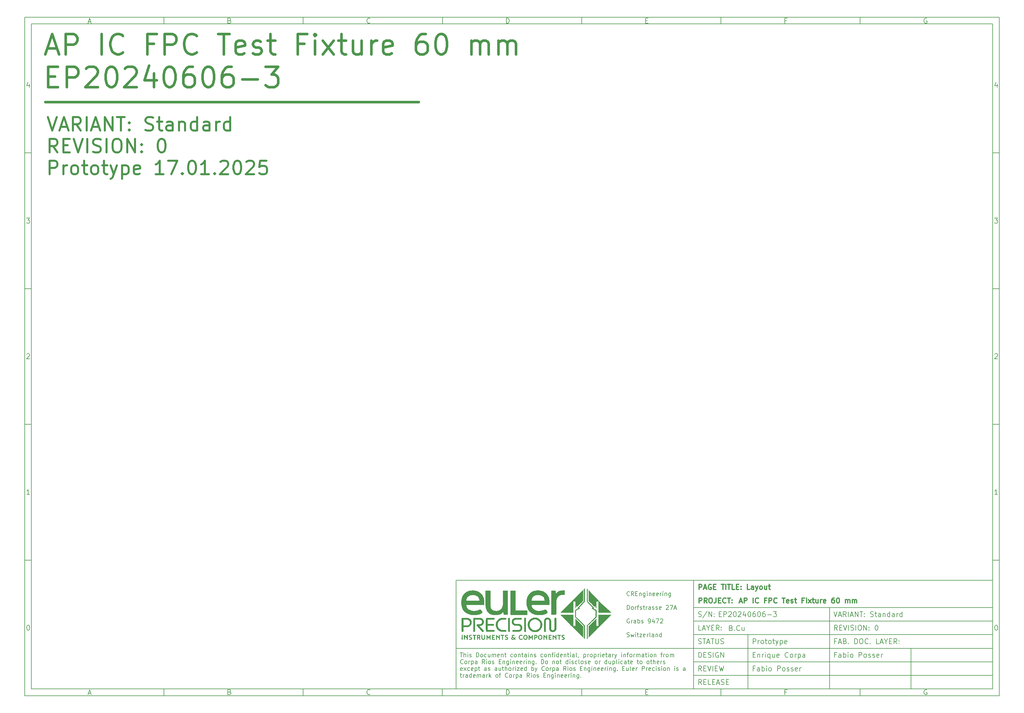
<source format=gbr>
%TF.GenerationSoftware,KiCad,Pcbnew,8.0.9-1.fc41*%
%TF.CreationDate,2025-03-16T15:25:28+01:00*%
%TF.ProjectId,0100_COVERSHEET,30313030-5f43-44f5-9645-525348454554,0*%
%TF.SameCoordinates,Original*%
%TF.FileFunction,Copper,L2,Bot*%
%TF.FilePolarity,Positive*%
%FSLAX46Y46*%
G04 Gerber Fmt 4.6, Leading zero omitted, Abs format (unit mm)*
G04 Created by KiCad (PCBNEW 8.0.9-1.fc41) date 2025-03-16 15:25:28*
%MOMM*%
%LPD*%
G01*
G04 APERTURE LIST*
%ADD10C,0.100000*%
%ADD11C,0.150000*%
%ADD12C,0.300000*%
%ADD13C,0.750000*%
%ADD14C,0.600000*%
%ADD15C,0.000001*%
%ADD16C,0.200000*%
%TA.AperFunction,NonConductor*%
%ADD17C,0.200000*%
%TD*%
G04 APERTURE END LIST*
D10*
D11*
X7000000Y-203000000D02*
X290000000Y-203000000D01*
X290000000Y-7000000D01*
X7000000Y-7000000D01*
X7000000Y-203000000D01*
D10*
D11*
X132000000Y-171000000D02*
X290000000Y-171000000D01*
X290000000Y-203000000D01*
X132000000Y-203000000D01*
X132000000Y-171000000D01*
D10*
D11*
X202000000Y-203000000D02*
X202000000Y-171000000D01*
D10*
D11*
X290000000Y-199000000D02*
X202000000Y-199000000D01*
D10*
D11*
X290000000Y-195000000D02*
X202000000Y-195000000D01*
D10*
D11*
X290000000Y-191000000D02*
X201000000Y-191000000D01*
D10*
D11*
X290000000Y-187000000D02*
X202000000Y-187000000D01*
D10*
D11*
X290000000Y-183000000D02*
X202000000Y-183000000D01*
D10*
D11*
X290000000Y-179000000D02*
X202000000Y-179000000D01*
D10*
D11*
X266000000Y-203000000D02*
X266000000Y-191000000D01*
D10*
D11*
X242000000Y-203000000D02*
X242000000Y-179000000D01*
D10*
D11*
X218000000Y-203000000D02*
X218000000Y-187000000D01*
D10*
D12*
X203556710Y-173685528D02*
X203556710Y-172185528D01*
X203556710Y-172185528D02*
X204128139Y-172185528D01*
X204128139Y-172185528D02*
X204270996Y-172256957D01*
X204270996Y-172256957D02*
X204342425Y-172328385D01*
X204342425Y-172328385D02*
X204413853Y-172471242D01*
X204413853Y-172471242D02*
X204413853Y-172685528D01*
X204413853Y-172685528D02*
X204342425Y-172828385D01*
X204342425Y-172828385D02*
X204270996Y-172899814D01*
X204270996Y-172899814D02*
X204128139Y-172971242D01*
X204128139Y-172971242D02*
X203556710Y-172971242D01*
X204985282Y-173256957D02*
X205699568Y-173256957D01*
X204842425Y-173685528D02*
X205342425Y-172185528D01*
X205342425Y-172185528D02*
X205842425Y-173685528D01*
X207128139Y-172256957D02*
X206985282Y-172185528D01*
X206985282Y-172185528D02*
X206770996Y-172185528D01*
X206770996Y-172185528D02*
X206556710Y-172256957D01*
X206556710Y-172256957D02*
X206413853Y-172399814D01*
X206413853Y-172399814D02*
X206342424Y-172542671D01*
X206342424Y-172542671D02*
X206270996Y-172828385D01*
X206270996Y-172828385D02*
X206270996Y-173042671D01*
X206270996Y-173042671D02*
X206342424Y-173328385D01*
X206342424Y-173328385D02*
X206413853Y-173471242D01*
X206413853Y-173471242D02*
X206556710Y-173614100D01*
X206556710Y-173614100D02*
X206770996Y-173685528D01*
X206770996Y-173685528D02*
X206913853Y-173685528D01*
X206913853Y-173685528D02*
X207128139Y-173614100D01*
X207128139Y-173614100D02*
X207199567Y-173542671D01*
X207199567Y-173542671D02*
X207199567Y-173042671D01*
X207199567Y-173042671D02*
X206913853Y-173042671D01*
X207842424Y-172899814D02*
X208342424Y-172899814D01*
X208556710Y-173685528D02*
X207842424Y-173685528D01*
X207842424Y-173685528D02*
X207842424Y-172185528D01*
X207842424Y-172185528D02*
X208556710Y-172185528D01*
X210128139Y-172185528D02*
X210985282Y-172185528D01*
X210556710Y-173685528D02*
X210556710Y-172185528D01*
X211485281Y-173685528D02*
X211485281Y-172185528D01*
X211985282Y-172185528D02*
X212842425Y-172185528D01*
X212413853Y-173685528D02*
X212413853Y-172185528D01*
X214056710Y-173685528D02*
X213342424Y-173685528D01*
X213342424Y-173685528D02*
X213342424Y-172185528D01*
X214556710Y-172899814D02*
X215056710Y-172899814D01*
X215270996Y-173685528D02*
X214556710Y-173685528D01*
X214556710Y-173685528D02*
X214556710Y-172185528D01*
X214556710Y-172185528D02*
X215270996Y-172185528D01*
X215913853Y-173542671D02*
X215985282Y-173614100D01*
X215985282Y-173614100D02*
X215913853Y-173685528D01*
X215913853Y-173685528D02*
X215842425Y-173614100D01*
X215842425Y-173614100D02*
X215913853Y-173542671D01*
X215913853Y-173542671D02*
X215913853Y-173685528D01*
X215913853Y-172756957D02*
X215985282Y-172828385D01*
X215985282Y-172828385D02*
X215913853Y-172899814D01*
X215913853Y-172899814D02*
X215842425Y-172828385D01*
X215842425Y-172828385D02*
X215913853Y-172756957D01*
X215913853Y-172756957D02*
X215913853Y-172899814D01*
X218485282Y-173685528D02*
X217770996Y-173685528D01*
X217770996Y-173685528D02*
X217770996Y-172185528D01*
X219628140Y-173685528D02*
X219628140Y-172899814D01*
X219628140Y-172899814D02*
X219556711Y-172756957D01*
X219556711Y-172756957D02*
X219413854Y-172685528D01*
X219413854Y-172685528D02*
X219128140Y-172685528D01*
X219128140Y-172685528D02*
X218985282Y-172756957D01*
X219628140Y-173614100D02*
X219485282Y-173685528D01*
X219485282Y-173685528D02*
X219128140Y-173685528D01*
X219128140Y-173685528D02*
X218985282Y-173614100D01*
X218985282Y-173614100D02*
X218913854Y-173471242D01*
X218913854Y-173471242D02*
X218913854Y-173328385D01*
X218913854Y-173328385D02*
X218985282Y-173185528D01*
X218985282Y-173185528D02*
X219128140Y-173114100D01*
X219128140Y-173114100D02*
X219485282Y-173114100D01*
X219485282Y-173114100D02*
X219628140Y-173042671D01*
X220199568Y-172685528D02*
X220556711Y-173685528D01*
X220913854Y-172685528D02*
X220556711Y-173685528D01*
X220556711Y-173685528D02*
X220413854Y-174042671D01*
X220413854Y-174042671D02*
X220342425Y-174114100D01*
X220342425Y-174114100D02*
X220199568Y-174185528D01*
X221699568Y-173685528D02*
X221556711Y-173614100D01*
X221556711Y-173614100D02*
X221485282Y-173542671D01*
X221485282Y-173542671D02*
X221413854Y-173399814D01*
X221413854Y-173399814D02*
X221413854Y-172971242D01*
X221413854Y-172971242D02*
X221485282Y-172828385D01*
X221485282Y-172828385D02*
X221556711Y-172756957D01*
X221556711Y-172756957D02*
X221699568Y-172685528D01*
X221699568Y-172685528D02*
X221913854Y-172685528D01*
X221913854Y-172685528D02*
X222056711Y-172756957D01*
X222056711Y-172756957D02*
X222128140Y-172828385D01*
X222128140Y-172828385D02*
X222199568Y-172971242D01*
X222199568Y-172971242D02*
X222199568Y-173399814D01*
X222199568Y-173399814D02*
X222128140Y-173542671D01*
X222128140Y-173542671D02*
X222056711Y-173614100D01*
X222056711Y-173614100D02*
X221913854Y-173685528D01*
X221913854Y-173685528D02*
X221699568Y-173685528D01*
X223485283Y-172685528D02*
X223485283Y-173685528D01*
X222842425Y-172685528D02*
X222842425Y-173471242D01*
X222842425Y-173471242D02*
X222913854Y-173614100D01*
X222913854Y-173614100D02*
X223056711Y-173685528D01*
X223056711Y-173685528D02*
X223270997Y-173685528D01*
X223270997Y-173685528D02*
X223413854Y-173614100D01*
X223413854Y-173614100D02*
X223485283Y-173542671D01*
X223985283Y-172685528D02*
X224556711Y-172685528D01*
X224199568Y-172185528D02*
X224199568Y-173471242D01*
X224199568Y-173471242D02*
X224270997Y-173614100D01*
X224270997Y-173614100D02*
X224413854Y-173685528D01*
X224413854Y-173685528D02*
X224556711Y-173685528D01*
D10*
D11*
X201000000Y-191000000D02*
X132000000Y-191000000D01*
D10*
D12*
X203554510Y-177678328D02*
X203554510Y-176178328D01*
X203554510Y-176178328D02*
X204125939Y-176178328D01*
X204125939Y-176178328D02*
X204268796Y-176249757D01*
X204268796Y-176249757D02*
X204340225Y-176321185D01*
X204340225Y-176321185D02*
X204411653Y-176464042D01*
X204411653Y-176464042D02*
X204411653Y-176678328D01*
X204411653Y-176678328D02*
X204340225Y-176821185D01*
X204340225Y-176821185D02*
X204268796Y-176892614D01*
X204268796Y-176892614D02*
X204125939Y-176964042D01*
X204125939Y-176964042D02*
X203554510Y-176964042D01*
X205911653Y-177678328D02*
X205411653Y-176964042D01*
X205054510Y-177678328D02*
X205054510Y-176178328D01*
X205054510Y-176178328D02*
X205625939Y-176178328D01*
X205625939Y-176178328D02*
X205768796Y-176249757D01*
X205768796Y-176249757D02*
X205840225Y-176321185D01*
X205840225Y-176321185D02*
X205911653Y-176464042D01*
X205911653Y-176464042D02*
X205911653Y-176678328D01*
X205911653Y-176678328D02*
X205840225Y-176821185D01*
X205840225Y-176821185D02*
X205768796Y-176892614D01*
X205768796Y-176892614D02*
X205625939Y-176964042D01*
X205625939Y-176964042D02*
X205054510Y-176964042D01*
X206840225Y-176178328D02*
X207125939Y-176178328D01*
X207125939Y-176178328D02*
X207268796Y-176249757D01*
X207268796Y-176249757D02*
X207411653Y-176392614D01*
X207411653Y-176392614D02*
X207483082Y-176678328D01*
X207483082Y-176678328D02*
X207483082Y-177178328D01*
X207483082Y-177178328D02*
X207411653Y-177464042D01*
X207411653Y-177464042D02*
X207268796Y-177606900D01*
X207268796Y-177606900D02*
X207125939Y-177678328D01*
X207125939Y-177678328D02*
X206840225Y-177678328D01*
X206840225Y-177678328D02*
X206697368Y-177606900D01*
X206697368Y-177606900D02*
X206554510Y-177464042D01*
X206554510Y-177464042D02*
X206483082Y-177178328D01*
X206483082Y-177178328D02*
X206483082Y-176678328D01*
X206483082Y-176678328D02*
X206554510Y-176392614D01*
X206554510Y-176392614D02*
X206697368Y-176249757D01*
X206697368Y-176249757D02*
X206840225Y-176178328D01*
X208554511Y-176178328D02*
X208554511Y-177249757D01*
X208554511Y-177249757D02*
X208483082Y-177464042D01*
X208483082Y-177464042D02*
X208340225Y-177606900D01*
X208340225Y-177606900D02*
X208125939Y-177678328D01*
X208125939Y-177678328D02*
X207983082Y-177678328D01*
X209268796Y-176892614D02*
X209768796Y-176892614D01*
X209983082Y-177678328D02*
X209268796Y-177678328D01*
X209268796Y-177678328D02*
X209268796Y-176178328D01*
X209268796Y-176178328D02*
X209983082Y-176178328D01*
X211483082Y-177535471D02*
X211411654Y-177606900D01*
X211411654Y-177606900D02*
X211197368Y-177678328D01*
X211197368Y-177678328D02*
X211054511Y-177678328D01*
X211054511Y-177678328D02*
X210840225Y-177606900D01*
X210840225Y-177606900D02*
X210697368Y-177464042D01*
X210697368Y-177464042D02*
X210625939Y-177321185D01*
X210625939Y-177321185D02*
X210554511Y-177035471D01*
X210554511Y-177035471D02*
X210554511Y-176821185D01*
X210554511Y-176821185D02*
X210625939Y-176535471D01*
X210625939Y-176535471D02*
X210697368Y-176392614D01*
X210697368Y-176392614D02*
X210840225Y-176249757D01*
X210840225Y-176249757D02*
X211054511Y-176178328D01*
X211054511Y-176178328D02*
X211197368Y-176178328D01*
X211197368Y-176178328D02*
X211411654Y-176249757D01*
X211411654Y-176249757D02*
X211483082Y-176321185D01*
X211911654Y-176178328D02*
X212768797Y-176178328D01*
X212340225Y-177678328D02*
X212340225Y-176178328D01*
X213268796Y-177535471D02*
X213340225Y-177606900D01*
X213340225Y-177606900D02*
X213268796Y-177678328D01*
X213268796Y-177678328D02*
X213197368Y-177606900D01*
X213197368Y-177606900D02*
X213268796Y-177535471D01*
X213268796Y-177535471D02*
X213268796Y-177678328D01*
X213268796Y-176749757D02*
X213340225Y-176821185D01*
X213340225Y-176821185D02*
X213268796Y-176892614D01*
X213268796Y-176892614D02*
X213197368Y-176821185D01*
X213197368Y-176821185D02*
X213268796Y-176749757D01*
X213268796Y-176749757D02*
X213268796Y-176892614D01*
D10*
D11*
X203384398Y-181614700D02*
X203598684Y-181686128D01*
X203598684Y-181686128D02*
X203955826Y-181686128D01*
X203955826Y-181686128D02*
X204098684Y-181614700D01*
X204098684Y-181614700D02*
X204170112Y-181543271D01*
X204170112Y-181543271D02*
X204241541Y-181400414D01*
X204241541Y-181400414D02*
X204241541Y-181257557D01*
X204241541Y-181257557D02*
X204170112Y-181114700D01*
X204170112Y-181114700D02*
X204098684Y-181043271D01*
X204098684Y-181043271D02*
X203955826Y-180971842D01*
X203955826Y-180971842D02*
X203670112Y-180900414D01*
X203670112Y-180900414D02*
X203527255Y-180828985D01*
X203527255Y-180828985D02*
X203455826Y-180757557D01*
X203455826Y-180757557D02*
X203384398Y-180614700D01*
X203384398Y-180614700D02*
X203384398Y-180471842D01*
X203384398Y-180471842D02*
X203455826Y-180328985D01*
X203455826Y-180328985D02*
X203527255Y-180257557D01*
X203527255Y-180257557D02*
X203670112Y-180186128D01*
X203670112Y-180186128D02*
X204027255Y-180186128D01*
X204027255Y-180186128D02*
X204241541Y-180257557D01*
X205955826Y-180114700D02*
X204670112Y-182043271D01*
X206455826Y-181686128D02*
X206455826Y-180186128D01*
X206455826Y-180186128D02*
X207312969Y-181686128D01*
X207312969Y-181686128D02*
X207312969Y-180186128D01*
X208027255Y-181543271D02*
X208098684Y-181614700D01*
X208098684Y-181614700D02*
X208027255Y-181686128D01*
X208027255Y-181686128D02*
X207955827Y-181614700D01*
X207955827Y-181614700D02*
X208027255Y-181543271D01*
X208027255Y-181543271D02*
X208027255Y-181686128D01*
X208027255Y-180757557D02*
X208098684Y-180828985D01*
X208098684Y-180828985D02*
X208027255Y-180900414D01*
X208027255Y-180900414D02*
X207955827Y-180828985D01*
X207955827Y-180828985D02*
X208027255Y-180757557D01*
X208027255Y-180757557D02*
X208027255Y-180900414D01*
D10*
D11*
X203455826Y-193686128D02*
X203455826Y-192186128D01*
X203455826Y-192186128D02*
X203812969Y-192186128D01*
X203812969Y-192186128D02*
X204027255Y-192257557D01*
X204027255Y-192257557D02*
X204170112Y-192400414D01*
X204170112Y-192400414D02*
X204241541Y-192543271D01*
X204241541Y-192543271D02*
X204312969Y-192828985D01*
X204312969Y-192828985D02*
X204312969Y-193043271D01*
X204312969Y-193043271D02*
X204241541Y-193328985D01*
X204241541Y-193328985D02*
X204170112Y-193471842D01*
X204170112Y-193471842D02*
X204027255Y-193614700D01*
X204027255Y-193614700D02*
X203812969Y-193686128D01*
X203812969Y-193686128D02*
X203455826Y-193686128D01*
X204955826Y-192900414D02*
X205455826Y-192900414D01*
X205670112Y-193686128D02*
X204955826Y-193686128D01*
X204955826Y-193686128D02*
X204955826Y-192186128D01*
X204955826Y-192186128D02*
X205670112Y-192186128D01*
X206241541Y-193614700D02*
X206455827Y-193686128D01*
X206455827Y-193686128D02*
X206812969Y-193686128D01*
X206812969Y-193686128D02*
X206955827Y-193614700D01*
X206955827Y-193614700D02*
X207027255Y-193543271D01*
X207027255Y-193543271D02*
X207098684Y-193400414D01*
X207098684Y-193400414D02*
X207098684Y-193257557D01*
X207098684Y-193257557D02*
X207027255Y-193114700D01*
X207027255Y-193114700D02*
X206955827Y-193043271D01*
X206955827Y-193043271D02*
X206812969Y-192971842D01*
X206812969Y-192971842D02*
X206527255Y-192900414D01*
X206527255Y-192900414D02*
X206384398Y-192828985D01*
X206384398Y-192828985D02*
X206312969Y-192757557D01*
X206312969Y-192757557D02*
X206241541Y-192614700D01*
X206241541Y-192614700D02*
X206241541Y-192471842D01*
X206241541Y-192471842D02*
X206312969Y-192328985D01*
X206312969Y-192328985D02*
X206384398Y-192257557D01*
X206384398Y-192257557D02*
X206527255Y-192186128D01*
X206527255Y-192186128D02*
X206884398Y-192186128D01*
X206884398Y-192186128D02*
X207098684Y-192257557D01*
X207741540Y-193686128D02*
X207741540Y-192186128D01*
X209241541Y-192257557D02*
X209098684Y-192186128D01*
X209098684Y-192186128D02*
X208884398Y-192186128D01*
X208884398Y-192186128D02*
X208670112Y-192257557D01*
X208670112Y-192257557D02*
X208527255Y-192400414D01*
X208527255Y-192400414D02*
X208455826Y-192543271D01*
X208455826Y-192543271D02*
X208384398Y-192828985D01*
X208384398Y-192828985D02*
X208384398Y-193043271D01*
X208384398Y-193043271D02*
X208455826Y-193328985D01*
X208455826Y-193328985D02*
X208527255Y-193471842D01*
X208527255Y-193471842D02*
X208670112Y-193614700D01*
X208670112Y-193614700D02*
X208884398Y-193686128D01*
X208884398Y-193686128D02*
X209027255Y-193686128D01*
X209027255Y-193686128D02*
X209241541Y-193614700D01*
X209241541Y-193614700D02*
X209312969Y-193543271D01*
X209312969Y-193543271D02*
X209312969Y-193043271D01*
X209312969Y-193043271D02*
X209027255Y-193043271D01*
X209955826Y-193686128D02*
X209955826Y-192186128D01*
X209955826Y-192186128D02*
X210812969Y-193686128D01*
X210812969Y-193686128D02*
X210812969Y-192186128D01*
D10*
D11*
X204312969Y-197686128D02*
X203812969Y-196971842D01*
X203455826Y-197686128D02*
X203455826Y-196186128D01*
X203455826Y-196186128D02*
X204027255Y-196186128D01*
X204027255Y-196186128D02*
X204170112Y-196257557D01*
X204170112Y-196257557D02*
X204241541Y-196328985D01*
X204241541Y-196328985D02*
X204312969Y-196471842D01*
X204312969Y-196471842D02*
X204312969Y-196686128D01*
X204312969Y-196686128D02*
X204241541Y-196828985D01*
X204241541Y-196828985D02*
X204170112Y-196900414D01*
X204170112Y-196900414D02*
X204027255Y-196971842D01*
X204027255Y-196971842D02*
X203455826Y-196971842D01*
X204955826Y-196900414D02*
X205455826Y-196900414D01*
X205670112Y-197686128D02*
X204955826Y-197686128D01*
X204955826Y-197686128D02*
X204955826Y-196186128D01*
X204955826Y-196186128D02*
X205670112Y-196186128D01*
X206098684Y-196186128D02*
X206598684Y-197686128D01*
X206598684Y-197686128D02*
X207098684Y-196186128D01*
X207598683Y-197686128D02*
X207598683Y-196186128D01*
X208312969Y-196900414D02*
X208812969Y-196900414D01*
X209027255Y-197686128D02*
X208312969Y-197686128D01*
X208312969Y-197686128D02*
X208312969Y-196186128D01*
X208312969Y-196186128D02*
X209027255Y-196186128D01*
X209527255Y-196186128D02*
X209884398Y-197686128D01*
X209884398Y-197686128D02*
X210170112Y-196614700D01*
X210170112Y-196614700D02*
X210455827Y-197686128D01*
X210455827Y-197686128D02*
X210812970Y-196186128D01*
D10*
D11*
X204312969Y-201686128D02*
X203812969Y-200971842D01*
X203455826Y-201686128D02*
X203455826Y-200186128D01*
X203455826Y-200186128D02*
X204027255Y-200186128D01*
X204027255Y-200186128D02*
X204170112Y-200257557D01*
X204170112Y-200257557D02*
X204241541Y-200328985D01*
X204241541Y-200328985D02*
X204312969Y-200471842D01*
X204312969Y-200471842D02*
X204312969Y-200686128D01*
X204312969Y-200686128D02*
X204241541Y-200828985D01*
X204241541Y-200828985D02*
X204170112Y-200900414D01*
X204170112Y-200900414D02*
X204027255Y-200971842D01*
X204027255Y-200971842D02*
X203455826Y-200971842D01*
X204955826Y-200900414D02*
X205455826Y-200900414D01*
X205670112Y-201686128D02*
X204955826Y-201686128D01*
X204955826Y-201686128D02*
X204955826Y-200186128D01*
X204955826Y-200186128D02*
X205670112Y-200186128D01*
X207027255Y-201686128D02*
X206312969Y-201686128D01*
X206312969Y-201686128D02*
X206312969Y-200186128D01*
X207527255Y-200900414D02*
X208027255Y-200900414D01*
X208241541Y-201686128D02*
X207527255Y-201686128D01*
X207527255Y-201686128D02*
X207527255Y-200186128D01*
X207527255Y-200186128D02*
X208241541Y-200186128D01*
X208812970Y-201257557D02*
X209527256Y-201257557D01*
X208670113Y-201686128D02*
X209170113Y-200186128D01*
X209170113Y-200186128D02*
X209670113Y-201686128D01*
X210098684Y-201614700D02*
X210312970Y-201686128D01*
X210312970Y-201686128D02*
X210670112Y-201686128D01*
X210670112Y-201686128D02*
X210812970Y-201614700D01*
X210812970Y-201614700D02*
X210884398Y-201543271D01*
X210884398Y-201543271D02*
X210955827Y-201400414D01*
X210955827Y-201400414D02*
X210955827Y-201257557D01*
X210955827Y-201257557D02*
X210884398Y-201114700D01*
X210884398Y-201114700D02*
X210812970Y-201043271D01*
X210812970Y-201043271D02*
X210670112Y-200971842D01*
X210670112Y-200971842D02*
X210384398Y-200900414D01*
X210384398Y-200900414D02*
X210241541Y-200828985D01*
X210241541Y-200828985D02*
X210170112Y-200757557D01*
X210170112Y-200757557D02*
X210098684Y-200614700D01*
X210098684Y-200614700D02*
X210098684Y-200471842D01*
X210098684Y-200471842D02*
X210170112Y-200328985D01*
X210170112Y-200328985D02*
X210241541Y-200257557D01*
X210241541Y-200257557D02*
X210384398Y-200186128D01*
X210384398Y-200186128D02*
X210741541Y-200186128D01*
X210741541Y-200186128D02*
X210955827Y-200257557D01*
X211598683Y-200900414D02*
X212098683Y-200900414D01*
X212312969Y-201686128D02*
X211598683Y-201686128D01*
X211598683Y-201686128D02*
X211598683Y-200186128D01*
X211598683Y-200186128D02*
X212312969Y-200186128D01*
D10*
D11*
X243241541Y-180186128D02*
X243741541Y-181686128D01*
X243741541Y-181686128D02*
X244241541Y-180186128D01*
X244670112Y-181257557D02*
X245384398Y-181257557D01*
X244527255Y-181686128D02*
X245027255Y-180186128D01*
X245027255Y-180186128D02*
X245527255Y-181686128D01*
X246884397Y-181686128D02*
X246384397Y-180971842D01*
X246027254Y-181686128D02*
X246027254Y-180186128D01*
X246027254Y-180186128D02*
X246598683Y-180186128D01*
X246598683Y-180186128D02*
X246741540Y-180257557D01*
X246741540Y-180257557D02*
X246812969Y-180328985D01*
X246812969Y-180328985D02*
X246884397Y-180471842D01*
X246884397Y-180471842D02*
X246884397Y-180686128D01*
X246884397Y-180686128D02*
X246812969Y-180828985D01*
X246812969Y-180828985D02*
X246741540Y-180900414D01*
X246741540Y-180900414D02*
X246598683Y-180971842D01*
X246598683Y-180971842D02*
X246027254Y-180971842D01*
X247527254Y-181686128D02*
X247527254Y-180186128D01*
X248170112Y-181257557D02*
X248884398Y-181257557D01*
X248027255Y-181686128D02*
X248527255Y-180186128D01*
X248527255Y-180186128D02*
X249027255Y-181686128D01*
X249527254Y-181686128D02*
X249527254Y-180186128D01*
X249527254Y-180186128D02*
X250384397Y-181686128D01*
X250384397Y-181686128D02*
X250384397Y-180186128D01*
X250884398Y-180186128D02*
X251741541Y-180186128D01*
X251312969Y-181686128D02*
X251312969Y-180186128D01*
X252241540Y-181543271D02*
X252312969Y-181614700D01*
X252312969Y-181614700D02*
X252241540Y-181686128D01*
X252241540Y-181686128D02*
X252170112Y-181614700D01*
X252170112Y-181614700D02*
X252241540Y-181543271D01*
X252241540Y-181543271D02*
X252241540Y-181686128D01*
X252241540Y-180757557D02*
X252312969Y-180828985D01*
X252312969Y-180828985D02*
X252241540Y-180900414D01*
X252241540Y-180900414D02*
X252170112Y-180828985D01*
X252170112Y-180828985D02*
X252241540Y-180757557D01*
X252241540Y-180757557D02*
X252241540Y-180900414D01*
X254027255Y-181614700D02*
X254241541Y-181686128D01*
X254241541Y-181686128D02*
X254598683Y-181686128D01*
X254598683Y-181686128D02*
X254741541Y-181614700D01*
X254741541Y-181614700D02*
X254812969Y-181543271D01*
X254812969Y-181543271D02*
X254884398Y-181400414D01*
X254884398Y-181400414D02*
X254884398Y-181257557D01*
X254884398Y-181257557D02*
X254812969Y-181114700D01*
X254812969Y-181114700D02*
X254741541Y-181043271D01*
X254741541Y-181043271D02*
X254598683Y-180971842D01*
X254598683Y-180971842D02*
X254312969Y-180900414D01*
X254312969Y-180900414D02*
X254170112Y-180828985D01*
X254170112Y-180828985D02*
X254098683Y-180757557D01*
X254098683Y-180757557D02*
X254027255Y-180614700D01*
X254027255Y-180614700D02*
X254027255Y-180471842D01*
X254027255Y-180471842D02*
X254098683Y-180328985D01*
X254098683Y-180328985D02*
X254170112Y-180257557D01*
X254170112Y-180257557D02*
X254312969Y-180186128D01*
X254312969Y-180186128D02*
X254670112Y-180186128D01*
X254670112Y-180186128D02*
X254884398Y-180257557D01*
X255312969Y-180686128D02*
X255884397Y-180686128D01*
X255527254Y-180186128D02*
X255527254Y-181471842D01*
X255527254Y-181471842D02*
X255598683Y-181614700D01*
X255598683Y-181614700D02*
X255741540Y-181686128D01*
X255741540Y-181686128D02*
X255884397Y-181686128D01*
X257027255Y-181686128D02*
X257027255Y-180900414D01*
X257027255Y-180900414D02*
X256955826Y-180757557D01*
X256955826Y-180757557D02*
X256812969Y-180686128D01*
X256812969Y-180686128D02*
X256527255Y-180686128D01*
X256527255Y-180686128D02*
X256384397Y-180757557D01*
X257027255Y-181614700D02*
X256884397Y-181686128D01*
X256884397Y-181686128D02*
X256527255Y-181686128D01*
X256527255Y-181686128D02*
X256384397Y-181614700D01*
X256384397Y-181614700D02*
X256312969Y-181471842D01*
X256312969Y-181471842D02*
X256312969Y-181328985D01*
X256312969Y-181328985D02*
X256384397Y-181186128D01*
X256384397Y-181186128D02*
X256527255Y-181114700D01*
X256527255Y-181114700D02*
X256884397Y-181114700D01*
X256884397Y-181114700D02*
X257027255Y-181043271D01*
X257741540Y-180686128D02*
X257741540Y-181686128D01*
X257741540Y-180828985D02*
X257812969Y-180757557D01*
X257812969Y-180757557D02*
X257955826Y-180686128D01*
X257955826Y-180686128D02*
X258170112Y-180686128D01*
X258170112Y-180686128D02*
X258312969Y-180757557D01*
X258312969Y-180757557D02*
X258384398Y-180900414D01*
X258384398Y-180900414D02*
X258384398Y-181686128D01*
X259741541Y-181686128D02*
X259741541Y-180186128D01*
X259741541Y-181614700D02*
X259598683Y-181686128D01*
X259598683Y-181686128D02*
X259312969Y-181686128D01*
X259312969Y-181686128D02*
X259170112Y-181614700D01*
X259170112Y-181614700D02*
X259098683Y-181543271D01*
X259098683Y-181543271D02*
X259027255Y-181400414D01*
X259027255Y-181400414D02*
X259027255Y-180971842D01*
X259027255Y-180971842D02*
X259098683Y-180828985D01*
X259098683Y-180828985D02*
X259170112Y-180757557D01*
X259170112Y-180757557D02*
X259312969Y-180686128D01*
X259312969Y-180686128D02*
X259598683Y-180686128D01*
X259598683Y-180686128D02*
X259741541Y-180757557D01*
X261098684Y-181686128D02*
X261098684Y-180900414D01*
X261098684Y-180900414D02*
X261027255Y-180757557D01*
X261027255Y-180757557D02*
X260884398Y-180686128D01*
X260884398Y-180686128D02*
X260598684Y-180686128D01*
X260598684Y-180686128D02*
X260455826Y-180757557D01*
X261098684Y-181614700D02*
X260955826Y-181686128D01*
X260955826Y-181686128D02*
X260598684Y-181686128D01*
X260598684Y-181686128D02*
X260455826Y-181614700D01*
X260455826Y-181614700D02*
X260384398Y-181471842D01*
X260384398Y-181471842D02*
X260384398Y-181328985D01*
X260384398Y-181328985D02*
X260455826Y-181186128D01*
X260455826Y-181186128D02*
X260598684Y-181114700D01*
X260598684Y-181114700D02*
X260955826Y-181114700D01*
X260955826Y-181114700D02*
X261098684Y-181043271D01*
X261812969Y-181686128D02*
X261812969Y-180686128D01*
X261812969Y-180971842D02*
X261884398Y-180828985D01*
X261884398Y-180828985D02*
X261955827Y-180757557D01*
X261955827Y-180757557D02*
X262098684Y-180686128D01*
X262098684Y-180686128D02*
X262241541Y-180686128D01*
X263384398Y-181686128D02*
X263384398Y-180186128D01*
X263384398Y-181614700D02*
X263241540Y-181686128D01*
X263241540Y-181686128D02*
X262955826Y-181686128D01*
X262955826Y-181686128D02*
X262812969Y-181614700D01*
X262812969Y-181614700D02*
X262741540Y-181543271D01*
X262741540Y-181543271D02*
X262670112Y-181400414D01*
X262670112Y-181400414D02*
X262670112Y-180971842D01*
X262670112Y-180971842D02*
X262741540Y-180828985D01*
X262741540Y-180828985D02*
X262812969Y-180757557D01*
X262812969Y-180757557D02*
X262955826Y-180686128D01*
X262955826Y-180686128D02*
X263241540Y-180686128D01*
X263241540Y-180686128D02*
X263384398Y-180757557D01*
D10*
D11*
X244312969Y-185686128D02*
X243812969Y-184971842D01*
X243455826Y-185686128D02*
X243455826Y-184186128D01*
X243455826Y-184186128D02*
X244027255Y-184186128D01*
X244027255Y-184186128D02*
X244170112Y-184257557D01*
X244170112Y-184257557D02*
X244241541Y-184328985D01*
X244241541Y-184328985D02*
X244312969Y-184471842D01*
X244312969Y-184471842D02*
X244312969Y-184686128D01*
X244312969Y-184686128D02*
X244241541Y-184828985D01*
X244241541Y-184828985D02*
X244170112Y-184900414D01*
X244170112Y-184900414D02*
X244027255Y-184971842D01*
X244027255Y-184971842D02*
X243455826Y-184971842D01*
X244955826Y-184900414D02*
X245455826Y-184900414D01*
X245670112Y-185686128D02*
X244955826Y-185686128D01*
X244955826Y-185686128D02*
X244955826Y-184186128D01*
X244955826Y-184186128D02*
X245670112Y-184186128D01*
X246098684Y-184186128D02*
X246598684Y-185686128D01*
X246598684Y-185686128D02*
X247098684Y-184186128D01*
X247598683Y-185686128D02*
X247598683Y-184186128D01*
X248241541Y-185614700D02*
X248455827Y-185686128D01*
X248455827Y-185686128D02*
X248812969Y-185686128D01*
X248812969Y-185686128D02*
X248955827Y-185614700D01*
X248955827Y-185614700D02*
X249027255Y-185543271D01*
X249027255Y-185543271D02*
X249098684Y-185400414D01*
X249098684Y-185400414D02*
X249098684Y-185257557D01*
X249098684Y-185257557D02*
X249027255Y-185114700D01*
X249027255Y-185114700D02*
X248955827Y-185043271D01*
X248955827Y-185043271D02*
X248812969Y-184971842D01*
X248812969Y-184971842D02*
X248527255Y-184900414D01*
X248527255Y-184900414D02*
X248384398Y-184828985D01*
X248384398Y-184828985D02*
X248312969Y-184757557D01*
X248312969Y-184757557D02*
X248241541Y-184614700D01*
X248241541Y-184614700D02*
X248241541Y-184471842D01*
X248241541Y-184471842D02*
X248312969Y-184328985D01*
X248312969Y-184328985D02*
X248384398Y-184257557D01*
X248384398Y-184257557D02*
X248527255Y-184186128D01*
X248527255Y-184186128D02*
X248884398Y-184186128D01*
X248884398Y-184186128D02*
X249098684Y-184257557D01*
X249741540Y-185686128D02*
X249741540Y-184186128D01*
X250741541Y-184186128D02*
X251027255Y-184186128D01*
X251027255Y-184186128D02*
X251170112Y-184257557D01*
X251170112Y-184257557D02*
X251312969Y-184400414D01*
X251312969Y-184400414D02*
X251384398Y-184686128D01*
X251384398Y-184686128D02*
X251384398Y-185186128D01*
X251384398Y-185186128D02*
X251312969Y-185471842D01*
X251312969Y-185471842D02*
X251170112Y-185614700D01*
X251170112Y-185614700D02*
X251027255Y-185686128D01*
X251027255Y-185686128D02*
X250741541Y-185686128D01*
X250741541Y-185686128D02*
X250598684Y-185614700D01*
X250598684Y-185614700D02*
X250455826Y-185471842D01*
X250455826Y-185471842D02*
X250384398Y-185186128D01*
X250384398Y-185186128D02*
X250384398Y-184686128D01*
X250384398Y-184686128D02*
X250455826Y-184400414D01*
X250455826Y-184400414D02*
X250598684Y-184257557D01*
X250598684Y-184257557D02*
X250741541Y-184186128D01*
X252027255Y-185686128D02*
X252027255Y-184186128D01*
X252027255Y-184186128D02*
X252884398Y-185686128D01*
X252884398Y-185686128D02*
X252884398Y-184186128D01*
X253598684Y-185543271D02*
X253670113Y-185614700D01*
X253670113Y-185614700D02*
X253598684Y-185686128D01*
X253598684Y-185686128D02*
X253527256Y-185614700D01*
X253527256Y-185614700D02*
X253598684Y-185543271D01*
X253598684Y-185543271D02*
X253598684Y-185686128D01*
X253598684Y-184757557D02*
X253670113Y-184828985D01*
X253670113Y-184828985D02*
X253598684Y-184900414D01*
X253598684Y-184900414D02*
X253527256Y-184828985D01*
X253527256Y-184828985D02*
X253598684Y-184757557D01*
X253598684Y-184757557D02*
X253598684Y-184900414D01*
X255741542Y-184186128D02*
X255884399Y-184186128D01*
X255884399Y-184186128D02*
X256027256Y-184257557D01*
X256027256Y-184257557D02*
X256098685Y-184328985D01*
X256098685Y-184328985D02*
X256170113Y-184471842D01*
X256170113Y-184471842D02*
X256241542Y-184757557D01*
X256241542Y-184757557D02*
X256241542Y-185114700D01*
X256241542Y-185114700D02*
X256170113Y-185400414D01*
X256170113Y-185400414D02*
X256098685Y-185543271D01*
X256098685Y-185543271D02*
X256027256Y-185614700D01*
X256027256Y-185614700D02*
X255884399Y-185686128D01*
X255884399Y-185686128D02*
X255741542Y-185686128D01*
X255741542Y-185686128D02*
X255598685Y-185614700D01*
X255598685Y-185614700D02*
X255527256Y-185543271D01*
X255527256Y-185543271D02*
X255455827Y-185400414D01*
X255455827Y-185400414D02*
X255384399Y-185114700D01*
X255384399Y-185114700D02*
X255384399Y-184757557D01*
X255384399Y-184757557D02*
X255455827Y-184471842D01*
X255455827Y-184471842D02*
X255527256Y-184328985D01*
X255527256Y-184328985D02*
X255598685Y-184257557D01*
X255598685Y-184257557D02*
X255741542Y-184186128D01*
D10*
D11*
X203384398Y-189614700D02*
X203598684Y-189686128D01*
X203598684Y-189686128D02*
X203955826Y-189686128D01*
X203955826Y-189686128D02*
X204098684Y-189614700D01*
X204098684Y-189614700D02*
X204170112Y-189543271D01*
X204170112Y-189543271D02*
X204241541Y-189400414D01*
X204241541Y-189400414D02*
X204241541Y-189257557D01*
X204241541Y-189257557D02*
X204170112Y-189114700D01*
X204170112Y-189114700D02*
X204098684Y-189043271D01*
X204098684Y-189043271D02*
X203955826Y-188971842D01*
X203955826Y-188971842D02*
X203670112Y-188900414D01*
X203670112Y-188900414D02*
X203527255Y-188828985D01*
X203527255Y-188828985D02*
X203455826Y-188757557D01*
X203455826Y-188757557D02*
X203384398Y-188614700D01*
X203384398Y-188614700D02*
X203384398Y-188471842D01*
X203384398Y-188471842D02*
X203455826Y-188328985D01*
X203455826Y-188328985D02*
X203527255Y-188257557D01*
X203527255Y-188257557D02*
X203670112Y-188186128D01*
X203670112Y-188186128D02*
X204027255Y-188186128D01*
X204027255Y-188186128D02*
X204241541Y-188257557D01*
X204670112Y-188186128D02*
X205527255Y-188186128D01*
X205098683Y-189686128D02*
X205098683Y-188186128D01*
X205955826Y-189257557D02*
X206670112Y-189257557D01*
X205812969Y-189686128D02*
X206312969Y-188186128D01*
X206312969Y-188186128D02*
X206812969Y-189686128D01*
X207098683Y-188186128D02*
X207955826Y-188186128D01*
X207527254Y-189686128D02*
X207527254Y-188186128D01*
X208455825Y-188186128D02*
X208455825Y-189400414D01*
X208455825Y-189400414D02*
X208527254Y-189543271D01*
X208527254Y-189543271D02*
X208598683Y-189614700D01*
X208598683Y-189614700D02*
X208741540Y-189686128D01*
X208741540Y-189686128D02*
X209027254Y-189686128D01*
X209027254Y-189686128D02*
X209170111Y-189614700D01*
X209170111Y-189614700D02*
X209241540Y-189543271D01*
X209241540Y-189543271D02*
X209312968Y-189400414D01*
X209312968Y-189400414D02*
X209312968Y-188186128D01*
X209955826Y-189614700D02*
X210170112Y-189686128D01*
X210170112Y-189686128D02*
X210527254Y-189686128D01*
X210527254Y-189686128D02*
X210670112Y-189614700D01*
X210670112Y-189614700D02*
X210741540Y-189543271D01*
X210741540Y-189543271D02*
X210812969Y-189400414D01*
X210812969Y-189400414D02*
X210812969Y-189257557D01*
X210812969Y-189257557D02*
X210741540Y-189114700D01*
X210741540Y-189114700D02*
X210670112Y-189043271D01*
X210670112Y-189043271D02*
X210527254Y-188971842D01*
X210527254Y-188971842D02*
X210241540Y-188900414D01*
X210241540Y-188900414D02*
X210098683Y-188828985D01*
X210098683Y-188828985D02*
X210027254Y-188757557D01*
X210027254Y-188757557D02*
X209955826Y-188614700D01*
X209955826Y-188614700D02*
X209955826Y-188471842D01*
X209955826Y-188471842D02*
X210027254Y-188328985D01*
X210027254Y-188328985D02*
X210098683Y-188257557D01*
X210098683Y-188257557D02*
X210241540Y-188186128D01*
X210241540Y-188186128D02*
X210598683Y-188186128D01*
X210598683Y-188186128D02*
X210812969Y-188257557D01*
D10*
D11*
X219455826Y-189686128D02*
X219455826Y-188186128D01*
X219455826Y-188186128D02*
X220027255Y-188186128D01*
X220027255Y-188186128D02*
X220170112Y-188257557D01*
X220170112Y-188257557D02*
X220241541Y-188328985D01*
X220241541Y-188328985D02*
X220312969Y-188471842D01*
X220312969Y-188471842D02*
X220312969Y-188686128D01*
X220312969Y-188686128D02*
X220241541Y-188828985D01*
X220241541Y-188828985D02*
X220170112Y-188900414D01*
X220170112Y-188900414D02*
X220027255Y-188971842D01*
X220027255Y-188971842D02*
X219455826Y-188971842D01*
X220955826Y-189686128D02*
X220955826Y-188686128D01*
X220955826Y-188971842D02*
X221027255Y-188828985D01*
X221027255Y-188828985D02*
X221098684Y-188757557D01*
X221098684Y-188757557D02*
X221241541Y-188686128D01*
X221241541Y-188686128D02*
X221384398Y-188686128D01*
X222098683Y-189686128D02*
X221955826Y-189614700D01*
X221955826Y-189614700D02*
X221884397Y-189543271D01*
X221884397Y-189543271D02*
X221812969Y-189400414D01*
X221812969Y-189400414D02*
X221812969Y-188971842D01*
X221812969Y-188971842D02*
X221884397Y-188828985D01*
X221884397Y-188828985D02*
X221955826Y-188757557D01*
X221955826Y-188757557D02*
X222098683Y-188686128D01*
X222098683Y-188686128D02*
X222312969Y-188686128D01*
X222312969Y-188686128D02*
X222455826Y-188757557D01*
X222455826Y-188757557D02*
X222527255Y-188828985D01*
X222527255Y-188828985D02*
X222598683Y-188971842D01*
X222598683Y-188971842D02*
X222598683Y-189400414D01*
X222598683Y-189400414D02*
X222527255Y-189543271D01*
X222527255Y-189543271D02*
X222455826Y-189614700D01*
X222455826Y-189614700D02*
X222312969Y-189686128D01*
X222312969Y-189686128D02*
X222098683Y-189686128D01*
X223027255Y-188686128D02*
X223598683Y-188686128D01*
X223241540Y-188186128D02*
X223241540Y-189471842D01*
X223241540Y-189471842D02*
X223312969Y-189614700D01*
X223312969Y-189614700D02*
X223455826Y-189686128D01*
X223455826Y-189686128D02*
X223598683Y-189686128D01*
X224312969Y-189686128D02*
X224170112Y-189614700D01*
X224170112Y-189614700D02*
X224098683Y-189543271D01*
X224098683Y-189543271D02*
X224027255Y-189400414D01*
X224027255Y-189400414D02*
X224027255Y-188971842D01*
X224027255Y-188971842D02*
X224098683Y-188828985D01*
X224098683Y-188828985D02*
X224170112Y-188757557D01*
X224170112Y-188757557D02*
X224312969Y-188686128D01*
X224312969Y-188686128D02*
X224527255Y-188686128D01*
X224527255Y-188686128D02*
X224670112Y-188757557D01*
X224670112Y-188757557D02*
X224741541Y-188828985D01*
X224741541Y-188828985D02*
X224812969Y-188971842D01*
X224812969Y-188971842D02*
X224812969Y-189400414D01*
X224812969Y-189400414D02*
X224741541Y-189543271D01*
X224741541Y-189543271D02*
X224670112Y-189614700D01*
X224670112Y-189614700D02*
X224527255Y-189686128D01*
X224527255Y-189686128D02*
X224312969Y-189686128D01*
X225241541Y-188686128D02*
X225812969Y-188686128D01*
X225455826Y-188186128D02*
X225455826Y-189471842D01*
X225455826Y-189471842D02*
X225527255Y-189614700D01*
X225527255Y-189614700D02*
X225670112Y-189686128D01*
X225670112Y-189686128D02*
X225812969Y-189686128D01*
X226170112Y-188686128D02*
X226527255Y-189686128D01*
X226884398Y-188686128D02*
X226527255Y-189686128D01*
X226527255Y-189686128D02*
X226384398Y-190043271D01*
X226384398Y-190043271D02*
X226312969Y-190114700D01*
X226312969Y-190114700D02*
X226170112Y-190186128D01*
X227455826Y-188686128D02*
X227455826Y-190186128D01*
X227455826Y-188757557D02*
X227598684Y-188686128D01*
X227598684Y-188686128D02*
X227884398Y-188686128D01*
X227884398Y-188686128D02*
X228027255Y-188757557D01*
X228027255Y-188757557D02*
X228098684Y-188828985D01*
X228098684Y-188828985D02*
X228170112Y-188971842D01*
X228170112Y-188971842D02*
X228170112Y-189400414D01*
X228170112Y-189400414D02*
X228098684Y-189543271D01*
X228098684Y-189543271D02*
X228027255Y-189614700D01*
X228027255Y-189614700D02*
X227884398Y-189686128D01*
X227884398Y-189686128D02*
X227598684Y-189686128D01*
X227598684Y-189686128D02*
X227455826Y-189614700D01*
X229384398Y-189614700D02*
X229241541Y-189686128D01*
X229241541Y-189686128D02*
X228955827Y-189686128D01*
X228955827Y-189686128D02*
X228812969Y-189614700D01*
X228812969Y-189614700D02*
X228741541Y-189471842D01*
X228741541Y-189471842D02*
X228741541Y-188900414D01*
X228741541Y-188900414D02*
X228812969Y-188757557D01*
X228812969Y-188757557D02*
X228955827Y-188686128D01*
X228955827Y-188686128D02*
X229241541Y-188686128D01*
X229241541Y-188686128D02*
X229384398Y-188757557D01*
X229384398Y-188757557D02*
X229455827Y-188900414D01*
X229455827Y-188900414D02*
X229455827Y-189043271D01*
X229455827Y-189043271D02*
X228741541Y-189186128D01*
D10*
D11*
X219955826Y-196900414D02*
X219455826Y-196900414D01*
X219455826Y-197686128D02*
X219455826Y-196186128D01*
X219455826Y-196186128D02*
X220170112Y-196186128D01*
X221384398Y-197686128D02*
X221384398Y-196900414D01*
X221384398Y-196900414D02*
X221312969Y-196757557D01*
X221312969Y-196757557D02*
X221170112Y-196686128D01*
X221170112Y-196686128D02*
X220884398Y-196686128D01*
X220884398Y-196686128D02*
X220741540Y-196757557D01*
X221384398Y-197614700D02*
X221241540Y-197686128D01*
X221241540Y-197686128D02*
X220884398Y-197686128D01*
X220884398Y-197686128D02*
X220741540Y-197614700D01*
X220741540Y-197614700D02*
X220670112Y-197471842D01*
X220670112Y-197471842D02*
X220670112Y-197328985D01*
X220670112Y-197328985D02*
X220741540Y-197186128D01*
X220741540Y-197186128D02*
X220884398Y-197114700D01*
X220884398Y-197114700D02*
X221241540Y-197114700D01*
X221241540Y-197114700D02*
X221384398Y-197043271D01*
X222098683Y-197686128D02*
X222098683Y-196186128D01*
X222098683Y-196757557D02*
X222241541Y-196686128D01*
X222241541Y-196686128D02*
X222527255Y-196686128D01*
X222527255Y-196686128D02*
X222670112Y-196757557D01*
X222670112Y-196757557D02*
X222741541Y-196828985D01*
X222741541Y-196828985D02*
X222812969Y-196971842D01*
X222812969Y-196971842D02*
X222812969Y-197400414D01*
X222812969Y-197400414D02*
X222741541Y-197543271D01*
X222741541Y-197543271D02*
X222670112Y-197614700D01*
X222670112Y-197614700D02*
X222527255Y-197686128D01*
X222527255Y-197686128D02*
X222241541Y-197686128D01*
X222241541Y-197686128D02*
X222098683Y-197614700D01*
X223455826Y-197686128D02*
X223455826Y-196686128D01*
X223455826Y-196186128D02*
X223384398Y-196257557D01*
X223384398Y-196257557D02*
X223455826Y-196328985D01*
X223455826Y-196328985D02*
X223527255Y-196257557D01*
X223527255Y-196257557D02*
X223455826Y-196186128D01*
X223455826Y-196186128D02*
X223455826Y-196328985D01*
X224384398Y-197686128D02*
X224241541Y-197614700D01*
X224241541Y-197614700D02*
X224170112Y-197543271D01*
X224170112Y-197543271D02*
X224098684Y-197400414D01*
X224098684Y-197400414D02*
X224098684Y-196971842D01*
X224098684Y-196971842D02*
X224170112Y-196828985D01*
X224170112Y-196828985D02*
X224241541Y-196757557D01*
X224241541Y-196757557D02*
X224384398Y-196686128D01*
X224384398Y-196686128D02*
X224598684Y-196686128D01*
X224598684Y-196686128D02*
X224741541Y-196757557D01*
X224741541Y-196757557D02*
X224812970Y-196828985D01*
X224812970Y-196828985D02*
X224884398Y-196971842D01*
X224884398Y-196971842D02*
X224884398Y-197400414D01*
X224884398Y-197400414D02*
X224812970Y-197543271D01*
X224812970Y-197543271D02*
X224741541Y-197614700D01*
X224741541Y-197614700D02*
X224598684Y-197686128D01*
X224598684Y-197686128D02*
X224384398Y-197686128D01*
X226670112Y-197686128D02*
X226670112Y-196186128D01*
X226670112Y-196186128D02*
X227241541Y-196186128D01*
X227241541Y-196186128D02*
X227384398Y-196257557D01*
X227384398Y-196257557D02*
X227455827Y-196328985D01*
X227455827Y-196328985D02*
X227527255Y-196471842D01*
X227527255Y-196471842D02*
X227527255Y-196686128D01*
X227527255Y-196686128D02*
X227455827Y-196828985D01*
X227455827Y-196828985D02*
X227384398Y-196900414D01*
X227384398Y-196900414D02*
X227241541Y-196971842D01*
X227241541Y-196971842D02*
X226670112Y-196971842D01*
X228384398Y-197686128D02*
X228241541Y-197614700D01*
X228241541Y-197614700D02*
X228170112Y-197543271D01*
X228170112Y-197543271D02*
X228098684Y-197400414D01*
X228098684Y-197400414D02*
X228098684Y-196971842D01*
X228098684Y-196971842D02*
X228170112Y-196828985D01*
X228170112Y-196828985D02*
X228241541Y-196757557D01*
X228241541Y-196757557D02*
X228384398Y-196686128D01*
X228384398Y-196686128D02*
X228598684Y-196686128D01*
X228598684Y-196686128D02*
X228741541Y-196757557D01*
X228741541Y-196757557D02*
X228812970Y-196828985D01*
X228812970Y-196828985D02*
X228884398Y-196971842D01*
X228884398Y-196971842D02*
X228884398Y-197400414D01*
X228884398Y-197400414D02*
X228812970Y-197543271D01*
X228812970Y-197543271D02*
X228741541Y-197614700D01*
X228741541Y-197614700D02*
X228598684Y-197686128D01*
X228598684Y-197686128D02*
X228384398Y-197686128D01*
X229455827Y-197614700D02*
X229598684Y-197686128D01*
X229598684Y-197686128D02*
X229884398Y-197686128D01*
X229884398Y-197686128D02*
X230027255Y-197614700D01*
X230027255Y-197614700D02*
X230098684Y-197471842D01*
X230098684Y-197471842D02*
X230098684Y-197400414D01*
X230098684Y-197400414D02*
X230027255Y-197257557D01*
X230027255Y-197257557D02*
X229884398Y-197186128D01*
X229884398Y-197186128D02*
X229670113Y-197186128D01*
X229670113Y-197186128D02*
X229527255Y-197114700D01*
X229527255Y-197114700D02*
X229455827Y-196971842D01*
X229455827Y-196971842D02*
X229455827Y-196900414D01*
X229455827Y-196900414D02*
X229527255Y-196757557D01*
X229527255Y-196757557D02*
X229670113Y-196686128D01*
X229670113Y-196686128D02*
X229884398Y-196686128D01*
X229884398Y-196686128D02*
X230027255Y-196757557D01*
X230670113Y-197614700D02*
X230812970Y-197686128D01*
X230812970Y-197686128D02*
X231098684Y-197686128D01*
X231098684Y-197686128D02*
X231241541Y-197614700D01*
X231241541Y-197614700D02*
X231312970Y-197471842D01*
X231312970Y-197471842D02*
X231312970Y-197400414D01*
X231312970Y-197400414D02*
X231241541Y-197257557D01*
X231241541Y-197257557D02*
X231098684Y-197186128D01*
X231098684Y-197186128D02*
X230884399Y-197186128D01*
X230884399Y-197186128D02*
X230741541Y-197114700D01*
X230741541Y-197114700D02*
X230670113Y-196971842D01*
X230670113Y-196971842D02*
X230670113Y-196900414D01*
X230670113Y-196900414D02*
X230741541Y-196757557D01*
X230741541Y-196757557D02*
X230884399Y-196686128D01*
X230884399Y-196686128D02*
X231098684Y-196686128D01*
X231098684Y-196686128D02*
X231241541Y-196757557D01*
X232527256Y-197614700D02*
X232384399Y-197686128D01*
X232384399Y-197686128D02*
X232098685Y-197686128D01*
X232098685Y-197686128D02*
X231955827Y-197614700D01*
X231955827Y-197614700D02*
X231884399Y-197471842D01*
X231884399Y-197471842D02*
X231884399Y-196900414D01*
X231884399Y-196900414D02*
X231955827Y-196757557D01*
X231955827Y-196757557D02*
X232098685Y-196686128D01*
X232098685Y-196686128D02*
X232384399Y-196686128D01*
X232384399Y-196686128D02*
X232527256Y-196757557D01*
X232527256Y-196757557D02*
X232598685Y-196900414D01*
X232598685Y-196900414D02*
X232598685Y-197043271D01*
X232598685Y-197043271D02*
X231884399Y-197186128D01*
X233241541Y-197686128D02*
X233241541Y-196686128D01*
X233241541Y-196971842D02*
X233312970Y-196828985D01*
X233312970Y-196828985D02*
X233384399Y-196757557D01*
X233384399Y-196757557D02*
X233527256Y-196686128D01*
X233527256Y-196686128D02*
X233670113Y-196686128D01*
D10*
D11*
X219455826Y-192900414D02*
X219955826Y-192900414D01*
X220170112Y-193686128D02*
X219455826Y-193686128D01*
X219455826Y-193686128D02*
X219455826Y-192186128D01*
X219455826Y-192186128D02*
X220170112Y-192186128D01*
X220812969Y-192686128D02*
X220812969Y-193686128D01*
X220812969Y-192828985D02*
X220884398Y-192757557D01*
X220884398Y-192757557D02*
X221027255Y-192686128D01*
X221027255Y-192686128D02*
X221241541Y-192686128D01*
X221241541Y-192686128D02*
X221384398Y-192757557D01*
X221384398Y-192757557D02*
X221455827Y-192900414D01*
X221455827Y-192900414D02*
X221455827Y-193686128D01*
X222170112Y-193686128D02*
X222170112Y-192686128D01*
X222170112Y-192971842D02*
X222241541Y-192828985D01*
X222241541Y-192828985D02*
X222312970Y-192757557D01*
X222312970Y-192757557D02*
X222455827Y-192686128D01*
X222455827Y-192686128D02*
X222598684Y-192686128D01*
X223098683Y-193686128D02*
X223098683Y-192686128D01*
X223098683Y-192186128D02*
X223027255Y-192257557D01*
X223027255Y-192257557D02*
X223098683Y-192328985D01*
X223098683Y-192328985D02*
X223170112Y-192257557D01*
X223170112Y-192257557D02*
X223098683Y-192186128D01*
X223098683Y-192186128D02*
X223098683Y-192328985D01*
X224455827Y-192686128D02*
X224455827Y-194186128D01*
X224455827Y-193614700D02*
X224312969Y-193686128D01*
X224312969Y-193686128D02*
X224027255Y-193686128D01*
X224027255Y-193686128D02*
X223884398Y-193614700D01*
X223884398Y-193614700D02*
X223812969Y-193543271D01*
X223812969Y-193543271D02*
X223741541Y-193400414D01*
X223741541Y-193400414D02*
X223741541Y-192971842D01*
X223741541Y-192971842D02*
X223812969Y-192828985D01*
X223812969Y-192828985D02*
X223884398Y-192757557D01*
X223884398Y-192757557D02*
X224027255Y-192686128D01*
X224027255Y-192686128D02*
X224312969Y-192686128D01*
X224312969Y-192686128D02*
X224455827Y-192757557D01*
X225812970Y-192686128D02*
X225812970Y-193686128D01*
X225170112Y-192686128D02*
X225170112Y-193471842D01*
X225170112Y-193471842D02*
X225241541Y-193614700D01*
X225241541Y-193614700D02*
X225384398Y-193686128D01*
X225384398Y-193686128D02*
X225598684Y-193686128D01*
X225598684Y-193686128D02*
X225741541Y-193614700D01*
X225741541Y-193614700D02*
X225812970Y-193543271D01*
X227098684Y-193614700D02*
X226955827Y-193686128D01*
X226955827Y-193686128D02*
X226670113Y-193686128D01*
X226670113Y-193686128D02*
X226527255Y-193614700D01*
X226527255Y-193614700D02*
X226455827Y-193471842D01*
X226455827Y-193471842D02*
X226455827Y-192900414D01*
X226455827Y-192900414D02*
X226527255Y-192757557D01*
X226527255Y-192757557D02*
X226670113Y-192686128D01*
X226670113Y-192686128D02*
X226955827Y-192686128D01*
X226955827Y-192686128D02*
X227098684Y-192757557D01*
X227098684Y-192757557D02*
X227170113Y-192900414D01*
X227170113Y-192900414D02*
X227170113Y-193043271D01*
X227170113Y-193043271D02*
X226455827Y-193186128D01*
X229812969Y-193543271D02*
X229741541Y-193614700D01*
X229741541Y-193614700D02*
X229527255Y-193686128D01*
X229527255Y-193686128D02*
X229384398Y-193686128D01*
X229384398Y-193686128D02*
X229170112Y-193614700D01*
X229170112Y-193614700D02*
X229027255Y-193471842D01*
X229027255Y-193471842D02*
X228955826Y-193328985D01*
X228955826Y-193328985D02*
X228884398Y-193043271D01*
X228884398Y-193043271D02*
X228884398Y-192828985D01*
X228884398Y-192828985D02*
X228955826Y-192543271D01*
X228955826Y-192543271D02*
X229027255Y-192400414D01*
X229027255Y-192400414D02*
X229170112Y-192257557D01*
X229170112Y-192257557D02*
X229384398Y-192186128D01*
X229384398Y-192186128D02*
X229527255Y-192186128D01*
X229527255Y-192186128D02*
X229741541Y-192257557D01*
X229741541Y-192257557D02*
X229812969Y-192328985D01*
X230670112Y-193686128D02*
X230527255Y-193614700D01*
X230527255Y-193614700D02*
X230455826Y-193543271D01*
X230455826Y-193543271D02*
X230384398Y-193400414D01*
X230384398Y-193400414D02*
X230384398Y-192971842D01*
X230384398Y-192971842D02*
X230455826Y-192828985D01*
X230455826Y-192828985D02*
X230527255Y-192757557D01*
X230527255Y-192757557D02*
X230670112Y-192686128D01*
X230670112Y-192686128D02*
X230884398Y-192686128D01*
X230884398Y-192686128D02*
X231027255Y-192757557D01*
X231027255Y-192757557D02*
X231098684Y-192828985D01*
X231098684Y-192828985D02*
X231170112Y-192971842D01*
X231170112Y-192971842D02*
X231170112Y-193400414D01*
X231170112Y-193400414D02*
X231098684Y-193543271D01*
X231098684Y-193543271D02*
X231027255Y-193614700D01*
X231027255Y-193614700D02*
X230884398Y-193686128D01*
X230884398Y-193686128D02*
X230670112Y-193686128D01*
X231812969Y-193686128D02*
X231812969Y-192686128D01*
X231812969Y-192971842D02*
X231884398Y-192828985D01*
X231884398Y-192828985D02*
X231955827Y-192757557D01*
X231955827Y-192757557D02*
X232098684Y-192686128D01*
X232098684Y-192686128D02*
X232241541Y-192686128D01*
X232741540Y-192686128D02*
X232741540Y-194186128D01*
X232741540Y-192757557D02*
X232884398Y-192686128D01*
X232884398Y-192686128D02*
X233170112Y-192686128D01*
X233170112Y-192686128D02*
X233312969Y-192757557D01*
X233312969Y-192757557D02*
X233384398Y-192828985D01*
X233384398Y-192828985D02*
X233455826Y-192971842D01*
X233455826Y-192971842D02*
X233455826Y-193400414D01*
X233455826Y-193400414D02*
X233384398Y-193543271D01*
X233384398Y-193543271D02*
X233312969Y-193614700D01*
X233312969Y-193614700D02*
X233170112Y-193686128D01*
X233170112Y-193686128D02*
X232884398Y-193686128D01*
X232884398Y-193686128D02*
X232741540Y-193614700D01*
X234741541Y-193686128D02*
X234741541Y-192900414D01*
X234741541Y-192900414D02*
X234670112Y-192757557D01*
X234670112Y-192757557D02*
X234527255Y-192686128D01*
X234527255Y-192686128D02*
X234241541Y-192686128D01*
X234241541Y-192686128D02*
X234098683Y-192757557D01*
X234741541Y-193614700D02*
X234598683Y-193686128D01*
X234598683Y-193686128D02*
X234241541Y-193686128D01*
X234241541Y-193686128D02*
X234098683Y-193614700D01*
X234098683Y-193614700D02*
X234027255Y-193471842D01*
X234027255Y-193471842D02*
X234027255Y-193328985D01*
X234027255Y-193328985D02*
X234098683Y-193186128D01*
X234098683Y-193186128D02*
X234241541Y-193114700D01*
X234241541Y-193114700D02*
X234598683Y-193114700D01*
X234598683Y-193114700D02*
X234741541Y-193043271D01*
D10*
D11*
X243955826Y-192900414D02*
X243455826Y-192900414D01*
X243455826Y-193686128D02*
X243455826Y-192186128D01*
X243455826Y-192186128D02*
X244170112Y-192186128D01*
X245384398Y-193686128D02*
X245384398Y-192900414D01*
X245384398Y-192900414D02*
X245312969Y-192757557D01*
X245312969Y-192757557D02*
X245170112Y-192686128D01*
X245170112Y-192686128D02*
X244884398Y-192686128D01*
X244884398Y-192686128D02*
X244741540Y-192757557D01*
X245384398Y-193614700D02*
X245241540Y-193686128D01*
X245241540Y-193686128D02*
X244884398Y-193686128D01*
X244884398Y-193686128D02*
X244741540Y-193614700D01*
X244741540Y-193614700D02*
X244670112Y-193471842D01*
X244670112Y-193471842D02*
X244670112Y-193328985D01*
X244670112Y-193328985D02*
X244741540Y-193186128D01*
X244741540Y-193186128D02*
X244884398Y-193114700D01*
X244884398Y-193114700D02*
X245241540Y-193114700D01*
X245241540Y-193114700D02*
X245384398Y-193043271D01*
X246098683Y-193686128D02*
X246098683Y-192186128D01*
X246098683Y-192757557D02*
X246241541Y-192686128D01*
X246241541Y-192686128D02*
X246527255Y-192686128D01*
X246527255Y-192686128D02*
X246670112Y-192757557D01*
X246670112Y-192757557D02*
X246741541Y-192828985D01*
X246741541Y-192828985D02*
X246812969Y-192971842D01*
X246812969Y-192971842D02*
X246812969Y-193400414D01*
X246812969Y-193400414D02*
X246741541Y-193543271D01*
X246741541Y-193543271D02*
X246670112Y-193614700D01*
X246670112Y-193614700D02*
X246527255Y-193686128D01*
X246527255Y-193686128D02*
X246241541Y-193686128D01*
X246241541Y-193686128D02*
X246098683Y-193614700D01*
X247455826Y-193686128D02*
X247455826Y-192686128D01*
X247455826Y-192186128D02*
X247384398Y-192257557D01*
X247384398Y-192257557D02*
X247455826Y-192328985D01*
X247455826Y-192328985D02*
X247527255Y-192257557D01*
X247527255Y-192257557D02*
X247455826Y-192186128D01*
X247455826Y-192186128D02*
X247455826Y-192328985D01*
X248384398Y-193686128D02*
X248241541Y-193614700D01*
X248241541Y-193614700D02*
X248170112Y-193543271D01*
X248170112Y-193543271D02*
X248098684Y-193400414D01*
X248098684Y-193400414D02*
X248098684Y-192971842D01*
X248098684Y-192971842D02*
X248170112Y-192828985D01*
X248170112Y-192828985D02*
X248241541Y-192757557D01*
X248241541Y-192757557D02*
X248384398Y-192686128D01*
X248384398Y-192686128D02*
X248598684Y-192686128D01*
X248598684Y-192686128D02*
X248741541Y-192757557D01*
X248741541Y-192757557D02*
X248812970Y-192828985D01*
X248812970Y-192828985D02*
X248884398Y-192971842D01*
X248884398Y-192971842D02*
X248884398Y-193400414D01*
X248884398Y-193400414D02*
X248812970Y-193543271D01*
X248812970Y-193543271D02*
X248741541Y-193614700D01*
X248741541Y-193614700D02*
X248598684Y-193686128D01*
X248598684Y-193686128D02*
X248384398Y-193686128D01*
X250670112Y-193686128D02*
X250670112Y-192186128D01*
X250670112Y-192186128D02*
X251241541Y-192186128D01*
X251241541Y-192186128D02*
X251384398Y-192257557D01*
X251384398Y-192257557D02*
X251455827Y-192328985D01*
X251455827Y-192328985D02*
X251527255Y-192471842D01*
X251527255Y-192471842D02*
X251527255Y-192686128D01*
X251527255Y-192686128D02*
X251455827Y-192828985D01*
X251455827Y-192828985D02*
X251384398Y-192900414D01*
X251384398Y-192900414D02*
X251241541Y-192971842D01*
X251241541Y-192971842D02*
X250670112Y-192971842D01*
X252384398Y-193686128D02*
X252241541Y-193614700D01*
X252241541Y-193614700D02*
X252170112Y-193543271D01*
X252170112Y-193543271D02*
X252098684Y-193400414D01*
X252098684Y-193400414D02*
X252098684Y-192971842D01*
X252098684Y-192971842D02*
X252170112Y-192828985D01*
X252170112Y-192828985D02*
X252241541Y-192757557D01*
X252241541Y-192757557D02*
X252384398Y-192686128D01*
X252384398Y-192686128D02*
X252598684Y-192686128D01*
X252598684Y-192686128D02*
X252741541Y-192757557D01*
X252741541Y-192757557D02*
X252812970Y-192828985D01*
X252812970Y-192828985D02*
X252884398Y-192971842D01*
X252884398Y-192971842D02*
X252884398Y-193400414D01*
X252884398Y-193400414D02*
X252812970Y-193543271D01*
X252812970Y-193543271D02*
X252741541Y-193614700D01*
X252741541Y-193614700D02*
X252598684Y-193686128D01*
X252598684Y-193686128D02*
X252384398Y-193686128D01*
X253455827Y-193614700D02*
X253598684Y-193686128D01*
X253598684Y-193686128D02*
X253884398Y-193686128D01*
X253884398Y-193686128D02*
X254027255Y-193614700D01*
X254027255Y-193614700D02*
X254098684Y-193471842D01*
X254098684Y-193471842D02*
X254098684Y-193400414D01*
X254098684Y-193400414D02*
X254027255Y-193257557D01*
X254027255Y-193257557D02*
X253884398Y-193186128D01*
X253884398Y-193186128D02*
X253670113Y-193186128D01*
X253670113Y-193186128D02*
X253527255Y-193114700D01*
X253527255Y-193114700D02*
X253455827Y-192971842D01*
X253455827Y-192971842D02*
X253455827Y-192900414D01*
X253455827Y-192900414D02*
X253527255Y-192757557D01*
X253527255Y-192757557D02*
X253670113Y-192686128D01*
X253670113Y-192686128D02*
X253884398Y-192686128D01*
X253884398Y-192686128D02*
X254027255Y-192757557D01*
X254670113Y-193614700D02*
X254812970Y-193686128D01*
X254812970Y-193686128D02*
X255098684Y-193686128D01*
X255098684Y-193686128D02*
X255241541Y-193614700D01*
X255241541Y-193614700D02*
X255312970Y-193471842D01*
X255312970Y-193471842D02*
X255312970Y-193400414D01*
X255312970Y-193400414D02*
X255241541Y-193257557D01*
X255241541Y-193257557D02*
X255098684Y-193186128D01*
X255098684Y-193186128D02*
X254884399Y-193186128D01*
X254884399Y-193186128D02*
X254741541Y-193114700D01*
X254741541Y-193114700D02*
X254670113Y-192971842D01*
X254670113Y-192971842D02*
X254670113Y-192900414D01*
X254670113Y-192900414D02*
X254741541Y-192757557D01*
X254741541Y-192757557D02*
X254884399Y-192686128D01*
X254884399Y-192686128D02*
X255098684Y-192686128D01*
X255098684Y-192686128D02*
X255241541Y-192757557D01*
X256527256Y-193614700D02*
X256384399Y-193686128D01*
X256384399Y-193686128D02*
X256098685Y-193686128D01*
X256098685Y-193686128D02*
X255955827Y-193614700D01*
X255955827Y-193614700D02*
X255884399Y-193471842D01*
X255884399Y-193471842D02*
X255884399Y-192900414D01*
X255884399Y-192900414D02*
X255955827Y-192757557D01*
X255955827Y-192757557D02*
X256098685Y-192686128D01*
X256098685Y-192686128D02*
X256384399Y-192686128D01*
X256384399Y-192686128D02*
X256527256Y-192757557D01*
X256527256Y-192757557D02*
X256598685Y-192900414D01*
X256598685Y-192900414D02*
X256598685Y-193043271D01*
X256598685Y-193043271D02*
X255884399Y-193186128D01*
X257241541Y-193686128D02*
X257241541Y-192686128D01*
X257241541Y-192971842D02*
X257312970Y-192828985D01*
X257312970Y-192828985D02*
X257384399Y-192757557D01*
X257384399Y-192757557D02*
X257527256Y-192686128D01*
X257527256Y-192686128D02*
X257670113Y-192686128D01*
D10*
D12*
X215483282Y-177249957D02*
X216197568Y-177249957D01*
X215340425Y-177678528D02*
X215840425Y-176178528D01*
X215840425Y-176178528D02*
X216340425Y-177678528D01*
X216840424Y-177678528D02*
X216840424Y-176178528D01*
X216840424Y-176178528D02*
X217411853Y-176178528D01*
X217411853Y-176178528D02*
X217554710Y-176249957D01*
X217554710Y-176249957D02*
X217626139Y-176321385D01*
X217626139Y-176321385D02*
X217697567Y-176464242D01*
X217697567Y-176464242D02*
X217697567Y-176678528D01*
X217697567Y-176678528D02*
X217626139Y-176821385D01*
X217626139Y-176821385D02*
X217554710Y-176892814D01*
X217554710Y-176892814D02*
X217411853Y-176964242D01*
X217411853Y-176964242D02*
X216840424Y-176964242D01*
X219483281Y-177678528D02*
X219483281Y-176178528D01*
X221054710Y-177535671D02*
X220983282Y-177607100D01*
X220983282Y-177607100D02*
X220768996Y-177678528D01*
X220768996Y-177678528D02*
X220626139Y-177678528D01*
X220626139Y-177678528D02*
X220411853Y-177607100D01*
X220411853Y-177607100D02*
X220268996Y-177464242D01*
X220268996Y-177464242D02*
X220197567Y-177321385D01*
X220197567Y-177321385D02*
X220126139Y-177035671D01*
X220126139Y-177035671D02*
X220126139Y-176821385D01*
X220126139Y-176821385D02*
X220197567Y-176535671D01*
X220197567Y-176535671D02*
X220268996Y-176392814D01*
X220268996Y-176392814D02*
X220411853Y-176249957D01*
X220411853Y-176249957D02*
X220626139Y-176178528D01*
X220626139Y-176178528D02*
X220768996Y-176178528D01*
X220768996Y-176178528D02*
X220983282Y-176249957D01*
X220983282Y-176249957D02*
X221054710Y-176321385D01*
X223340424Y-176892814D02*
X222840424Y-176892814D01*
X222840424Y-177678528D02*
X222840424Y-176178528D01*
X222840424Y-176178528D02*
X223554710Y-176178528D01*
X224126138Y-177678528D02*
X224126138Y-176178528D01*
X224126138Y-176178528D02*
X224697567Y-176178528D01*
X224697567Y-176178528D02*
X224840424Y-176249957D01*
X224840424Y-176249957D02*
X224911853Y-176321385D01*
X224911853Y-176321385D02*
X224983281Y-176464242D01*
X224983281Y-176464242D02*
X224983281Y-176678528D01*
X224983281Y-176678528D02*
X224911853Y-176821385D01*
X224911853Y-176821385D02*
X224840424Y-176892814D01*
X224840424Y-176892814D02*
X224697567Y-176964242D01*
X224697567Y-176964242D02*
X224126138Y-176964242D01*
X226483281Y-177535671D02*
X226411853Y-177607100D01*
X226411853Y-177607100D02*
X226197567Y-177678528D01*
X226197567Y-177678528D02*
X226054710Y-177678528D01*
X226054710Y-177678528D02*
X225840424Y-177607100D01*
X225840424Y-177607100D02*
X225697567Y-177464242D01*
X225697567Y-177464242D02*
X225626138Y-177321385D01*
X225626138Y-177321385D02*
X225554710Y-177035671D01*
X225554710Y-177035671D02*
X225554710Y-176821385D01*
X225554710Y-176821385D02*
X225626138Y-176535671D01*
X225626138Y-176535671D02*
X225697567Y-176392814D01*
X225697567Y-176392814D02*
X225840424Y-176249957D01*
X225840424Y-176249957D02*
X226054710Y-176178528D01*
X226054710Y-176178528D02*
X226197567Y-176178528D01*
X226197567Y-176178528D02*
X226411853Y-176249957D01*
X226411853Y-176249957D02*
X226483281Y-176321385D01*
X228054710Y-176178528D02*
X228911853Y-176178528D01*
X228483281Y-177678528D02*
X228483281Y-176178528D01*
X229983281Y-177607100D02*
X229840424Y-177678528D01*
X229840424Y-177678528D02*
X229554710Y-177678528D01*
X229554710Y-177678528D02*
X229411852Y-177607100D01*
X229411852Y-177607100D02*
X229340424Y-177464242D01*
X229340424Y-177464242D02*
X229340424Y-176892814D01*
X229340424Y-176892814D02*
X229411852Y-176749957D01*
X229411852Y-176749957D02*
X229554710Y-176678528D01*
X229554710Y-176678528D02*
X229840424Y-176678528D01*
X229840424Y-176678528D02*
X229983281Y-176749957D01*
X229983281Y-176749957D02*
X230054710Y-176892814D01*
X230054710Y-176892814D02*
X230054710Y-177035671D01*
X230054710Y-177035671D02*
X229340424Y-177178528D01*
X230626138Y-177607100D02*
X230768995Y-177678528D01*
X230768995Y-177678528D02*
X231054709Y-177678528D01*
X231054709Y-177678528D02*
X231197566Y-177607100D01*
X231197566Y-177607100D02*
X231268995Y-177464242D01*
X231268995Y-177464242D02*
X231268995Y-177392814D01*
X231268995Y-177392814D02*
X231197566Y-177249957D01*
X231197566Y-177249957D02*
X231054709Y-177178528D01*
X231054709Y-177178528D02*
X230840424Y-177178528D01*
X230840424Y-177178528D02*
X230697566Y-177107100D01*
X230697566Y-177107100D02*
X230626138Y-176964242D01*
X230626138Y-176964242D02*
X230626138Y-176892814D01*
X230626138Y-176892814D02*
X230697566Y-176749957D01*
X230697566Y-176749957D02*
X230840424Y-176678528D01*
X230840424Y-176678528D02*
X231054709Y-176678528D01*
X231054709Y-176678528D02*
X231197566Y-176749957D01*
X231697567Y-176678528D02*
X232268995Y-176678528D01*
X231911852Y-176178528D02*
X231911852Y-177464242D01*
X231911852Y-177464242D02*
X231983281Y-177607100D01*
X231983281Y-177607100D02*
X232126138Y-177678528D01*
X232126138Y-177678528D02*
X232268995Y-177678528D01*
X234411852Y-176892814D02*
X233911852Y-176892814D01*
X233911852Y-177678528D02*
X233911852Y-176178528D01*
X233911852Y-176178528D02*
X234626138Y-176178528D01*
X235197566Y-177678528D02*
X235197566Y-176678528D01*
X235197566Y-176178528D02*
X235126138Y-176249957D01*
X235126138Y-176249957D02*
X235197566Y-176321385D01*
X235197566Y-176321385D02*
X235268995Y-176249957D01*
X235268995Y-176249957D02*
X235197566Y-176178528D01*
X235197566Y-176178528D02*
X235197566Y-176321385D01*
X235768995Y-177678528D02*
X236554710Y-176678528D01*
X235768995Y-176678528D02*
X236554710Y-177678528D01*
X236911853Y-176678528D02*
X237483281Y-176678528D01*
X237126138Y-176178528D02*
X237126138Y-177464242D01*
X237126138Y-177464242D02*
X237197567Y-177607100D01*
X237197567Y-177607100D02*
X237340424Y-177678528D01*
X237340424Y-177678528D02*
X237483281Y-177678528D01*
X238626139Y-176678528D02*
X238626139Y-177678528D01*
X237983281Y-176678528D02*
X237983281Y-177464242D01*
X237983281Y-177464242D02*
X238054710Y-177607100D01*
X238054710Y-177607100D02*
X238197567Y-177678528D01*
X238197567Y-177678528D02*
X238411853Y-177678528D01*
X238411853Y-177678528D02*
X238554710Y-177607100D01*
X238554710Y-177607100D02*
X238626139Y-177535671D01*
X239340424Y-177678528D02*
X239340424Y-176678528D01*
X239340424Y-176964242D02*
X239411853Y-176821385D01*
X239411853Y-176821385D02*
X239483282Y-176749957D01*
X239483282Y-176749957D02*
X239626139Y-176678528D01*
X239626139Y-176678528D02*
X239768996Y-176678528D01*
X240840424Y-177607100D02*
X240697567Y-177678528D01*
X240697567Y-177678528D02*
X240411853Y-177678528D01*
X240411853Y-177678528D02*
X240268995Y-177607100D01*
X240268995Y-177607100D02*
X240197567Y-177464242D01*
X240197567Y-177464242D02*
X240197567Y-176892814D01*
X240197567Y-176892814D02*
X240268995Y-176749957D01*
X240268995Y-176749957D02*
X240411853Y-176678528D01*
X240411853Y-176678528D02*
X240697567Y-176678528D01*
X240697567Y-176678528D02*
X240840424Y-176749957D01*
X240840424Y-176749957D02*
X240911853Y-176892814D01*
X240911853Y-176892814D02*
X240911853Y-177035671D01*
X240911853Y-177035671D02*
X240197567Y-177178528D01*
X243340424Y-176178528D02*
X243054709Y-176178528D01*
X243054709Y-176178528D02*
X242911852Y-176249957D01*
X242911852Y-176249957D02*
X242840424Y-176321385D01*
X242840424Y-176321385D02*
X242697566Y-176535671D01*
X242697566Y-176535671D02*
X242626138Y-176821385D01*
X242626138Y-176821385D02*
X242626138Y-177392814D01*
X242626138Y-177392814D02*
X242697566Y-177535671D01*
X242697566Y-177535671D02*
X242768995Y-177607100D01*
X242768995Y-177607100D02*
X242911852Y-177678528D01*
X242911852Y-177678528D02*
X243197566Y-177678528D01*
X243197566Y-177678528D02*
X243340424Y-177607100D01*
X243340424Y-177607100D02*
X243411852Y-177535671D01*
X243411852Y-177535671D02*
X243483281Y-177392814D01*
X243483281Y-177392814D02*
X243483281Y-177035671D01*
X243483281Y-177035671D02*
X243411852Y-176892814D01*
X243411852Y-176892814D02*
X243340424Y-176821385D01*
X243340424Y-176821385D02*
X243197566Y-176749957D01*
X243197566Y-176749957D02*
X242911852Y-176749957D01*
X242911852Y-176749957D02*
X242768995Y-176821385D01*
X242768995Y-176821385D02*
X242697566Y-176892814D01*
X242697566Y-176892814D02*
X242626138Y-177035671D01*
X244411852Y-176178528D02*
X244554709Y-176178528D01*
X244554709Y-176178528D02*
X244697566Y-176249957D01*
X244697566Y-176249957D02*
X244768995Y-176321385D01*
X244768995Y-176321385D02*
X244840423Y-176464242D01*
X244840423Y-176464242D02*
X244911852Y-176749957D01*
X244911852Y-176749957D02*
X244911852Y-177107100D01*
X244911852Y-177107100D02*
X244840423Y-177392814D01*
X244840423Y-177392814D02*
X244768995Y-177535671D01*
X244768995Y-177535671D02*
X244697566Y-177607100D01*
X244697566Y-177607100D02*
X244554709Y-177678528D01*
X244554709Y-177678528D02*
X244411852Y-177678528D01*
X244411852Y-177678528D02*
X244268995Y-177607100D01*
X244268995Y-177607100D02*
X244197566Y-177535671D01*
X244197566Y-177535671D02*
X244126137Y-177392814D01*
X244126137Y-177392814D02*
X244054709Y-177107100D01*
X244054709Y-177107100D02*
X244054709Y-176749957D01*
X244054709Y-176749957D02*
X244126137Y-176464242D01*
X244126137Y-176464242D02*
X244197566Y-176321385D01*
X244197566Y-176321385D02*
X244268995Y-176249957D01*
X244268995Y-176249957D02*
X244411852Y-176178528D01*
X246697565Y-177678528D02*
X246697565Y-176678528D01*
X246697565Y-176821385D02*
X246768994Y-176749957D01*
X246768994Y-176749957D02*
X246911851Y-176678528D01*
X246911851Y-176678528D02*
X247126137Y-176678528D01*
X247126137Y-176678528D02*
X247268994Y-176749957D01*
X247268994Y-176749957D02*
X247340423Y-176892814D01*
X247340423Y-176892814D02*
X247340423Y-177678528D01*
X247340423Y-176892814D02*
X247411851Y-176749957D01*
X247411851Y-176749957D02*
X247554708Y-176678528D01*
X247554708Y-176678528D02*
X247768994Y-176678528D01*
X247768994Y-176678528D02*
X247911851Y-176749957D01*
X247911851Y-176749957D02*
X247983280Y-176892814D01*
X247983280Y-176892814D02*
X247983280Y-177678528D01*
X248697565Y-177678528D02*
X248697565Y-176678528D01*
X248697565Y-176821385D02*
X248768994Y-176749957D01*
X248768994Y-176749957D02*
X248911851Y-176678528D01*
X248911851Y-176678528D02*
X249126137Y-176678528D01*
X249126137Y-176678528D02*
X249268994Y-176749957D01*
X249268994Y-176749957D02*
X249340423Y-176892814D01*
X249340423Y-176892814D02*
X249340423Y-177678528D01*
X249340423Y-176892814D02*
X249411851Y-176749957D01*
X249411851Y-176749957D02*
X249554708Y-176678528D01*
X249554708Y-176678528D02*
X249768994Y-176678528D01*
X249768994Y-176678528D02*
X249911851Y-176749957D01*
X249911851Y-176749957D02*
X249983280Y-176892814D01*
X249983280Y-176892814D02*
X249983280Y-177678528D01*
D10*
D11*
X209455826Y-180900414D02*
X209955826Y-180900414D01*
X210170112Y-181686128D02*
X209455826Y-181686128D01*
X209455826Y-181686128D02*
X209455826Y-180186128D01*
X209455826Y-180186128D02*
X210170112Y-180186128D01*
X210812969Y-181686128D02*
X210812969Y-180186128D01*
X210812969Y-180186128D02*
X211384398Y-180186128D01*
X211384398Y-180186128D02*
X211527255Y-180257557D01*
X211527255Y-180257557D02*
X211598684Y-180328985D01*
X211598684Y-180328985D02*
X211670112Y-180471842D01*
X211670112Y-180471842D02*
X211670112Y-180686128D01*
X211670112Y-180686128D02*
X211598684Y-180828985D01*
X211598684Y-180828985D02*
X211527255Y-180900414D01*
X211527255Y-180900414D02*
X211384398Y-180971842D01*
X211384398Y-180971842D02*
X210812969Y-180971842D01*
X212241541Y-180328985D02*
X212312969Y-180257557D01*
X212312969Y-180257557D02*
X212455827Y-180186128D01*
X212455827Y-180186128D02*
X212812969Y-180186128D01*
X212812969Y-180186128D02*
X212955827Y-180257557D01*
X212955827Y-180257557D02*
X213027255Y-180328985D01*
X213027255Y-180328985D02*
X213098684Y-180471842D01*
X213098684Y-180471842D02*
X213098684Y-180614700D01*
X213098684Y-180614700D02*
X213027255Y-180828985D01*
X213027255Y-180828985D02*
X212170112Y-181686128D01*
X212170112Y-181686128D02*
X213098684Y-181686128D01*
X214027255Y-180186128D02*
X214170112Y-180186128D01*
X214170112Y-180186128D02*
X214312969Y-180257557D01*
X214312969Y-180257557D02*
X214384398Y-180328985D01*
X214384398Y-180328985D02*
X214455826Y-180471842D01*
X214455826Y-180471842D02*
X214527255Y-180757557D01*
X214527255Y-180757557D02*
X214527255Y-181114700D01*
X214527255Y-181114700D02*
X214455826Y-181400414D01*
X214455826Y-181400414D02*
X214384398Y-181543271D01*
X214384398Y-181543271D02*
X214312969Y-181614700D01*
X214312969Y-181614700D02*
X214170112Y-181686128D01*
X214170112Y-181686128D02*
X214027255Y-181686128D01*
X214027255Y-181686128D02*
X213884398Y-181614700D01*
X213884398Y-181614700D02*
X213812969Y-181543271D01*
X213812969Y-181543271D02*
X213741540Y-181400414D01*
X213741540Y-181400414D02*
X213670112Y-181114700D01*
X213670112Y-181114700D02*
X213670112Y-180757557D01*
X213670112Y-180757557D02*
X213741540Y-180471842D01*
X213741540Y-180471842D02*
X213812969Y-180328985D01*
X213812969Y-180328985D02*
X213884398Y-180257557D01*
X213884398Y-180257557D02*
X214027255Y-180186128D01*
X215098683Y-180328985D02*
X215170111Y-180257557D01*
X215170111Y-180257557D02*
X215312969Y-180186128D01*
X215312969Y-180186128D02*
X215670111Y-180186128D01*
X215670111Y-180186128D02*
X215812969Y-180257557D01*
X215812969Y-180257557D02*
X215884397Y-180328985D01*
X215884397Y-180328985D02*
X215955826Y-180471842D01*
X215955826Y-180471842D02*
X215955826Y-180614700D01*
X215955826Y-180614700D02*
X215884397Y-180828985D01*
X215884397Y-180828985D02*
X215027254Y-181686128D01*
X215027254Y-181686128D02*
X215955826Y-181686128D01*
X217241540Y-180686128D02*
X217241540Y-181686128D01*
X216884397Y-180114700D02*
X216527254Y-181186128D01*
X216527254Y-181186128D02*
X217455825Y-181186128D01*
X218312968Y-180186128D02*
X218455825Y-180186128D01*
X218455825Y-180186128D02*
X218598682Y-180257557D01*
X218598682Y-180257557D02*
X218670111Y-180328985D01*
X218670111Y-180328985D02*
X218741539Y-180471842D01*
X218741539Y-180471842D02*
X218812968Y-180757557D01*
X218812968Y-180757557D02*
X218812968Y-181114700D01*
X218812968Y-181114700D02*
X218741539Y-181400414D01*
X218741539Y-181400414D02*
X218670111Y-181543271D01*
X218670111Y-181543271D02*
X218598682Y-181614700D01*
X218598682Y-181614700D02*
X218455825Y-181686128D01*
X218455825Y-181686128D02*
X218312968Y-181686128D01*
X218312968Y-181686128D02*
X218170111Y-181614700D01*
X218170111Y-181614700D02*
X218098682Y-181543271D01*
X218098682Y-181543271D02*
X218027253Y-181400414D01*
X218027253Y-181400414D02*
X217955825Y-181114700D01*
X217955825Y-181114700D02*
X217955825Y-180757557D01*
X217955825Y-180757557D02*
X218027253Y-180471842D01*
X218027253Y-180471842D02*
X218098682Y-180328985D01*
X218098682Y-180328985D02*
X218170111Y-180257557D01*
X218170111Y-180257557D02*
X218312968Y-180186128D01*
X220098682Y-180186128D02*
X219812967Y-180186128D01*
X219812967Y-180186128D02*
X219670110Y-180257557D01*
X219670110Y-180257557D02*
X219598682Y-180328985D01*
X219598682Y-180328985D02*
X219455824Y-180543271D01*
X219455824Y-180543271D02*
X219384396Y-180828985D01*
X219384396Y-180828985D02*
X219384396Y-181400414D01*
X219384396Y-181400414D02*
X219455824Y-181543271D01*
X219455824Y-181543271D02*
X219527253Y-181614700D01*
X219527253Y-181614700D02*
X219670110Y-181686128D01*
X219670110Y-181686128D02*
X219955824Y-181686128D01*
X219955824Y-181686128D02*
X220098682Y-181614700D01*
X220098682Y-181614700D02*
X220170110Y-181543271D01*
X220170110Y-181543271D02*
X220241539Y-181400414D01*
X220241539Y-181400414D02*
X220241539Y-181043271D01*
X220241539Y-181043271D02*
X220170110Y-180900414D01*
X220170110Y-180900414D02*
X220098682Y-180828985D01*
X220098682Y-180828985D02*
X219955824Y-180757557D01*
X219955824Y-180757557D02*
X219670110Y-180757557D01*
X219670110Y-180757557D02*
X219527253Y-180828985D01*
X219527253Y-180828985D02*
X219455824Y-180900414D01*
X219455824Y-180900414D02*
X219384396Y-181043271D01*
X221170110Y-180186128D02*
X221312967Y-180186128D01*
X221312967Y-180186128D02*
X221455824Y-180257557D01*
X221455824Y-180257557D02*
X221527253Y-180328985D01*
X221527253Y-180328985D02*
X221598681Y-180471842D01*
X221598681Y-180471842D02*
X221670110Y-180757557D01*
X221670110Y-180757557D02*
X221670110Y-181114700D01*
X221670110Y-181114700D02*
X221598681Y-181400414D01*
X221598681Y-181400414D02*
X221527253Y-181543271D01*
X221527253Y-181543271D02*
X221455824Y-181614700D01*
X221455824Y-181614700D02*
X221312967Y-181686128D01*
X221312967Y-181686128D02*
X221170110Y-181686128D01*
X221170110Y-181686128D02*
X221027253Y-181614700D01*
X221027253Y-181614700D02*
X220955824Y-181543271D01*
X220955824Y-181543271D02*
X220884395Y-181400414D01*
X220884395Y-181400414D02*
X220812967Y-181114700D01*
X220812967Y-181114700D02*
X220812967Y-180757557D01*
X220812967Y-180757557D02*
X220884395Y-180471842D01*
X220884395Y-180471842D02*
X220955824Y-180328985D01*
X220955824Y-180328985D02*
X221027253Y-180257557D01*
X221027253Y-180257557D02*
X221170110Y-180186128D01*
X222955824Y-180186128D02*
X222670109Y-180186128D01*
X222670109Y-180186128D02*
X222527252Y-180257557D01*
X222527252Y-180257557D02*
X222455824Y-180328985D01*
X222455824Y-180328985D02*
X222312966Y-180543271D01*
X222312966Y-180543271D02*
X222241538Y-180828985D01*
X222241538Y-180828985D02*
X222241538Y-181400414D01*
X222241538Y-181400414D02*
X222312966Y-181543271D01*
X222312966Y-181543271D02*
X222384395Y-181614700D01*
X222384395Y-181614700D02*
X222527252Y-181686128D01*
X222527252Y-181686128D02*
X222812966Y-181686128D01*
X222812966Y-181686128D02*
X222955824Y-181614700D01*
X222955824Y-181614700D02*
X223027252Y-181543271D01*
X223027252Y-181543271D02*
X223098681Y-181400414D01*
X223098681Y-181400414D02*
X223098681Y-181043271D01*
X223098681Y-181043271D02*
X223027252Y-180900414D01*
X223027252Y-180900414D02*
X222955824Y-180828985D01*
X222955824Y-180828985D02*
X222812966Y-180757557D01*
X222812966Y-180757557D02*
X222527252Y-180757557D01*
X222527252Y-180757557D02*
X222384395Y-180828985D01*
X222384395Y-180828985D02*
X222312966Y-180900414D01*
X222312966Y-180900414D02*
X222241538Y-181043271D01*
X223741537Y-181114700D02*
X224884395Y-181114700D01*
X225455823Y-180186128D02*
X226384395Y-180186128D01*
X226384395Y-180186128D02*
X225884395Y-180757557D01*
X225884395Y-180757557D02*
X226098680Y-180757557D01*
X226098680Y-180757557D02*
X226241538Y-180828985D01*
X226241538Y-180828985D02*
X226312966Y-180900414D01*
X226312966Y-180900414D02*
X226384395Y-181043271D01*
X226384395Y-181043271D02*
X226384395Y-181400414D01*
X226384395Y-181400414D02*
X226312966Y-181543271D01*
X226312966Y-181543271D02*
X226241538Y-181614700D01*
X226241538Y-181614700D02*
X226098680Y-181686128D01*
X226098680Y-181686128D02*
X225670109Y-181686128D01*
X225670109Y-181686128D02*
X225527252Y-181614700D01*
X225527252Y-181614700D02*
X225455823Y-181543271D01*
D10*
D11*
X133217731Y-192301828D02*
X133932017Y-192301828D01*
X133574874Y-193551828D02*
X133574874Y-192301828D01*
X134348684Y-193551828D02*
X134348684Y-192301828D01*
X134884398Y-193551828D02*
X134884398Y-192897066D01*
X134884398Y-192897066D02*
X134824874Y-192778019D01*
X134824874Y-192778019D02*
X134705826Y-192718495D01*
X134705826Y-192718495D02*
X134527255Y-192718495D01*
X134527255Y-192718495D02*
X134408207Y-192778019D01*
X134408207Y-192778019D02*
X134348684Y-192837543D01*
X135479636Y-193551828D02*
X135479636Y-192718495D01*
X135479636Y-192301828D02*
X135420112Y-192361352D01*
X135420112Y-192361352D02*
X135479636Y-192420876D01*
X135479636Y-192420876D02*
X135539159Y-192361352D01*
X135539159Y-192361352D02*
X135479636Y-192301828D01*
X135479636Y-192301828D02*
X135479636Y-192420876D01*
X136015350Y-193492305D02*
X136134397Y-193551828D01*
X136134397Y-193551828D02*
X136372493Y-193551828D01*
X136372493Y-193551828D02*
X136491540Y-193492305D01*
X136491540Y-193492305D02*
X136551064Y-193373257D01*
X136551064Y-193373257D02*
X136551064Y-193313733D01*
X136551064Y-193313733D02*
X136491540Y-193194685D01*
X136491540Y-193194685D02*
X136372493Y-193135162D01*
X136372493Y-193135162D02*
X136193921Y-193135162D01*
X136193921Y-193135162D02*
X136074874Y-193075638D01*
X136074874Y-193075638D02*
X136015350Y-192956590D01*
X136015350Y-192956590D02*
X136015350Y-192897066D01*
X136015350Y-192897066D02*
X136074874Y-192778019D01*
X136074874Y-192778019D02*
X136193921Y-192718495D01*
X136193921Y-192718495D02*
X136372493Y-192718495D01*
X136372493Y-192718495D02*
X136491540Y-192778019D01*
X138039160Y-193551828D02*
X138039160Y-192301828D01*
X138039160Y-192301828D02*
X138336779Y-192301828D01*
X138336779Y-192301828D02*
X138515350Y-192361352D01*
X138515350Y-192361352D02*
X138634398Y-192480400D01*
X138634398Y-192480400D02*
X138693921Y-192599447D01*
X138693921Y-192599447D02*
X138753445Y-192837543D01*
X138753445Y-192837543D02*
X138753445Y-193016114D01*
X138753445Y-193016114D02*
X138693921Y-193254209D01*
X138693921Y-193254209D02*
X138634398Y-193373257D01*
X138634398Y-193373257D02*
X138515350Y-193492305D01*
X138515350Y-193492305D02*
X138336779Y-193551828D01*
X138336779Y-193551828D02*
X138039160Y-193551828D01*
X139467731Y-193551828D02*
X139348683Y-193492305D01*
X139348683Y-193492305D02*
X139289160Y-193432781D01*
X139289160Y-193432781D02*
X139229636Y-193313733D01*
X139229636Y-193313733D02*
X139229636Y-192956590D01*
X139229636Y-192956590D02*
X139289160Y-192837543D01*
X139289160Y-192837543D02*
X139348683Y-192778019D01*
X139348683Y-192778019D02*
X139467731Y-192718495D01*
X139467731Y-192718495D02*
X139646302Y-192718495D01*
X139646302Y-192718495D02*
X139765350Y-192778019D01*
X139765350Y-192778019D02*
X139824874Y-192837543D01*
X139824874Y-192837543D02*
X139884398Y-192956590D01*
X139884398Y-192956590D02*
X139884398Y-193313733D01*
X139884398Y-193313733D02*
X139824874Y-193432781D01*
X139824874Y-193432781D02*
X139765350Y-193492305D01*
X139765350Y-193492305D02*
X139646302Y-193551828D01*
X139646302Y-193551828D02*
X139467731Y-193551828D01*
X140955826Y-193492305D02*
X140836778Y-193551828D01*
X140836778Y-193551828D02*
X140598683Y-193551828D01*
X140598683Y-193551828D02*
X140479635Y-193492305D01*
X140479635Y-193492305D02*
X140420112Y-193432781D01*
X140420112Y-193432781D02*
X140360588Y-193313733D01*
X140360588Y-193313733D02*
X140360588Y-192956590D01*
X140360588Y-192956590D02*
X140420112Y-192837543D01*
X140420112Y-192837543D02*
X140479635Y-192778019D01*
X140479635Y-192778019D02*
X140598683Y-192718495D01*
X140598683Y-192718495D02*
X140836778Y-192718495D01*
X140836778Y-192718495D02*
X140955826Y-192778019D01*
X142027255Y-192718495D02*
X142027255Y-193551828D01*
X141491541Y-192718495D02*
X141491541Y-193373257D01*
X141491541Y-193373257D02*
X141551064Y-193492305D01*
X141551064Y-193492305D02*
X141670112Y-193551828D01*
X141670112Y-193551828D02*
X141848683Y-193551828D01*
X141848683Y-193551828D02*
X141967731Y-193492305D01*
X141967731Y-193492305D02*
X142027255Y-193432781D01*
X142622493Y-193551828D02*
X142622493Y-192718495D01*
X142622493Y-192837543D02*
X142682016Y-192778019D01*
X142682016Y-192778019D02*
X142801064Y-192718495D01*
X142801064Y-192718495D02*
X142979635Y-192718495D01*
X142979635Y-192718495D02*
X143098683Y-192778019D01*
X143098683Y-192778019D02*
X143158207Y-192897066D01*
X143158207Y-192897066D02*
X143158207Y-193551828D01*
X143158207Y-192897066D02*
X143217731Y-192778019D01*
X143217731Y-192778019D02*
X143336778Y-192718495D01*
X143336778Y-192718495D02*
X143515350Y-192718495D01*
X143515350Y-192718495D02*
X143634397Y-192778019D01*
X143634397Y-192778019D02*
X143693921Y-192897066D01*
X143693921Y-192897066D02*
X143693921Y-193551828D01*
X144765350Y-193492305D02*
X144646302Y-193551828D01*
X144646302Y-193551828D02*
X144408207Y-193551828D01*
X144408207Y-193551828D02*
X144289160Y-193492305D01*
X144289160Y-193492305D02*
X144229636Y-193373257D01*
X144229636Y-193373257D02*
X144229636Y-192897066D01*
X144229636Y-192897066D02*
X144289160Y-192778019D01*
X144289160Y-192778019D02*
X144408207Y-192718495D01*
X144408207Y-192718495D02*
X144646302Y-192718495D01*
X144646302Y-192718495D02*
X144765350Y-192778019D01*
X144765350Y-192778019D02*
X144824874Y-192897066D01*
X144824874Y-192897066D02*
X144824874Y-193016114D01*
X144824874Y-193016114D02*
X144229636Y-193135162D01*
X145360589Y-192718495D02*
X145360589Y-193551828D01*
X145360589Y-192837543D02*
X145420112Y-192778019D01*
X145420112Y-192778019D02*
X145539160Y-192718495D01*
X145539160Y-192718495D02*
X145717731Y-192718495D01*
X145717731Y-192718495D02*
X145836779Y-192778019D01*
X145836779Y-192778019D02*
X145896303Y-192897066D01*
X145896303Y-192897066D02*
X145896303Y-193551828D01*
X146312969Y-192718495D02*
X146789160Y-192718495D01*
X146491541Y-192301828D02*
X146491541Y-193373257D01*
X146491541Y-193373257D02*
X146551064Y-193492305D01*
X146551064Y-193492305D02*
X146670112Y-193551828D01*
X146670112Y-193551828D02*
X146789160Y-193551828D01*
X148693922Y-193492305D02*
X148574874Y-193551828D01*
X148574874Y-193551828D02*
X148336779Y-193551828D01*
X148336779Y-193551828D02*
X148217731Y-193492305D01*
X148217731Y-193492305D02*
X148158208Y-193432781D01*
X148158208Y-193432781D02*
X148098684Y-193313733D01*
X148098684Y-193313733D02*
X148098684Y-192956590D01*
X148098684Y-192956590D02*
X148158208Y-192837543D01*
X148158208Y-192837543D02*
X148217731Y-192778019D01*
X148217731Y-192778019D02*
X148336779Y-192718495D01*
X148336779Y-192718495D02*
X148574874Y-192718495D01*
X148574874Y-192718495D02*
X148693922Y-192778019D01*
X149408208Y-193551828D02*
X149289160Y-193492305D01*
X149289160Y-193492305D02*
X149229637Y-193432781D01*
X149229637Y-193432781D02*
X149170113Y-193313733D01*
X149170113Y-193313733D02*
X149170113Y-192956590D01*
X149170113Y-192956590D02*
X149229637Y-192837543D01*
X149229637Y-192837543D02*
X149289160Y-192778019D01*
X149289160Y-192778019D02*
X149408208Y-192718495D01*
X149408208Y-192718495D02*
X149586779Y-192718495D01*
X149586779Y-192718495D02*
X149705827Y-192778019D01*
X149705827Y-192778019D02*
X149765351Y-192837543D01*
X149765351Y-192837543D02*
X149824875Y-192956590D01*
X149824875Y-192956590D02*
X149824875Y-193313733D01*
X149824875Y-193313733D02*
X149765351Y-193432781D01*
X149765351Y-193432781D02*
X149705827Y-193492305D01*
X149705827Y-193492305D02*
X149586779Y-193551828D01*
X149586779Y-193551828D02*
X149408208Y-193551828D01*
X150360589Y-192718495D02*
X150360589Y-193551828D01*
X150360589Y-192837543D02*
X150420112Y-192778019D01*
X150420112Y-192778019D02*
X150539160Y-192718495D01*
X150539160Y-192718495D02*
X150717731Y-192718495D01*
X150717731Y-192718495D02*
X150836779Y-192778019D01*
X150836779Y-192778019D02*
X150896303Y-192897066D01*
X150896303Y-192897066D02*
X150896303Y-193551828D01*
X151312969Y-192718495D02*
X151789160Y-192718495D01*
X151491541Y-192301828D02*
X151491541Y-193373257D01*
X151491541Y-193373257D02*
X151551064Y-193492305D01*
X151551064Y-193492305D02*
X151670112Y-193551828D01*
X151670112Y-193551828D02*
X151789160Y-193551828D01*
X152741541Y-193551828D02*
X152741541Y-192897066D01*
X152741541Y-192897066D02*
X152682017Y-192778019D01*
X152682017Y-192778019D02*
X152562969Y-192718495D01*
X152562969Y-192718495D02*
X152324874Y-192718495D01*
X152324874Y-192718495D02*
X152205827Y-192778019D01*
X152741541Y-193492305D02*
X152622493Y-193551828D01*
X152622493Y-193551828D02*
X152324874Y-193551828D01*
X152324874Y-193551828D02*
X152205827Y-193492305D01*
X152205827Y-193492305D02*
X152146303Y-193373257D01*
X152146303Y-193373257D02*
X152146303Y-193254209D01*
X152146303Y-193254209D02*
X152205827Y-193135162D01*
X152205827Y-193135162D02*
X152324874Y-193075638D01*
X152324874Y-193075638D02*
X152622493Y-193075638D01*
X152622493Y-193075638D02*
X152741541Y-193016114D01*
X153336779Y-193551828D02*
X153336779Y-192718495D01*
X153336779Y-192301828D02*
X153277255Y-192361352D01*
X153277255Y-192361352D02*
X153336779Y-192420876D01*
X153336779Y-192420876D02*
X153396302Y-192361352D01*
X153396302Y-192361352D02*
X153336779Y-192301828D01*
X153336779Y-192301828D02*
X153336779Y-192420876D01*
X153932017Y-192718495D02*
X153932017Y-193551828D01*
X153932017Y-192837543D02*
X153991540Y-192778019D01*
X153991540Y-192778019D02*
X154110588Y-192718495D01*
X154110588Y-192718495D02*
X154289159Y-192718495D01*
X154289159Y-192718495D02*
X154408207Y-192778019D01*
X154408207Y-192778019D02*
X154467731Y-192897066D01*
X154467731Y-192897066D02*
X154467731Y-193551828D01*
X155003445Y-193492305D02*
X155122492Y-193551828D01*
X155122492Y-193551828D02*
X155360588Y-193551828D01*
X155360588Y-193551828D02*
X155479635Y-193492305D01*
X155479635Y-193492305D02*
X155539159Y-193373257D01*
X155539159Y-193373257D02*
X155539159Y-193313733D01*
X155539159Y-193313733D02*
X155479635Y-193194685D01*
X155479635Y-193194685D02*
X155360588Y-193135162D01*
X155360588Y-193135162D02*
X155182016Y-193135162D01*
X155182016Y-193135162D02*
X155062969Y-193075638D01*
X155062969Y-193075638D02*
X155003445Y-192956590D01*
X155003445Y-192956590D02*
X155003445Y-192897066D01*
X155003445Y-192897066D02*
X155062969Y-192778019D01*
X155062969Y-192778019D02*
X155182016Y-192718495D01*
X155182016Y-192718495D02*
X155360588Y-192718495D01*
X155360588Y-192718495D02*
X155479635Y-192778019D01*
X157562969Y-193492305D02*
X157443921Y-193551828D01*
X157443921Y-193551828D02*
X157205826Y-193551828D01*
X157205826Y-193551828D02*
X157086778Y-193492305D01*
X157086778Y-193492305D02*
X157027255Y-193432781D01*
X157027255Y-193432781D02*
X156967731Y-193313733D01*
X156967731Y-193313733D02*
X156967731Y-192956590D01*
X156967731Y-192956590D02*
X157027255Y-192837543D01*
X157027255Y-192837543D02*
X157086778Y-192778019D01*
X157086778Y-192778019D02*
X157205826Y-192718495D01*
X157205826Y-192718495D02*
X157443921Y-192718495D01*
X157443921Y-192718495D02*
X157562969Y-192778019D01*
X158277255Y-193551828D02*
X158158207Y-193492305D01*
X158158207Y-193492305D02*
X158098684Y-193432781D01*
X158098684Y-193432781D02*
X158039160Y-193313733D01*
X158039160Y-193313733D02*
X158039160Y-192956590D01*
X158039160Y-192956590D02*
X158098684Y-192837543D01*
X158098684Y-192837543D02*
X158158207Y-192778019D01*
X158158207Y-192778019D02*
X158277255Y-192718495D01*
X158277255Y-192718495D02*
X158455826Y-192718495D01*
X158455826Y-192718495D02*
X158574874Y-192778019D01*
X158574874Y-192778019D02*
X158634398Y-192837543D01*
X158634398Y-192837543D02*
X158693922Y-192956590D01*
X158693922Y-192956590D02*
X158693922Y-193313733D01*
X158693922Y-193313733D02*
X158634398Y-193432781D01*
X158634398Y-193432781D02*
X158574874Y-193492305D01*
X158574874Y-193492305D02*
X158455826Y-193551828D01*
X158455826Y-193551828D02*
X158277255Y-193551828D01*
X159229636Y-192718495D02*
X159229636Y-193551828D01*
X159229636Y-192837543D02*
X159289159Y-192778019D01*
X159289159Y-192778019D02*
X159408207Y-192718495D01*
X159408207Y-192718495D02*
X159586778Y-192718495D01*
X159586778Y-192718495D02*
X159705826Y-192778019D01*
X159705826Y-192778019D02*
X159765350Y-192897066D01*
X159765350Y-192897066D02*
X159765350Y-193551828D01*
X160182016Y-192718495D02*
X160658207Y-192718495D01*
X160360588Y-193551828D02*
X160360588Y-192480400D01*
X160360588Y-192480400D02*
X160420111Y-192361352D01*
X160420111Y-192361352D02*
X160539159Y-192301828D01*
X160539159Y-192301828D02*
X160658207Y-192301828D01*
X161074874Y-193551828D02*
X161074874Y-192718495D01*
X161074874Y-192301828D02*
X161015350Y-192361352D01*
X161015350Y-192361352D02*
X161074874Y-192420876D01*
X161074874Y-192420876D02*
X161134397Y-192361352D01*
X161134397Y-192361352D02*
X161074874Y-192301828D01*
X161074874Y-192301828D02*
X161074874Y-192420876D01*
X162205826Y-193551828D02*
X162205826Y-192301828D01*
X162205826Y-193492305D02*
X162086778Y-193551828D01*
X162086778Y-193551828D02*
X161848683Y-193551828D01*
X161848683Y-193551828D02*
X161729635Y-193492305D01*
X161729635Y-193492305D02*
X161670112Y-193432781D01*
X161670112Y-193432781D02*
X161610588Y-193313733D01*
X161610588Y-193313733D02*
X161610588Y-192956590D01*
X161610588Y-192956590D02*
X161670112Y-192837543D01*
X161670112Y-192837543D02*
X161729635Y-192778019D01*
X161729635Y-192778019D02*
X161848683Y-192718495D01*
X161848683Y-192718495D02*
X162086778Y-192718495D01*
X162086778Y-192718495D02*
X162205826Y-192778019D01*
X163277254Y-193492305D02*
X163158206Y-193551828D01*
X163158206Y-193551828D02*
X162920111Y-193551828D01*
X162920111Y-193551828D02*
X162801064Y-193492305D01*
X162801064Y-193492305D02*
X162741540Y-193373257D01*
X162741540Y-193373257D02*
X162741540Y-192897066D01*
X162741540Y-192897066D02*
X162801064Y-192778019D01*
X162801064Y-192778019D02*
X162920111Y-192718495D01*
X162920111Y-192718495D02*
X163158206Y-192718495D01*
X163158206Y-192718495D02*
X163277254Y-192778019D01*
X163277254Y-192778019D02*
X163336778Y-192897066D01*
X163336778Y-192897066D02*
X163336778Y-193016114D01*
X163336778Y-193016114D02*
X162741540Y-193135162D01*
X163872493Y-192718495D02*
X163872493Y-193551828D01*
X163872493Y-192837543D02*
X163932016Y-192778019D01*
X163932016Y-192778019D02*
X164051064Y-192718495D01*
X164051064Y-192718495D02*
X164229635Y-192718495D01*
X164229635Y-192718495D02*
X164348683Y-192778019D01*
X164348683Y-192778019D02*
X164408207Y-192897066D01*
X164408207Y-192897066D02*
X164408207Y-193551828D01*
X164824873Y-192718495D02*
X165301064Y-192718495D01*
X165003445Y-192301828D02*
X165003445Y-193373257D01*
X165003445Y-193373257D02*
X165062968Y-193492305D01*
X165062968Y-193492305D02*
X165182016Y-193551828D01*
X165182016Y-193551828D02*
X165301064Y-193551828D01*
X165717731Y-193551828D02*
X165717731Y-192718495D01*
X165717731Y-192301828D02*
X165658207Y-192361352D01*
X165658207Y-192361352D02*
X165717731Y-192420876D01*
X165717731Y-192420876D02*
X165777254Y-192361352D01*
X165777254Y-192361352D02*
X165717731Y-192301828D01*
X165717731Y-192301828D02*
X165717731Y-192420876D01*
X166848683Y-193551828D02*
X166848683Y-192897066D01*
X166848683Y-192897066D02*
X166789159Y-192778019D01*
X166789159Y-192778019D02*
X166670111Y-192718495D01*
X166670111Y-192718495D02*
X166432016Y-192718495D01*
X166432016Y-192718495D02*
X166312969Y-192778019D01*
X166848683Y-193492305D02*
X166729635Y-193551828D01*
X166729635Y-193551828D02*
X166432016Y-193551828D01*
X166432016Y-193551828D02*
X166312969Y-193492305D01*
X166312969Y-193492305D02*
X166253445Y-193373257D01*
X166253445Y-193373257D02*
X166253445Y-193254209D01*
X166253445Y-193254209D02*
X166312969Y-193135162D01*
X166312969Y-193135162D02*
X166432016Y-193075638D01*
X166432016Y-193075638D02*
X166729635Y-193075638D01*
X166729635Y-193075638D02*
X166848683Y-193016114D01*
X167622492Y-193551828D02*
X167503444Y-193492305D01*
X167503444Y-193492305D02*
X167443921Y-193373257D01*
X167443921Y-193373257D02*
X167443921Y-192301828D01*
X168158206Y-193492305D02*
X168158206Y-193551828D01*
X168158206Y-193551828D02*
X168098683Y-193670876D01*
X168098683Y-193670876D02*
X168039159Y-193730400D01*
X169646302Y-192718495D02*
X169646302Y-193968495D01*
X169646302Y-192778019D02*
X169765349Y-192718495D01*
X169765349Y-192718495D02*
X170003444Y-192718495D01*
X170003444Y-192718495D02*
X170122492Y-192778019D01*
X170122492Y-192778019D02*
X170182016Y-192837543D01*
X170182016Y-192837543D02*
X170241540Y-192956590D01*
X170241540Y-192956590D02*
X170241540Y-193313733D01*
X170241540Y-193313733D02*
X170182016Y-193432781D01*
X170182016Y-193432781D02*
X170122492Y-193492305D01*
X170122492Y-193492305D02*
X170003444Y-193551828D01*
X170003444Y-193551828D02*
X169765349Y-193551828D01*
X169765349Y-193551828D02*
X169646302Y-193492305D01*
X170777254Y-193551828D02*
X170777254Y-192718495D01*
X170777254Y-192956590D02*
X170836777Y-192837543D01*
X170836777Y-192837543D02*
X170896301Y-192778019D01*
X170896301Y-192778019D02*
X171015349Y-192718495D01*
X171015349Y-192718495D02*
X171134396Y-192718495D01*
X171729635Y-193551828D02*
X171610587Y-193492305D01*
X171610587Y-193492305D02*
X171551064Y-193432781D01*
X171551064Y-193432781D02*
X171491540Y-193313733D01*
X171491540Y-193313733D02*
X171491540Y-192956590D01*
X171491540Y-192956590D02*
X171551064Y-192837543D01*
X171551064Y-192837543D02*
X171610587Y-192778019D01*
X171610587Y-192778019D02*
X171729635Y-192718495D01*
X171729635Y-192718495D02*
X171908206Y-192718495D01*
X171908206Y-192718495D02*
X172027254Y-192778019D01*
X172027254Y-192778019D02*
X172086778Y-192837543D01*
X172086778Y-192837543D02*
X172146302Y-192956590D01*
X172146302Y-192956590D02*
X172146302Y-193313733D01*
X172146302Y-193313733D02*
X172086778Y-193432781D01*
X172086778Y-193432781D02*
X172027254Y-193492305D01*
X172027254Y-193492305D02*
X171908206Y-193551828D01*
X171908206Y-193551828D02*
X171729635Y-193551828D01*
X172682016Y-192718495D02*
X172682016Y-193968495D01*
X172682016Y-192778019D02*
X172801063Y-192718495D01*
X172801063Y-192718495D02*
X173039158Y-192718495D01*
X173039158Y-192718495D02*
X173158206Y-192778019D01*
X173158206Y-192778019D02*
X173217730Y-192837543D01*
X173217730Y-192837543D02*
X173277254Y-192956590D01*
X173277254Y-192956590D02*
X173277254Y-193313733D01*
X173277254Y-193313733D02*
X173217730Y-193432781D01*
X173217730Y-193432781D02*
X173158206Y-193492305D01*
X173158206Y-193492305D02*
X173039158Y-193551828D01*
X173039158Y-193551828D02*
X172801063Y-193551828D01*
X172801063Y-193551828D02*
X172682016Y-193492305D01*
X173812968Y-193551828D02*
X173812968Y-192718495D01*
X173812968Y-192956590D02*
X173872491Y-192837543D01*
X173872491Y-192837543D02*
X173932015Y-192778019D01*
X173932015Y-192778019D02*
X174051063Y-192718495D01*
X174051063Y-192718495D02*
X174170110Y-192718495D01*
X174586778Y-193551828D02*
X174586778Y-192718495D01*
X174586778Y-192301828D02*
X174527254Y-192361352D01*
X174527254Y-192361352D02*
X174586778Y-192420876D01*
X174586778Y-192420876D02*
X174646301Y-192361352D01*
X174646301Y-192361352D02*
X174586778Y-192301828D01*
X174586778Y-192301828D02*
X174586778Y-192420876D01*
X175658206Y-193492305D02*
X175539158Y-193551828D01*
X175539158Y-193551828D02*
X175301063Y-193551828D01*
X175301063Y-193551828D02*
X175182016Y-193492305D01*
X175182016Y-193492305D02*
X175122492Y-193373257D01*
X175122492Y-193373257D02*
X175122492Y-192897066D01*
X175122492Y-192897066D02*
X175182016Y-192778019D01*
X175182016Y-192778019D02*
X175301063Y-192718495D01*
X175301063Y-192718495D02*
X175539158Y-192718495D01*
X175539158Y-192718495D02*
X175658206Y-192778019D01*
X175658206Y-192778019D02*
X175717730Y-192897066D01*
X175717730Y-192897066D02*
X175717730Y-193016114D01*
X175717730Y-193016114D02*
X175122492Y-193135162D01*
X176074873Y-192718495D02*
X176551064Y-192718495D01*
X176253445Y-192301828D02*
X176253445Y-193373257D01*
X176253445Y-193373257D02*
X176312968Y-193492305D01*
X176312968Y-193492305D02*
X176432016Y-193551828D01*
X176432016Y-193551828D02*
X176551064Y-193551828D01*
X177503445Y-193551828D02*
X177503445Y-192897066D01*
X177503445Y-192897066D02*
X177443921Y-192778019D01*
X177443921Y-192778019D02*
X177324873Y-192718495D01*
X177324873Y-192718495D02*
X177086778Y-192718495D01*
X177086778Y-192718495D02*
X176967731Y-192778019D01*
X177503445Y-193492305D02*
X177384397Y-193551828D01*
X177384397Y-193551828D02*
X177086778Y-193551828D01*
X177086778Y-193551828D02*
X176967731Y-193492305D01*
X176967731Y-193492305D02*
X176908207Y-193373257D01*
X176908207Y-193373257D02*
X176908207Y-193254209D01*
X176908207Y-193254209D02*
X176967731Y-193135162D01*
X176967731Y-193135162D02*
X177086778Y-193075638D01*
X177086778Y-193075638D02*
X177384397Y-193075638D01*
X177384397Y-193075638D02*
X177503445Y-193016114D01*
X178098683Y-193551828D02*
X178098683Y-192718495D01*
X178098683Y-192956590D02*
X178158206Y-192837543D01*
X178158206Y-192837543D02*
X178217730Y-192778019D01*
X178217730Y-192778019D02*
X178336778Y-192718495D01*
X178336778Y-192718495D02*
X178455825Y-192718495D01*
X178753445Y-192718495D02*
X179051064Y-193551828D01*
X179348683Y-192718495D02*
X179051064Y-193551828D01*
X179051064Y-193551828D02*
X178932016Y-193849447D01*
X178932016Y-193849447D02*
X178872493Y-193908971D01*
X178872493Y-193908971D02*
X178753445Y-193968495D01*
X180777255Y-193551828D02*
X180777255Y-192718495D01*
X180777255Y-192301828D02*
X180717731Y-192361352D01*
X180717731Y-192361352D02*
X180777255Y-192420876D01*
X180777255Y-192420876D02*
X180836778Y-192361352D01*
X180836778Y-192361352D02*
X180777255Y-192301828D01*
X180777255Y-192301828D02*
X180777255Y-192420876D01*
X181372493Y-192718495D02*
X181372493Y-193551828D01*
X181372493Y-192837543D02*
X181432016Y-192778019D01*
X181432016Y-192778019D02*
X181551064Y-192718495D01*
X181551064Y-192718495D02*
X181729635Y-192718495D01*
X181729635Y-192718495D02*
X181848683Y-192778019D01*
X181848683Y-192778019D02*
X181908207Y-192897066D01*
X181908207Y-192897066D02*
X181908207Y-193551828D01*
X182324873Y-192718495D02*
X182801064Y-192718495D01*
X182503445Y-193551828D02*
X182503445Y-192480400D01*
X182503445Y-192480400D02*
X182562968Y-192361352D01*
X182562968Y-192361352D02*
X182682016Y-192301828D01*
X182682016Y-192301828D02*
X182801064Y-192301828D01*
X183396302Y-193551828D02*
X183277254Y-193492305D01*
X183277254Y-193492305D02*
X183217731Y-193432781D01*
X183217731Y-193432781D02*
X183158207Y-193313733D01*
X183158207Y-193313733D02*
X183158207Y-192956590D01*
X183158207Y-192956590D02*
X183217731Y-192837543D01*
X183217731Y-192837543D02*
X183277254Y-192778019D01*
X183277254Y-192778019D02*
X183396302Y-192718495D01*
X183396302Y-192718495D02*
X183574873Y-192718495D01*
X183574873Y-192718495D02*
X183693921Y-192778019D01*
X183693921Y-192778019D02*
X183753445Y-192837543D01*
X183753445Y-192837543D02*
X183812969Y-192956590D01*
X183812969Y-192956590D02*
X183812969Y-193313733D01*
X183812969Y-193313733D02*
X183753445Y-193432781D01*
X183753445Y-193432781D02*
X183693921Y-193492305D01*
X183693921Y-193492305D02*
X183574873Y-193551828D01*
X183574873Y-193551828D02*
X183396302Y-193551828D01*
X184348683Y-193551828D02*
X184348683Y-192718495D01*
X184348683Y-192956590D02*
X184408206Y-192837543D01*
X184408206Y-192837543D02*
X184467730Y-192778019D01*
X184467730Y-192778019D02*
X184586778Y-192718495D01*
X184586778Y-192718495D02*
X184705825Y-192718495D01*
X185122493Y-193551828D02*
X185122493Y-192718495D01*
X185122493Y-192837543D02*
X185182016Y-192778019D01*
X185182016Y-192778019D02*
X185301064Y-192718495D01*
X185301064Y-192718495D02*
X185479635Y-192718495D01*
X185479635Y-192718495D02*
X185598683Y-192778019D01*
X185598683Y-192778019D02*
X185658207Y-192897066D01*
X185658207Y-192897066D02*
X185658207Y-193551828D01*
X185658207Y-192897066D02*
X185717731Y-192778019D01*
X185717731Y-192778019D02*
X185836778Y-192718495D01*
X185836778Y-192718495D02*
X186015350Y-192718495D01*
X186015350Y-192718495D02*
X186134397Y-192778019D01*
X186134397Y-192778019D02*
X186193921Y-192897066D01*
X186193921Y-192897066D02*
X186193921Y-193551828D01*
X187324874Y-193551828D02*
X187324874Y-192897066D01*
X187324874Y-192897066D02*
X187265350Y-192778019D01*
X187265350Y-192778019D02*
X187146302Y-192718495D01*
X187146302Y-192718495D02*
X186908207Y-192718495D01*
X186908207Y-192718495D02*
X186789160Y-192778019D01*
X187324874Y-193492305D02*
X187205826Y-193551828D01*
X187205826Y-193551828D02*
X186908207Y-193551828D01*
X186908207Y-193551828D02*
X186789160Y-193492305D01*
X186789160Y-193492305D02*
X186729636Y-193373257D01*
X186729636Y-193373257D02*
X186729636Y-193254209D01*
X186729636Y-193254209D02*
X186789160Y-193135162D01*
X186789160Y-193135162D02*
X186908207Y-193075638D01*
X186908207Y-193075638D02*
X187205826Y-193075638D01*
X187205826Y-193075638D02*
X187324874Y-193016114D01*
X187741540Y-192718495D02*
X188217731Y-192718495D01*
X187920112Y-192301828D02*
X187920112Y-193373257D01*
X187920112Y-193373257D02*
X187979635Y-193492305D01*
X187979635Y-193492305D02*
X188098683Y-193551828D01*
X188098683Y-193551828D02*
X188217731Y-193551828D01*
X188634398Y-193551828D02*
X188634398Y-192718495D01*
X188634398Y-192301828D02*
X188574874Y-192361352D01*
X188574874Y-192361352D02*
X188634398Y-192420876D01*
X188634398Y-192420876D02*
X188693921Y-192361352D01*
X188693921Y-192361352D02*
X188634398Y-192301828D01*
X188634398Y-192301828D02*
X188634398Y-192420876D01*
X189408207Y-193551828D02*
X189289159Y-193492305D01*
X189289159Y-193492305D02*
X189229636Y-193432781D01*
X189229636Y-193432781D02*
X189170112Y-193313733D01*
X189170112Y-193313733D02*
X189170112Y-192956590D01*
X189170112Y-192956590D02*
X189229636Y-192837543D01*
X189229636Y-192837543D02*
X189289159Y-192778019D01*
X189289159Y-192778019D02*
X189408207Y-192718495D01*
X189408207Y-192718495D02*
X189586778Y-192718495D01*
X189586778Y-192718495D02*
X189705826Y-192778019D01*
X189705826Y-192778019D02*
X189765350Y-192837543D01*
X189765350Y-192837543D02*
X189824874Y-192956590D01*
X189824874Y-192956590D02*
X189824874Y-193313733D01*
X189824874Y-193313733D02*
X189765350Y-193432781D01*
X189765350Y-193432781D02*
X189705826Y-193492305D01*
X189705826Y-193492305D02*
X189586778Y-193551828D01*
X189586778Y-193551828D02*
X189408207Y-193551828D01*
X190360588Y-192718495D02*
X190360588Y-193551828D01*
X190360588Y-192837543D02*
X190420111Y-192778019D01*
X190420111Y-192778019D02*
X190539159Y-192718495D01*
X190539159Y-192718495D02*
X190717730Y-192718495D01*
X190717730Y-192718495D02*
X190836778Y-192778019D01*
X190836778Y-192778019D02*
X190896302Y-192897066D01*
X190896302Y-192897066D02*
X190896302Y-193551828D01*
X192265349Y-192718495D02*
X192741540Y-192718495D01*
X192443921Y-193551828D02*
X192443921Y-192480400D01*
X192443921Y-192480400D02*
X192503444Y-192361352D01*
X192503444Y-192361352D02*
X192622492Y-192301828D01*
X192622492Y-192301828D02*
X192741540Y-192301828D01*
X193158207Y-193551828D02*
X193158207Y-192718495D01*
X193158207Y-192956590D02*
X193217730Y-192837543D01*
X193217730Y-192837543D02*
X193277254Y-192778019D01*
X193277254Y-192778019D02*
X193396302Y-192718495D01*
X193396302Y-192718495D02*
X193515349Y-192718495D01*
X194110588Y-193551828D02*
X193991540Y-193492305D01*
X193991540Y-193492305D02*
X193932017Y-193432781D01*
X193932017Y-193432781D02*
X193872493Y-193313733D01*
X193872493Y-193313733D02*
X193872493Y-192956590D01*
X193872493Y-192956590D02*
X193932017Y-192837543D01*
X193932017Y-192837543D02*
X193991540Y-192778019D01*
X193991540Y-192778019D02*
X194110588Y-192718495D01*
X194110588Y-192718495D02*
X194289159Y-192718495D01*
X194289159Y-192718495D02*
X194408207Y-192778019D01*
X194408207Y-192778019D02*
X194467731Y-192837543D01*
X194467731Y-192837543D02*
X194527255Y-192956590D01*
X194527255Y-192956590D02*
X194527255Y-193313733D01*
X194527255Y-193313733D02*
X194467731Y-193432781D01*
X194467731Y-193432781D02*
X194408207Y-193492305D01*
X194408207Y-193492305D02*
X194289159Y-193551828D01*
X194289159Y-193551828D02*
X194110588Y-193551828D01*
X195062969Y-193551828D02*
X195062969Y-192718495D01*
X195062969Y-192837543D02*
X195122492Y-192778019D01*
X195122492Y-192778019D02*
X195241540Y-192718495D01*
X195241540Y-192718495D02*
X195420111Y-192718495D01*
X195420111Y-192718495D02*
X195539159Y-192778019D01*
X195539159Y-192778019D02*
X195598683Y-192897066D01*
X195598683Y-192897066D02*
X195598683Y-193551828D01*
X195598683Y-192897066D02*
X195658207Y-192778019D01*
X195658207Y-192778019D02*
X195777254Y-192718495D01*
X195777254Y-192718495D02*
X195955826Y-192718495D01*
X195955826Y-192718495D02*
X196074873Y-192778019D01*
X196074873Y-192778019D02*
X196134397Y-192897066D01*
X196134397Y-192897066D02*
X196134397Y-193551828D01*
X134110588Y-195445211D02*
X134051064Y-195504735D01*
X134051064Y-195504735D02*
X133872493Y-195564258D01*
X133872493Y-195564258D02*
X133753445Y-195564258D01*
X133753445Y-195564258D02*
X133574874Y-195504735D01*
X133574874Y-195504735D02*
X133455826Y-195385687D01*
X133455826Y-195385687D02*
X133396303Y-195266639D01*
X133396303Y-195266639D02*
X133336779Y-195028544D01*
X133336779Y-195028544D02*
X133336779Y-194849973D01*
X133336779Y-194849973D02*
X133396303Y-194611877D01*
X133396303Y-194611877D02*
X133455826Y-194492830D01*
X133455826Y-194492830D02*
X133574874Y-194373782D01*
X133574874Y-194373782D02*
X133753445Y-194314258D01*
X133753445Y-194314258D02*
X133872493Y-194314258D01*
X133872493Y-194314258D02*
X134051064Y-194373782D01*
X134051064Y-194373782D02*
X134110588Y-194433306D01*
X134824874Y-195564258D02*
X134705826Y-195504735D01*
X134705826Y-195504735D02*
X134646303Y-195445211D01*
X134646303Y-195445211D02*
X134586779Y-195326163D01*
X134586779Y-195326163D02*
X134586779Y-194969020D01*
X134586779Y-194969020D02*
X134646303Y-194849973D01*
X134646303Y-194849973D02*
X134705826Y-194790449D01*
X134705826Y-194790449D02*
X134824874Y-194730925D01*
X134824874Y-194730925D02*
X135003445Y-194730925D01*
X135003445Y-194730925D02*
X135122493Y-194790449D01*
X135122493Y-194790449D02*
X135182017Y-194849973D01*
X135182017Y-194849973D02*
X135241541Y-194969020D01*
X135241541Y-194969020D02*
X135241541Y-195326163D01*
X135241541Y-195326163D02*
X135182017Y-195445211D01*
X135182017Y-195445211D02*
X135122493Y-195504735D01*
X135122493Y-195504735D02*
X135003445Y-195564258D01*
X135003445Y-195564258D02*
X134824874Y-195564258D01*
X135777255Y-195564258D02*
X135777255Y-194730925D01*
X135777255Y-194969020D02*
X135836778Y-194849973D01*
X135836778Y-194849973D02*
X135896302Y-194790449D01*
X135896302Y-194790449D02*
X136015350Y-194730925D01*
X136015350Y-194730925D02*
X136134397Y-194730925D01*
X136551065Y-194730925D02*
X136551065Y-195980925D01*
X136551065Y-194790449D02*
X136670112Y-194730925D01*
X136670112Y-194730925D02*
X136908207Y-194730925D01*
X136908207Y-194730925D02*
X137027255Y-194790449D01*
X137027255Y-194790449D02*
X137086779Y-194849973D01*
X137086779Y-194849973D02*
X137146303Y-194969020D01*
X137146303Y-194969020D02*
X137146303Y-195326163D01*
X137146303Y-195326163D02*
X137086779Y-195445211D01*
X137086779Y-195445211D02*
X137027255Y-195504735D01*
X137027255Y-195504735D02*
X136908207Y-195564258D01*
X136908207Y-195564258D02*
X136670112Y-195564258D01*
X136670112Y-195564258D02*
X136551065Y-195504735D01*
X138217731Y-195564258D02*
X138217731Y-194909496D01*
X138217731Y-194909496D02*
X138158207Y-194790449D01*
X138158207Y-194790449D02*
X138039159Y-194730925D01*
X138039159Y-194730925D02*
X137801064Y-194730925D01*
X137801064Y-194730925D02*
X137682017Y-194790449D01*
X138217731Y-195504735D02*
X138098683Y-195564258D01*
X138098683Y-195564258D02*
X137801064Y-195564258D01*
X137801064Y-195564258D02*
X137682017Y-195504735D01*
X137682017Y-195504735D02*
X137622493Y-195385687D01*
X137622493Y-195385687D02*
X137622493Y-195266639D01*
X137622493Y-195266639D02*
X137682017Y-195147592D01*
X137682017Y-195147592D02*
X137801064Y-195088068D01*
X137801064Y-195088068D02*
X138098683Y-195088068D01*
X138098683Y-195088068D02*
X138217731Y-195028544D01*
X140479635Y-195564258D02*
X140062969Y-194969020D01*
X139765350Y-195564258D02*
X139765350Y-194314258D01*
X139765350Y-194314258D02*
X140241540Y-194314258D01*
X140241540Y-194314258D02*
X140360588Y-194373782D01*
X140360588Y-194373782D02*
X140420111Y-194433306D01*
X140420111Y-194433306D02*
X140479635Y-194552354D01*
X140479635Y-194552354D02*
X140479635Y-194730925D01*
X140479635Y-194730925D02*
X140420111Y-194849973D01*
X140420111Y-194849973D02*
X140360588Y-194909496D01*
X140360588Y-194909496D02*
X140241540Y-194969020D01*
X140241540Y-194969020D02*
X139765350Y-194969020D01*
X141015350Y-195564258D02*
X141015350Y-194730925D01*
X141015350Y-194314258D02*
X140955826Y-194373782D01*
X140955826Y-194373782D02*
X141015350Y-194433306D01*
X141015350Y-194433306D02*
X141074873Y-194373782D01*
X141074873Y-194373782D02*
X141015350Y-194314258D01*
X141015350Y-194314258D02*
X141015350Y-194433306D01*
X141789159Y-195564258D02*
X141670111Y-195504735D01*
X141670111Y-195504735D02*
X141610588Y-195445211D01*
X141610588Y-195445211D02*
X141551064Y-195326163D01*
X141551064Y-195326163D02*
X141551064Y-194969020D01*
X141551064Y-194969020D02*
X141610588Y-194849973D01*
X141610588Y-194849973D02*
X141670111Y-194790449D01*
X141670111Y-194790449D02*
X141789159Y-194730925D01*
X141789159Y-194730925D02*
X141967730Y-194730925D01*
X141967730Y-194730925D02*
X142086778Y-194790449D01*
X142086778Y-194790449D02*
X142146302Y-194849973D01*
X142146302Y-194849973D02*
X142205826Y-194969020D01*
X142205826Y-194969020D02*
X142205826Y-195326163D01*
X142205826Y-195326163D02*
X142146302Y-195445211D01*
X142146302Y-195445211D02*
X142086778Y-195504735D01*
X142086778Y-195504735D02*
X141967730Y-195564258D01*
X141967730Y-195564258D02*
X141789159Y-195564258D01*
X142682016Y-195504735D02*
X142801063Y-195564258D01*
X142801063Y-195564258D02*
X143039159Y-195564258D01*
X143039159Y-195564258D02*
X143158206Y-195504735D01*
X143158206Y-195504735D02*
X143217730Y-195385687D01*
X143217730Y-195385687D02*
X143217730Y-195326163D01*
X143217730Y-195326163D02*
X143158206Y-195207115D01*
X143158206Y-195207115D02*
X143039159Y-195147592D01*
X143039159Y-195147592D02*
X142860587Y-195147592D01*
X142860587Y-195147592D02*
X142741540Y-195088068D01*
X142741540Y-195088068D02*
X142682016Y-194969020D01*
X142682016Y-194969020D02*
X142682016Y-194909496D01*
X142682016Y-194909496D02*
X142741540Y-194790449D01*
X142741540Y-194790449D02*
X142860587Y-194730925D01*
X142860587Y-194730925D02*
X143039159Y-194730925D01*
X143039159Y-194730925D02*
X143158206Y-194790449D01*
X144705826Y-194909496D02*
X145122492Y-194909496D01*
X145301064Y-195564258D02*
X144705826Y-195564258D01*
X144705826Y-195564258D02*
X144705826Y-194314258D01*
X144705826Y-194314258D02*
X145301064Y-194314258D01*
X145836778Y-194730925D02*
X145836778Y-195564258D01*
X145836778Y-194849973D02*
X145896301Y-194790449D01*
X145896301Y-194790449D02*
X146015349Y-194730925D01*
X146015349Y-194730925D02*
X146193920Y-194730925D01*
X146193920Y-194730925D02*
X146312968Y-194790449D01*
X146312968Y-194790449D02*
X146372492Y-194909496D01*
X146372492Y-194909496D02*
X146372492Y-195564258D01*
X147503444Y-194730925D02*
X147503444Y-195742830D01*
X147503444Y-195742830D02*
X147443920Y-195861877D01*
X147443920Y-195861877D02*
X147384396Y-195921401D01*
X147384396Y-195921401D02*
X147265349Y-195980925D01*
X147265349Y-195980925D02*
X147086777Y-195980925D01*
X147086777Y-195980925D02*
X146967730Y-195921401D01*
X147503444Y-195504735D02*
X147384396Y-195564258D01*
X147384396Y-195564258D02*
X147146301Y-195564258D01*
X147146301Y-195564258D02*
X147027253Y-195504735D01*
X147027253Y-195504735D02*
X146967730Y-195445211D01*
X146967730Y-195445211D02*
X146908206Y-195326163D01*
X146908206Y-195326163D02*
X146908206Y-194969020D01*
X146908206Y-194969020D02*
X146967730Y-194849973D01*
X146967730Y-194849973D02*
X147027253Y-194790449D01*
X147027253Y-194790449D02*
X147146301Y-194730925D01*
X147146301Y-194730925D02*
X147384396Y-194730925D01*
X147384396Y-194730925D02*
X147503444Y-194790449D01*
X148098682Y-195564258D02*
X148098682Y-194730925D01*
X148098682Y-194314258D02*
X148039158Y-194373782D01*
X148039158Y-194373782D02*
X148098682Y-194433306D01*
X148098682Y-194433306D02*
X148158205Y-194373782D01*
X148158205Y-194373782D02*
X148098682Y-194314258D01*
X148098682Y-194314258D02*
X148098682Y-194433306D01*
X148693920Y-194730925D02*
X148693920Y-195564258D01*
X148693920Y-194849973D02*
X148753443Y-194790449D01*
X148753443Y-194790449D02*
X148872491Y-194730925D01*
X148872491Y-194730925D02*
X149051062Y-194730925D01*
X149051062Y-194730925D02*
X149170110Y-194790449D01*
X149170110Y-194790449D02*
X149229634Y-194909496D01*
X149229634Y-194909496D02*
X149229634Y-195564258D01*
X150301062Y-195504735D02*
X150182014Y-195564258D01*
X150182014Y-195564258D02*
X149943919Y-195564258D01*
X149943919Y-195564258D02*
X149824872Y-195504735D01*
X149824872Y-195504735D02*
X149765348Y-195385687D01*
X149765348Y-195385687D02*
X149765348Y-194909496D01*
X149765348Y-194909496D02*
X149824872Y-194790449D01*
X149824872Y-194790449D02*
X149943919Y-194730925D01*
X149943919Y-194730925D02*
X150182014Y-194730925D01*
X150182014Y-194730925D02*
X150301062Y-194790449D01*
X150301062Y-194790449D02*
X150360586Y-194909496D01*
X150360586Y-194909496D02*
X150360586Y-195028544D01*
X150360586Y-195028544D02*
X149765348Y-195147592D01*
X151372491Y-195504735D02*
X151253443Y-195564258D01*
X151253443Y-195564258D02*
X151015348Y-195564258D01*
X151015348Y-195564258D02*
X150896301Y-195504735D01*
X150896301Y-195504735D02*
X150836777Y-195385687D01*
X150836777Y-195385687D02*
X150836777Y-194909496D01*
X150836777Y-194909496D02*
X150896301Y-194790449D01*
X150896301Y-194790449D02*
X151015348Y-194730925D01*
X151015348Y-194730925D02*
X151253443Y-194730925D01*
X151253443Y-194730925D02*
X151372491Y-194790449D01*
X151372491Y-194790449D02*
X151432015Y-194909496D01*
X151432015Y-194909496D02*
X151432015Y-195028544D01*
X151432015Y-195028544D02*
X150836777Y-195147592D01*
X151967730Y-195564258D02*
X151967730Y-194730925D01*
X151967730Y-194969020D02*
X152027253Y-194849973D01*
X152027253Y-194849973D02*
X152086777Y-194790449D01*
X152086777Y-194790449D02*
X152205825Y-194730925D01*
X152205825Y-194730925D02*
X152324872Y-194730925D01*
X152741540Y-195564258D02*
X152741540Y-194730925D01*
X152741540Y-194314258D02*
X152682016Y-194373782D01*
X152682016Y-194373782D02*
X152741540Y-194433306D01*
X152741540Y-194433306D02*
X152801063Y-194373782D01*
X152801063Y-194373782D02*
X152741540Y-194314258D01*
X152741540Y-194314258D02*
X152741540Y-194433306D01*
X153336778Y-194730925D02*
X153336778Y-195564258D01*
X153336778Y-194849973D02*
X153396301Y-194790449D01*
X153396301Y-194790449D02*
X153515349Y-194730925D01*
X153515349Y-194730925D02*
X153693920Y-194730925D01*
X153693920Y-194730925D02*
X153812968Y-194790449D01*
X153812968Y-194790449D02*
X153872492Y-194909496D01*
X153872492Y-194909496D02*
X153872492Y-195564258D01*
X155003444Y-194730925D02*
X155003444Y-195742830D01*
X155003444Y-195742830D02*
X154943920Y-195861877D01*
X154943920Y-195861877D02*
X154884396Y-195921401D01*
X154884396Y-195921401D02*
X154765349Y-195980925D01*
X154765349Y-195980925D02*
X154586777Y-195980925D01*
X154586777Y-195980925D02*
X154467730Y-195921401D01*
X155003444Y-195504735D02*
X154884396Y-195564258D01*
X154884396Y-195564258D02*
X154646301Y-195564258D01*
X154646301Y-195564258D02*
X154527253Y-195504735D01*
X154527253Y-195504735D02*
X154467730Y-195445211D01*
X154467730Y-195445211D02*
X154408206Y-195326163D01*
X154408206Y-195326163D02*
X154408206Y-194969020D01*
X154408206Y-194969020D02*
X154467730Y-194849973D01*
X154467730Y-194849973D02*
X154527253Y-194790449D01*
X154527253Y-194790449D02*
X154646301Y-194730925D01*
X154646301Y-194730925D02*
X154884396Y-194730925D01*
X154884396Y-194730925D02*
X155003444Y-194790449D01*
X155598682Y-195445211D02*
X155658205Y-195504735D01*
X155658205Y-195504735D02*
X155598682Y-195564258D01*
X155598682Y-195564258D02*
X155539158Y-195504735D01*
X155539158Y-195504735D02*
X155598682Y-195445211D01*
X155598682Y-195445211D02*
X155598682Y-195564258D01*
X157146301Y-195564258D02*
X157146301Y-194314258D01*
X157146301Y-194314258D02*
X157443920Y-194314258D01*
X157443920Y-194314258D02*
X157622491Y-194373782D01*
X157622491Y-194373782D02*
X157741539Y-194492830D01*
X157741539Y-194492830D02*
X157801062Y-194611877D01*
X157801062Y-194611877D02*
X157860586Y-194849973D01*
X157860586Y-194849973D02*
X157860586Y-195028544D01*
X157860586Y-195028544D02*
X157801062Y-195266639D01*
X157801062Y-195266639D02*
X157741539Y-195385687D01*
X157741539Y-195385687D02*
X157622491Y-195504735D01*
X157622491Y-195504735D02*
X157443920Y-195564258D01*
X157443920Y-195564258D02*
X157146301Y-195564258D01*
X158574872Y-195564258D02*
X158455824Y-195504735D01*
X158455824Y-195504735D02*
X158396301Y-195445211D01*
X158396301Y-195445211D02*
X158336777Y-195326163D01*
X158336777Y-195326163D02*
X158336777Y-194969020D01*
X158336777Y-194969020D02*
X158396301Y-194849973D01*
X158396301Y-194849973D02*
X158455824Y-194790449D01*
X158455824Y-194790449D02*
X158574872Y-194730925D01*
X158574872Y-194730925D02*
X158753443Y-194730925D01*
X158753443Y-194730925D02*
X158872491Y-194790449D01*
X158872491Y-194790449D02*
X158932015Y-194849973D01*
X158932015Y-194849973D02*
X158991539Y-194969020D01*
X158991539Y-194969020D02*
X158991539Y-195326163D01*
X158991539Y-195326163D02*
X158932015Y-195445211D01*
X158932015Y-195445211D02*
X158872491Y-195504735D01*
X158872491Y-195504735D02*
X158753443Y-195564258D01*
X158753443Y-195564258D02*
X158574872Y-195564258D01*
X160479634Y-194730925D02*
X160479634Y-195564258D01*
X160479634Y-194849973D02*
X160539157Y-194790449D01*
X160539157Y-194790449D02*
X160658205Y-194730925D01*
X160658205Y-194730925D02*
X160836776Y-194730925D01*
X160836776Y-194730925D02*
X160955824Y-194790449D01*
X160955824Y-194790449D02*
X161015348Y-194909496D01*
X161015348Y-194909496D02*
X161015348Y-195564258D01*
X161789157Y-195564258D02*
X161670109Y-195504735D01*
X161670109Y-195504735D02*
X161610586Y-195445211D01*
X161610586Y-195445211D02*
X161551062Y-195326163D01*
X161551062Y-195326163D02*
X161551062Y-194969020D01*
X161551062Y-194969020D02*
X161610586Y-194849973D01*
X161610586Y-194849973D02*
X161670109Y-194790449D01*
X161670109Y-194790449D02*
X161789157Y-194730925D01*
X161789157Y-194730925D02*
X161967728Y-194730925D01*
X161967728Y-194730925D02*
X162086776Y-194790449D01*
X162086776Y-194790449D02*
X162146300Y-194849973D01*
X162146300Y-194849973D02*
X162205824Y-194969020D01*
X162205824Y-194969020D02*
X162205824Y-195326163D01*
X162205824Y-195326163D02*
X162146300Y-195445211D01*
X162146300Y-195445211D02*
X162086776Y-195504735D01*
X162086776Y-195504735D02*
X161967728Y-195564258D01*
X161967728Y-195564258D02*
X161789157Y-195564258D01*
X162562966Y-194730925D02*
X163039157Y-194730925D01*
X162741538Y-194314258D02*
X162741538Y-195385687D01*
X162741538Y-195385687D02*
X162801061Y-195504735D01*
X162801061Y-195504735D02*
X162920109Y-195564258D01*
X162920109Y-195564258D02*
X163039157Y-195564258D01*
X164943919Y-195564258D02*
X164943919Y-194314258D01*
X164943919Y-195504735D02*
X164824871Y-195564258D01*
X164824871Y-195564258D02*
X164586776Y-195564258D01*
X164586776Y-195564258D02*
X164467728Y-195504735D01*
X164467728Y-195504735D02*
X164408205Y-195445211D01*
X164408205Y-195445211D02*
X164348681Y-195326163D01*
X164348681Y-195326163D02*
X164348681Y-194969020D01*
X164348681Y-194969020D02*
X164408205Y-194849973D01*
X164408205Y-194849973D02*
X164467728Y-194790449D01*
X164467728Y-194790449D02*
X164586776Y-194730925D01*
X164586776Y-194730925D02*
X164824871Y-194730925D01*
X164824871Y-194730925D02*
X164943919Y-194790449D01*
X165539157Y-195564258D02*
X165539157Y-194730925D01*
X165539157Y-194314258D02*
X165479633Y-194373782D01*
X165479633Y-194373782D02*
X165539157Y-194433306D01*
X165539157Y-194433306D02*
X165598680Y-194373782D01*
X165598680Y-194373782D02*
X165539157Y-194314258D01*
X165539157Y-194314258D02*
X165539157Y-194433306D01*
X166074871Y-195504735D02*
X166193918Y-195564258D01*
X166193918Y-195564258D02*
X166432014Y-195564258D01*
X166432014Y-195564258D02*
X166551061Y-195504735D01*
X166551061Y-195504735D02*
X166610585Y-195385687D01*
X166610585Y-195385687D02*
X166610585Y-195326163D01*
X166610585Y-195326163D02*
X166551061Y-195207115D01*
X166551061Y-195207115D02*
X166432014Y-195147592D01*
X166432014Y-195147592D02*
X166253442Y-195147592D01*
X166253442Y-195147592D02*
X166134395Y-195088068D01*
X166134395Y-195088068D02*
X166074871Y-194969020D01*
X166074871Y-194969020D02*
X166074871Y-194909496D01*
X166074871Y-194909496D02*
X166134395Y-194790449D01*
X166134395Y-194790449D02*
X166253442Y-194730925D01*
X166253442Y-194730925D02*
X166432014Y-194730925D01*
X166432014Y-194730925D02*
X166551061Y-194790449D01*
X167682014Y-195504735D02*
X167562966Y-195564258D01*
X167562966Y-195564258D02*
X167324871Y-195564258D01*
X167324871Y-195564258D02*
X167205823Y-195504735D01*
X167205823Y-195504735D02*
X167146300Y-195445211D01*
X167146300Y-195445211D02*
X167086776Y-195326163D01*
X167086776Y-195326163D02*
X167086776Y-194969020D01*
X167086776Y-194969020D02*
X167146300Y-194849973D01*
X167146300Y-194849973D02*
X167205823Y-194790449D01*
X167205823Y-194790449D02*
X167324871Y-194730925D01*
X167324871Y-194730925D02*
X167562966Y-194730925D01*
X167562966Y-194730925D02*
X167682014Y-194790449D01*
X168396300Y-195564258D02*
X168277252Y-195504735D01*
X168277252Y-195504735D02*
X168217729Y-195385687D01*
X168217729Y-195385687D02*
X168217729Y-194314258D01*
X169051062Y-195564258D02*
X168932014Y-195504735D01*
X168932014Y-195504735D02*
X168872491Y-195445211D01*
X168872491Y-195445211D02*
X168812967Y-195326163D01*
X168812967Y-195326163D02*
X168812967Y-194969020D01*
X168812967Y-194969020D02*
X168872491Y-194849973D01*
X168872491Y-194849973D02*
X168932014Y-194790449D01*
X168932014Y-194790449D02*
X169051062Y-194730925D01*
X169051062Y-194730925D02*
X169229633Y-194730925D01*
X169229633Y-194730925D02*
X169348681Y-194790449D01*
X169348681Y-194790449D02*
X169408205Y-194849973D01*
X169408205Y-194849973D02*
X169467729Y-194969020D01*
X169467729Y-194969020D02*
X169467729Y-195326163D01*
X169467729Y-195326163D02*
X169408205Y-195445211D01*
X169408205Y-195445211D02*
X169348681Y-195504735D01*
X169348681Y-195504735D02*
X169229633Y-195564258D01*
X169229633Y-195564258D02*
X169051062Y-195564258D01*
X169943919Y-195504735D02*
X170062966Y-195564258D01*
X170062966Y-195564258D02*
X170301062Y-195564258D01*
X170301062Y-195564258D02*
X170420109Y-195504735D01*
X170420109Y-195504735D02*
X170479633Y-195385687D01*
X170479633Y-195385687D02*
X170479633Y-195326163D01*
X170479633Y-195326163D02*
X170420109Y-195207115D01*
X170420109Y-195207115D02*
X170301062Y-195147592D01*
X170301062Y-195147592D02*
X170122490Y-195147592D01*
X170122490Y-195147592D02*
X170003443Y-195088068D01*
X170003443Y-195088068D02*
X169943919Y-194969020D01*
X169943919Y-194969020D02*
X169943919Y-194909496D01*
X169943919Y-194909496D02*
X170003443Y-194790449D01*
X170003443Y-194790449D02*
X170122490Y-194730925D01*
X170122490Y-194730925D02*
X170301062Y-194730925D01*
X170301062Y-194730925D02*
X170420109Y-194790449D01*
X171491538Y-195504735D02*
X171372490Y-195564258D01*
X171372490Y-195564258D02*
X171134395Y-195564258D01*
X171134395Y-195564258D02*
X171015348Y-195504735D01*
X171015348Y-195504735D02*
X170955824Y-195385687D01*
X170955824Y-195385687D02*
X170955824Y-194909496D01*
X170955824Y-194909496D02*
X171015348Y-194790449D01*
X171015348Y-194790449D02*
X171134395Y-194730925D01*
X171134395Y-194730925D02*
X171372490Y-194730925D01*
X171372490Y-194730925D02*
X171491538Y-194790449D01*
X171491538Y-194790449D02*
X171551062Y-194909496D01*
X171551062Y-194909496D02*
X171551062Y-195028544D01*
X171551062Y-195028544D02*
X170955824Y-195147592D01*
X173217729Y-195564258D02*
X173098681Y-195504735D01*
X173098681Y-195504735D02*
X173039158Y-195445211D01*
X173039158Y-195445211D02*
X172979634Y-195326163D01*
X172979634Y-195326163D02*
X172979634Y-194969020D01*
X172979634Y-194969020D02*
X173039158Y-194849973D01*
X173039158Y-194849973D02*
X173098681Y-194790449D01*
X173098681Y-194790449D02*
X173217729Y-194730925D01*
X173217729Y-194730925D02*
X173396300Y-194730925D01*
X173396300Y-194730925D02*
X173515348Y-194790449D01*
X173515348Y-194790449D02*
X173574872Y-194849973D01*
X173574872Y-194849973D02*
X173634396Y-194969020D01*
X173634396Y-194969020D02*
X173634396Y-195326163D01*
X173634396Y-195326163D02*
X173574872Y-195445211D01*
X173574872Y-195445211D02*
X173515348Y-195504735D01*
X173515348Y-195504735D02*
X173396300Y-195564258D01*
X173396300Y-195564258D02*
X173217729Y-195564258D01*
X174170110Y-195564258D02*
X174170110Y-194730925D01*
X174170110Y-194969020D02*
X174229633Y-194849973D01*
X174229633Y-194849973D02*
X174289157Y-194790449D01*
X174289157Y-194790449D02*
X174408205Y-194730925D01*
X174408205Y-194730925D02*
X174527252Y-194730925D01*
X176432015Y-195564258D02*
X176432015Y-194314258D01*
X176432015Y-195504735D02*
X176312967Y-195564258D01*
X176312967Y-195564258D02*
X176074872Y-195564258D01*
X176074872Y-195564258D02*
X175955824Y-195504735D01*
X175955824Y-195504735D02*
X175896301Y-195445211D01*
X175896301Y-195445211D02*
X175836777Y-195326163D01*
X175836777Y-195326163D02*
X175836777Y-194969020D01*
X175836777Y-194969020D02*
X175896301Y-194849973D01*
X175896301Y-194849973D02*
X175955824Y-194790449D01*
X175955824Y-194790449D02*
X176074872Y-194730925D01*
X176074872Y-194730925D02*
X176312967Y-194730925D01*
X176312967Y-194730925D02*
X176432015Y-194790449D01*
X177562967Y-194730925D02*
X177562967Y-195564258D01*
X177027253Y-194730925D02*
X177027253Y-195385687D01*
X177027253Y-195385687D02*
X177086776Y-195504735D01*
X177086776Y-195504735D02*
X177205824Y-195564258D01*
X177205824Y-195564258D02*
X177384395Y-195564258D01*
X177384395Y-195564258D02*
X177503443Y-195504735D01*
X177503443Y-195504735D02*
X177562967Y-195445211D01*
X178158205Y-194730925D02*
X178158205Y-195980925D01*
X178158205Y-194790449D02*
X178277252Y-194730925D01*
X178277252Y-194730925D02*
X178515347Y-194730925D01*
X178515347Y-194730925D02*
X178634395Y-194790449D01*
X178634395Y-194790449D02*
X178693919Y-194849973D01*
X178693919Y-194849973D02*
X178753443Y-194969020D01*
X178753443Y-194969020D02*
X178753443Y-195326163D01*
X178753443Y-195326163D02*
X178693919Y-195445211D01*
X178693919Y-195445211D02*
X178634395Y-195504735D01*
X178634395Y-195504735D02*
X178515347Y-195564258D01*
X178515347Y-195564258D02*
X178277252Y-195564258D01*
X178277252Y-195564258D02*
X178158205Y-195504735D01*
X179467728Y-195564258D02*
X179348680Y-195504735D01*
X179348680Y-195504735D02*
X179289157Y-195385687D01*
X179289157Y-195385687D02*
X179289157Y-194314258D01*
X179943919Y-195564258D02*
X179943919Y-194730925D01*
X179943919Y-194314258D02*
X179884395Y-194373782D01*
X179884395Y-194373782D02*
X179943919Y-194433306D01*
X179943919Y-194433306D02*
X180003442Y-194373782D01*
X180003442Y-194373782D02*
X179943919Y-194314258D01*
X179943919Y-194314258D02*
X179943919Y-194433306D01*
X181074871Y-195504735D02*
X180955823Y-195564258D01*
X180955823Y-195564258D02*
X180717728Y-195564258D01*
X180717728Y-195564258D02*
X180598680Y-195504735D01*
X180598680Y-195504735D02*
X180539157Y-195445211D01*
X180539157Y-195445211D02*
X180479633Y-195326163D01*
X180479633Y-195326163D02*
X180479633Y-194969020D01*
X180479633Y-194969020D02*
X180539157Y-194849973D01*
X180539157Y-194849973D02*
X180598680Y-194790449D01*
X180598680Y-194790449D02*
X180717728Y-194730925D01*
X180717728Y-194730925D02*
X180955823Y-194730925D01*
X180955823Y-194730925D02*
X181074871Y-194790449D01*
X182146300Y-195564258D02*
X182146300Y-194909496D01*
X182146300Y-194909496D02*
X182086776Y-194790449D01*
X182086776Y-194790449D02*
X181967728Y-194730925D01*
X181967728Y-194730925D02*
X181729633Y-194730925D01*
X181729633Y-194730925D02*
X181610586Y-194790449D01*
X182146300Y-195504735D02*
X182027252Y-195564258D01*
X182027252Y-195564258D02*
X181729633Y-195564258D01*
X181729633Y-195564258D02*
X181610586Y-195504735D01*
X181610586Y-195504735D02*
X181551062Y-195385687D01*
X181551062Y-195385687D02*
X181551062Y-195266639D01*
X181551062Y-195266639D02*
X181610586Y-195147592D01*
X181610586Y-195147592D02*
X181729633Y-195088068D01*
X181729633Y-195088068D02*
X182027252Y-195088068D01*
X182027252Y-195088068D02*
X182146300Y-195028544D01*
X182562966Y-194730925D02*
X183039157Y-194730925D01*
X182741538Y-194314258D02*
X182741538Y-195385687D01*
X182741538Y-195385687D02*
X182801061Y-195504735D01*
X182801061Y-195504735D02*
X182920109Y-195564258D01*
X182920109Y-195564258D02*
X183039157Y-195564258D01*
X183932014Y-195504735D02*
X183812966Y-195564258D01*
X183812966Y-195564258D02*
X183574871Y-195564258D01*
X183574871Y-195564258D02*
X183455824Y-195504735D01*
X183455824Y-195504735D02*
X183396300Y-195385687D01*
X183396300Y-195385687D02*
X183396300Y-194909496D01*
X183396300Y-194909496D02*
X183455824Y-194790449D01*
X183455824Y-194790449D02*
X183574871Y-194730925D01*
X183574871Y-194730925D02*
X183812966Y-194730925D01*
X183812966Y-194730925D02*
X183932014Y-194790449D01*
X183932014Y-194790449D02*
X183991538Y-194909496D01*
X183991538Y-194909496D02*
X183991538Y-195028544D01*
X183991538Y-195028544D02*
X183396300Y-195147592D01*
X185301062Y-194730925D02*
X185777253Y-194730925D01*
X185479634Y-194314258D02*
X185479634Y-195385687D01*
X185479634Y-195385687D02*
X185539157Y-195504735D01*
X185539157Y-195504735D02*
X185658205Y-195564258D01*
X185658205Y-195564258D02*
X185777253Y-195564258D01*
X186372491Y-195564258D02*
X186253443Y-195504735D01*
X186253443Y-195504735D02*
X186193920Y-195445211D01*
X186193920Y-195445211D02*
X186134396Y-195326163D01*
X186134396Y-195326163D02*
X186134396Y-194969020D01*
X186134396Y-194969020D02*
X186193920Y-194849973D01*
X186193920Y-194849973D02*
X186253443Y-194790449D01*
X186253443Y-194790449D02*
X186372491Y-194730925D01*
X186372491Y-194730925D02*
X186551062Y-194730925D01*
X186551062Y-194730925D02*
X186670110Y-194790449D01*
X186670110Y-194790449D02*
X186729634Y-194849973D01*
X186729634Y-194849973D02*
X186789158Y-194969020D01*
X186789158Y-194969020D02*
X186789158Y-195326163D01*
X186789158Y-195326163D02*
X186729634Y-195445211D01*
X186729634Y-195445211D02*
X186670110Y-195504735D01*
X186670110Y-195504735D02*
X186551062Y-195564258D01*
X186551062Y-195564258D02*
X186372491Y-195564258D01*
X188455824Y-195564258D02*
X188336776Y-195504735D01*
X188336776Y-195504735D02*
X188277253Y-195445211D01*
X188277253Y-195445211D02*
X188217729Y-195326163D01*
X188217729Y-195326163D02*
X188217729Y-194969020D01*
X188217729Y-194969020D02*
X188277253Y-194849973D01*
X188277253Y-194849973D02*
X188336776Y-194790449D01*
X188336776Y-194790449D02*
X188455824Y-194730925D01*
X188455824Y-194730925D02*
X188634395Y-194730925D01*
X188634395Y-194730925D02*
X188753443Y-194790449D01*
X188753443Y-194790449D02*
X188812967Y-194849973D01*
X188812967Y-194849973D02*
X188872491Y-194969020D01*
X188872491Y-194969020D02*
X188872491Y-195326163D01*
X188872491Y-195326163D02*
X188812967Y-195445211D01*
X188812967Y-195445211D02*
X188753443Y-195504735D01*
X188753443Y-195504735D02*
X188634395Y-195564258D01*
X188634395Y-195564258D02*
X188455824Y-195564258D01*
X189229633Y-194730925D02*
X189705824Y-194730925D01*
X189408205Y-194314258D02*
X189408205Y-195385687D01*
X189408205Y-195385687D02*
X189467728Y-195504735D01*
X189467728Y-195504735D02*
X189586776Y-195564258D01*
X189586776Y-195564258D02*
X189705824Y-195564258D01*
X190122491Y-195564258D02*
X190122491Y-194314258D01*
X190658205Y-195564258D02*
X190658205Y-194909496D01*
X190658205Y-194909496D02*
X190598681Y-194790449D01*
X190598681Y-194790449D02*
X190479633Y-194730925D01*
X190479633Y-194730925D02*
X190301062Y-194730925D01*
X190301062Y-194730925D02*
X190182014Y-194790449D01*
X190182014Y-194790449D02*
X190122491Y-194849973D01*
X191729633Y-195504735D02*
X191610585Y-195564258D01*
X191610585Y-195564258D02*
X191372490Y-195564258D01*
X191372490Y-195564258D02*
X191253443Y-195504735D01*
X191253443Y-195504735D02*
X191193919Y-195385687D01*
X191193919Y-195385687D02*
X191193919Y-194909496D01*
X191193919Y-194909496D02*
X191253443Y-194790449D01*
X191253443Y-194790449D02*
X191372490Y-194730925D01*
X191372490Y-194730925D02*
X191610585Y-194730925D01*
X191610585Y-194730925D02*
X191729633Y-194790449D01*
X191729633Y-194790449D02*
X191789157Y-194909496D01*
X191789157Y-194909496D02*
X191789157Y-195028544D01*
X191789157Y-195028544D02*
X191193919Y-195147592D01*
X192324872Y-195564258D02*
X192324872Y-194730925D01*
X192324872Y-194969020D02*
X192384395Y-194849973D01*
X192384395Y-194849973D02*
X192443919Y-194790449D01*
X192443919Y-194790449D02*
X192562967Y-194730925D01*
X192562967Y-194730925D02*
X192682014Y-194730925D01*
X193039158Y-195504735D02*
X193158205Y-195564258D01*
X193158205Y-195564258D02*
X193396301Y-195564258D01*
X193396301Y-195564258D02*
X193515348Y-195504735D01*
X193515348Y-195504735D02*
X193574872Y-195385687D01*
X193574872Y-195385687D02*
X193574872Y-195326163D01*
X193574872Y-195326163D02*
X193515348Y-195207115D01*
X193515348Y-195207115D02*
X193396301Y-195147592D01*
X193396301Y-195147592D02*
X193217729Y-195147592D01*
X193217729Y-195147592D02*
X193098682Y-195088068D01*
X193098682Y-195088068D02*
X193039158Y-194969020D01*
X193039158Y-194969020D02*
X193039158Y-194909496D01*
X193039158Y-194909496D02*
X193098682Y-194790449D01*
X193098682Y-194790449D02*
X193217729Y-194730925D01*
X193217729Y-194730925D02*
X193396301Y-194730925D01*
X193396301Y-194730925D02*
X193515348Y-194790449D01*
X133872493Y-197517165D02*
X133753445Y-197576688D01*
X133753445Y-197576688D02*
X133515350Y-197576688D01*
X133515350Y-197576688D02*
X133396303Y-197517165D01*
X133396303Y-197517165D02*
X133336779Y-197398117D01*
X133336779Y-197398117D02*
X133336779Y-196921926D01*
X133336779Y-196921926D02*
X133396303Y-196802879D01*
X133396303Y-196802879D02*
X133515350Y-196743355D01*
X133515350Y-196743355D02*
X133753445Y-196743355D01*
X133753445Y-196743355D02*
X133872493Y-196802879D01*
X133872493Y-196802879D02*
X133932017Y-196921926D01*
X133932017Y-196921926D02*
X133932017Y-197040974D01*
X133932017Y-197040974D02*
X133336779Y-197160022D01*
X134348684Y-197576688D02*
X135003446Y-196743355D01*
X134348684Y-196743355D02*
X135003446Y-197576688D01*
X136015351Y-197517165D02*
X135896303Y-197576688D01*
X135896303Y-197576688D02*
X135658208Y-197576688D01*
X135658208Y-197576688D02*
X135539160Y-197517165D01*
X135539160Y-197517165D02*
X135479637Y-197457641D01*
X135479637Y-197457641D02*
X135420113Y-197338593D01*
X135420113Y-197338593D02*
X135420113Y-196981450D01*
X135420113Y-196981450D02*
X135479637Y-196862403D01*
X135479637Y-196862403D02*
X135539160Y-196802879D01*
X135539160Y-196802879D02*
X135658208Y-196743355D01*
X135658208Y-196743355D02*
X135896303Y-196743355D01*
X135896303Y-196743355D02*
X136015351Y-196802879D01*
X137027256Y-197517165D02*
X136908208Y-197576688D01*
X136908208Y-197576688D02*
X136670113Y-197576688D01*
X136670113Y-197576688D02*
X136551066Y-197517165D01*
X136551066Y-197517165D02*
X136491542Y-197398117D01*
X136491542Y-197398117D02*
X136491542Y-196921926D01*
X136491542Y-196921926D02*
X136551066Y-196802879D01*
X136551066Y-196802879D02*
X136670113Y-196743355D01*
X136670113Y-196743355D02*
X136908208Y-196743355D01*
X136908208Y-196743355D02*
X137027256Y-196802879D01*
X137027256Y-196802879D02*
X137086780Y-196921926D01*
X137086780Y-196921926D02*
X137086780Y-197040974D01*
X137086780Y-197040974D02*
X136491542Y-197160022D01*
X137622495Y-196743355D02*
X137622495Y-197993355D01*
X137622495Y-196802879D02*
X137741542Y-196743355D01*
X137741542Y-196743355D02*
X137979637Y-196743355D01*
X137979637Y-196743355D02*
X138098685Y-196802879D01*
X138098685Y-196802879D02*
X138158209Y-196862403D01*
X138158209Y-196862403D02*
X138217733Y-196981450D01*
X138217733Y-196981450D02*
X138217733Y-197338593D01*
X138217733Y-197338593D02*
X138158209Y-197457641D01*
X138158209Y-197457641D02*
X138098685Y-197517165D01*
X138098685Y-197517165D02*
X137979637Y-197576688D01*
X137979637Y-197576688D02*
X137741542Y-197576688D01*
X137741542Y-197576688D02*
X137622495Y-197517165D01*
X138574875Y-196743355D02*
X139051066Y-196743355D01*
X138753447Y-196326688D02*
X138753447Y-197398117D01*
X138753447Y-197398117D02*
X138812970Y-197517165D01*
X138812970Y-197517165D02*
X138932018Y-197576688D01*
X138932018Y-197576688D02*
X139051066Y-197576688D01*
X140955828Y-197576688D02*
X140955828Y-196921926D01*
X140955828Y-196921926D02*
X140896304Y-196802879D01*
X140896304Y-196802879D02*
X140777256Y-196743355D01*
X140777256Y-196743355D02*
X140539161Y-196743355D01*
X140539161Y-196743355D02*
X140420114Y-196802879D01*
X140955828Y-197517165D02*
X140836780Y-197576688D01*
X140836780Y-197576688D02*
X140539161Y-197576688D01*
X140539161Y-197576688D02*
X140420114Y-197517165D01*
X140420114Y-197517165D02*
X140360590Y-197398117D01*
X140360590Y-197398117D02*
X140360590Y-197279069D01*
X140360590Y-197279069D02*
X140420114Y-197160022D01*
X140420114Y-197160022D02*
X140539161Y-197100498D01*
X140539161Y-197100498D02*
X140836780Y-197100498D01*
X140836780Y-197100498D02*
X140955828Y-197040974D01*
X141491542Y-197517165D02*
X141610589Y-197576688D01*
X141610589Y-197576688D02*
X141848685Y-197576688D01*
X141848685Y-197576688D02*
X141967732Y-197517165D01*
X141967732Y-197517165D02*
X142027256Y-197398117D01*
X142027256Y-197398117D02*
X142027256Y-197338593D01*
X142027256Y-197338593D02*
X141967732Y-197219545D01*
X141967732Y-197219545D02*
X141848685Y-197160022D01*
X141848685Y-197160022D02*
X141670113Y-197160022D01*
X141670113Y-197160022D02*
X141551066Y-197100498D01*
X141551066Y-197100498D02*
X141491542Y-196981450D01*
X141491542Y-196981450D02*
X141491542Y-196921926D01*
X141491542Y-196921926D02*
X141551066Y-196802879D01*
X141551066Y-196802879D02*
X141670113Y-196743355D01*
X141670113Y-196743355D02*
X141848685Y-196743355D01*
X141848685Y-196743355D02*
X141967732Y-196802879D01*
X144051066Y-197576688D02*
X144051066Y-196921926D01*
X144051066Y-196921926D02*
X143991542Y-196802879D01*
X143991542Y-196802879D02*
X143872494Y-196743355D01*
X143872494Y-196743355D02*
X143634399Y-196743355D01*
X143634399Y-196743355D02*
X143515352Y-196802879D01*
X144051066Y-197517165D02*
X143932018Y-197576688D01*
X143932018Y-197576688D02*
X143634399Y-197576688D01*
X143634399Y-197576688D02*
X143515352Y-197517165D01*
X143515352Y-197517165D02*
X143455828Y-197398117D01*
X143455828Y-197398117D02*
X143455828Y-197279069D01*
X143455828Y-197279069D02*
X143515352Y-197160022D01*
X143515352Y-197160022D02*
X143634399Y-197100498D01*
X143634399Y-197100498D02*
X143932018Y-197100498D01*
X143932018Y-197100498D02*
X144051066Y-197040974D01*
X145182018Y-196743355D02*
X145182018Y-197576688D01*
X144646304Y-196743355D02*
X144646304Y-197398117D01*
X144646304Y-197398117D02*
X144705827Y-197517165D01*
X144705827Y-197517165D02*
X144824875Y-197576688D01*
X144824875Y-197576688D02*
X145003446Y-197576688D01*
X145003446Y-197576688D02*
X145122494Y-197517165D01*
X145122494Y-197517165D02*
X145182018Y-197457641D01*
X145598684Y-196743355D02*
X146074875Y-196743355D01*
X145777256Y-196326688D02*
X145777256Y-197398117D01*
X145777256Y-197398117D02*
X145836779Y-197517165D01*
X145836779Y-197517165D02*
X145955827Y-197576688D01*
X145955827Y-197576688D02*
X146074875Y-197576688D01*
X146491542Y-197576688D02*
X146491542Y-196326688D01*
X147027256Y-197576688D02*
X147027256Y-196921926D01*
X147027256Y-196921926D02*
X146967732Y-196802879D01*
X146967732Y-196802879D02*
X146848684Y-196743355D01*
X146848684Y-196743355D02*
X146670113Y-196743355D01*
X146670113Y-196743355D02*
X146551065Y-196802879D01*
X146551065Y-196802879D02*
X146491542Y-196862403D01*
X147801065Y-197576688D02*
X147682017Y-197517165D01*
X147682017Y-197517165D02*
X147622494Y-197457641D01*
X147622494Y-197457641D02*
X147562970Y-197338593D01*
X147562970Y-197338593D02*
X147562970Y-196981450D01*
X147562970Y-196981450D02*
X147622494Y-196862403D01*
X147622494Y-196862403D02*
X147682017Y-196802879D01*
X147682017Y-196802879D02*
X147801065Y-196743355D01*
X147801065Y-196743355D02*
X147979636Y-196743355D01*
X147979636Y-196743355D02*
X148098684Y-196802879D01*
X148098684Y-196802879D02*
X148158208Y-196862403D01*
X148158208Y-196862403D02*
X148217732Y-196981450D01*
X148217732Y-196981450D02*
X148217732Y-197338593D01*
X148217732Y-197338593D02*
X148158208Y-197457641D01*
X148158208Y-197457641D02*
X148098684Y-197517165D01*
X148098684Y-197517165D02*
X147979636Y-197576688D01*
X147979636Y-197576688D02*
X147801065Y-197576688D01*
X148753446Y-197576688D02*
X148753446Y-196743355D01*
X148753446Y-196981450D02*
X148812969Y-196862403D01*
X148812969Y-196862403D02*
X148872493Y-196802879D01*
X148872493Y-196802879D02*
X148991541Y-196743355D01*
X148991541Y-196743355D02*
X149110588Y-196743355D01*
X149527256Y-197576688D02*
X149527256Y-196743355D01*
X149527256Y-196326688D02*
X149467732Y-196386212D01*
X149467732Y-196386212D02*
X149527256Y-196445736D01*
X149527256Y-196445736D02*
X149586779Y-196386212D01*
X149586779Y-196386212D02*
X149527256Y-196326688D01*
X149527256Y-196326688D02*
X149527256Y-196445736D01*
X150003446Y-196743355D02*
X150658208Y-196743355D01*
X150658208Y-196743355D02*
X150003446Y-197576688D01*
X150003446Y-197576688D02*
X150658208Y-197576688D01*
X151610589Y-197517165D02*
X151491541Y-197576688D01*
X151491541Y-197576688D02*
X151253446Y-197576688D01*
X151253446Y-197576688D02*
X151134399Y-197517165D01*
X151134399Y-197517165D02*
X151074875Y-197398117D01*
X151074875Y-197398117D02*
X151074875Y-196921926D01*
X151074875Y-196921926D02*
X151134399Y-196802879D01*
X151134399Y-196802879D02*
X151253446Y-196743355D01*
X151253446Y-196743355D02*
X151491541Y-196743355D01*
X151491541Y-196743355D02*
X151610589Y-196802879D01*
X151610589Y-196802879D02*
X151670113Y-196921926D01*
X151670113Y-196921926D02*
X151670113Y-197040974D01*
X151670113Y-197040974D02*
X151074875Y-197160022D01*
X152741542Y-197576688D02*
X152741542Y-196326688D01*
X152741542Y-197517165D02*
X152622494Y-197576688D01*
X152622494Y-197576688D02*
X152384399Y-197576688D01*
X152384399Y-197576688D02*
X152265351Y-197517165D01*
X152265351Y-197517165D02*
X152205828Y-197457641D01*
X152205828Y-197457641D02*
X152146304Y-197338593D01*
X152146304Y-197338593D02*
X152146304Y-196981450D01*
X152146304Y-196981450D02*
X152205828Y-196862403D01*
X152205828Y-196862403D02*
X152265351Y-196802879D01*
X152265351Y-196802879D02*
X152384399Y-196743355D01*
X152384399Y-196743355D02*
X152622494Y-196743355D01*
X152622494Y-196743355D02*
X152741542Y-196802879D01*
X154289161Y-197576688D02*
X154289161Y-196326688D01*
X154289161Y-196802879D02*
X154408208Y-196743355D01*
X154408208Y-196743355D02*
X154646303Y-196743355D01*
X154646303Y-196743355D02*
X154765351Y-196802879D01*
X154765351Y-196802879D02*
X154824875Y-196862403D01*
X154824875Y-196862403D02*
X154884399Y-196981450D01*
X154884399Y-196981450D02*
X154884399Y-197338593D01*
X154884399Y-197338593D02*
X154824875Y-197457641D01*
X154824875Y-197457641D02*
X154765351Y-197517165D01*
X154765351Y-197517165D02*
X154646303Y-197576688D01*
X154646303Y-197576688D02*
X154408208Y-197576688D01*
X154408208Y-197576688D02*
X154289161Y-197517165D01*
X155301065Y-196743355D02*
X155598684Y-197576688D01*
X155896303Y-196743355D02*
X155598684Y-197576688D01*
X155598684Y-197576688D02*
X155479636Y-197874307D01*
X155479636Y-197874307D02*
X155420113Y-197933831D01*
X155420113Y-197933831D02*
X155301065Y-197993355D01*
X158039160Y-197457641D02*
X157979636Y-197517165D01*
X157979636Y-197517165D02*
X157801065Y-197576688D01*
X157801065Y-197576688D02*
X157682017Y-197576688D01*
X157682017Y-197576688D02*
X157503446Y-197517165D01*
X157503446Y-197517165D02*
X157384398Y-197398117D01*
X157384398Y-197398117D02*
X157324875Y-197279069D01*
X157324875Y-197279069D02*
X157265351Y-197040974D01*
X157265351Y-197040974D02*
X157265351Y-196862403D01*
X157265351Y-196862403D02*
X157324875Y-196624307D01*
X157324875Y-196624307D02*
X157384398Y-196505260D01*
X157384398Y-196505260D02*
X157503446Y-196386212D01*
X157503446Y-196386212D02*
X157682017Y-196326688D01*
X157682017Y-196326688D02*
X157801065Y-196326688D01*
X157801065Y-196326688D02*
X157979636Y-196386212D01*
X157979636Y-196386212D02*
X158039160Y-196445736D01*
X158753446Y-197576688D02*
X158634398Y-197517165D01*
X158634398Y-197517165D02*
X158574875Y-197457641D01*
X158574875Y-197457641D02*
X158515351Y-197338593D01*
X158515351Y-197338593D02*
X158515351Y-196981450D01*
X158515351Y-196981450D02*
X158574875Y-196862403D01*
X158574875Y-196862403D02*
X158634398Y-196802879D01*
X158634398Y-196802879D02*
X158753446Y-196743355D01*
X158753446Y-196743355D02*
X158932017Y-196743355D01*
X158932017Y-196743355D02*
X159051065Y-196802879D01*
X159051065Y-196802879D02*
X159110589Y-196862403D01*
X159110589Y-196862403D02*
X159170113Y-196981450D01*
X159170113Y-196981450D02*
X159170113Y-197338593D01*
X159170113Y-197338593D02*
X159110589Y-197457641D01*
X159110589Y-197457641D02*
X159051065Y-197517165D01*
X159051065Y-197517165D02*
X158932017Y-197576688D01*
X158932017Y-197576688D02*
X158753446Y-197576688D01*
X159705827Y-197576688D02*
X159705827Y-196743355D01*
X159705827Y-196981450D02*
X159765350Y-196862403D01*
X159765350Y-196862403D02*
X159824874Y-196802879D01*
X159824874Y-196802879D02*
X159943922Y-196743355D01*
X159943922Y-196743355D02*
X160062969Y-196743355D01*
X160479637Y-196743355D02*
X160479637Y-197993355D01*
X160479637Y-196802879D02*
X160598684Y-196743355D01*
X160598684Y-196743355D02*
X160836779Y-196743355D01*
X160836779Y-196743355D02*
X160955827Y-196802879D01*
X160955827Y-196802879D02*
X161015351Y-196862403D01*
X161015351Y-196862403D02*
X161074875Y-196981450D01*
X161074875Y-196981450D02*
X161074875Y-197338593D01*
X161074875Y-197338593D02*
X161015351Y-197457641D01*
X161015351Y-197457641D02*
X160955827Y-197517165D01*
X160955827Y-197517165D02*
X160836779Y-197576688D01*
X160836779Y-197576688D02*
X160598684Y-197576688D01*
X160598684Y-197576688D02*
X160479637Y-197517165D01*
X162146303Y-197576688D02*
X162146303Y-196921926D01*
X162146303Y-196921926D02*
X162086779Y-196802879D01*
X162086779Y-196802879D02*
X161967731Y-196743355D01*
X161967731Y-196743355D02*
X161729636Y-196743355D01*
X161729636Y-196743355D02*
X161610589Y-196802879D01*
X162146303Y-197517165D02*
X162027255Y-197576688D01*
X162027255Y-197576688D02*
X161729636Y-197576688D01*
X161729636Y-197576688D02*
X161610589Y-197517165D01*
X161610589Y-197517165D02*
X161551065Y-197398117D01*
X161551065Y-197398117D02*
X161551065Y-197279069D01*
X161551065Y-197279069D02*
X161610589Y-197160022D01*
X161610589Y-197160022D02*
X161729636Y-197100498D01*
X161729636Y-197100498D02*
X162027255Y-197100498D01*
X162027255Y-197100498D02*
X162146303Y-197040974D01*
X164408207Y-197576688D02*
X163991541Y-196981450D01*
X163693922Y-197576688D02*
X163693922Y-196326688D01*
X163693922Y-196326688D02*
X164170112Y-196326688D01*
X164170112Y-196326688D02*
X164289160Y-196386212D01*
X164289160Y-196386212D02*
X164348683Y-196445736D01*
X164348683Y-196445736D02*
X164408207Y-196564784D01*
X164408207Y-196564784D02*
X164408207Y-196743355D01*
X164408207Y-196743355D02*
X164348683Y-196862403D01*
X164348683Y-196862403D02*
X164289160Y-196921926D01*
X164289160Y-196921926D02*
X164170112Y-196981450D01*
X164170112Y-196981450D02*
X163693922Y-196981450D01*
X164943922Y-197576688D02*
X164943922Y-196743355D01*
X164943922Y-196326688D02*
X164884398Y-196386212D01*
X164884398Y-196386212D02*
X164943922Y-196445736D01*
X164943922Y-196445736D02*
X165003445Y-196386212D01*
X165003445Y-196386212D02*
X164943922Y-196326688D01*
X164943922Y-196326688D02*
X164943922Y-196445736D01*
X165717731Y-197576688D02*
X165598683Y-197517165D01*
X165598683Y-197517165D02*
X165539160Y-197457641D01*
X165539160Y-197457641D02*
X165479636Y-197338593D01*
X165479636Y-197338593D02*
X165479636Y-196981450D01*
X165479636Y-196981450D02*
X165539160Y-196862403D01*
X165539160Y-196862403D02*
X165598683Y-196802879D01*
X165598683Y-196802879D02*
X165717731Y-196743355D01*
X165717731Y-196743355D02*
X165896302Y-196743355D01*
X165896302Y-196743355D02*
X166015350Y-196802879D01*
X166015350Y-196802879D02*
X166074874Y-196862403D01*
X166074874Y-196862403D02*
X166134398Y-196981450D01*
X166134398Y-196981450D02*
X166134398Y-197338593D01*
X166134398Y-197338593D02*
X166074874Y-197457641D01*
X166074874Y-197457641D02*
X166015350Y-197517165D01*
X166015350Y-197517165D02*
X165896302Y-197576688D01*
X165896302Y-197576688D02*
X165717731Y-197576688D01*
X166610588Y-197517165D02*
X166729635Y-197576688D01*
X166729635Y-197576688D02*
X166967731Y-197576688D01*
X166967731Y-197576688D02*
X167086778Y-197517165D01*
X167086778Y-197517165D02*
X167146302Y-197398117D01*
X167146302Y-197398117D02*
X167146302Y-197338593D01*
X167146302Y-197338593D02*
X167086778Y-197219545D01*
X167086778Y-197219545D02*
X166967731Y-197160022D01*
X166967731Y-197160022D02*
X166789159Y-197160022D01*
X166789159Y-197160022D02*
X166670112Y-197100498D01*
X166670112Y-197100498D02*
X166610588Y-196981450D01*
X166610588Y-196981450D02*
X166610588Y-196921926D01*
X166610588Y-196921926D02*
X166670112Y-196802879D01*
X166670112Y-196802879D02*
X166789159Y-196743355D01*
X166789159Y-196743355D02*
X166967731Y-196743355D01*
X166967731Y-196743355D02*
X167086778Y-196802879D01*
X168634398Y-196921926D02*
X169051064Y-196921926D01*
X169229636Y-197576688D02*
X168634398Y-197576688D01*
X168634398Y-197576688D02*
X168634398Y-196326688D01*
X168634398Y-196326688D02*
X169229636Y-196326688D01*
X169765350Y-196743355D02*
X169765350Y-197576688D01*
X169765350Y-196862403D02*
X169824873Y-196802879D01*
X169824873Y-196802879D02*
X169943921Y-196743355D01*
X169943921Y-196743355D02*
X170122492Y-196743355D01*
X170122492Y-196743355D02*
X170241540Y-196802879D01*
X170241540Y-196802879D02*
X170301064Y-196921926D01*
X170301064Y-196921926D02*
X170301064Y-197576688D01*
X171432016Y-196743355D02*
X171432016Y-197755260D01*
X171432016Y-197755260D02*
X171372492Y-197874307D01*
X171372492Y-197874307D02*
X171312968Y-197933831D01*
X171312968Y-197933831D02*
X171193921Y-197993355D01*
X171193921Y-197993355D02*
X171015349Y-197993355D01*
X171015349Y-197993355D02*
X170896302Y-197933831D01*
X171432016Y-197517165D02*
X171312968Y-197576688D01*
X171312968Y-197576688D02*
X171074873Y-197576688D01*
X171074873Y-197576688D02*
X170955825Y-197517165D01*
X170955825Y-197517165D02*
X170896302Y-197457641D01*
X170896302Y-197457641D02*
X170836778Y-197338593D01*
X170836778Y-197338593D02*
X170836778Y-196981450D01*
X170836778Y-196981450D02*
X170896302Y-196862403D01*
X170896302Y-196862403D02*
X170955825Y-196802879D01*
X170955825Y-196802879D02*
X171074873Y-196743355D01*
X171074873Y-196743355D02*
X171312968Y-196743355D01*
X171312968Y-196743355D02*
X171432016Y-196802879D01*
X172027254Y-197576688D02*
X172027254Y-196743355D01*
X172027254Y-196326688D02*
X171967730Y-196386212D01*
X171967730Y-196386212D02*
X172027254Y-196445736D01*
X172027254Y-196445736D02*
X172086777Y-196386212D01*
X172086777Y-196386212D02*
X172027254Y-196326688D01*
X172027254Y-196326688D02*
X172027254Y-196445736D01*
X172622492Y-196743355D02*
X172622492Y-197576688D01*
X172622492Y-196862403D02*
X172682015Y-196802879D01*
X172682015Y-196802879D02*
X172801063Y-196743355D01*
X172801063Y-196743355D02*
X172979634Y-196743355D01*
X172979634Y-196743355D02*
X173098682Y-196802879D01*
X173098682Y-196802879D02*
X173158206Y-196921926D01*
X173158206Y-196921926D02*
X173158206Y-197576688D01*
X174229634Y-197517165D02*
X174110586Y-197576688D01*
X174110586Y-197576688D02*
X173872491Y-197576688D01*
X173872491Y-197576688D02*
X173753444Y-197517165D01*
X173753444Y-197517165D02*
X173693920Y-197398117D01*
X173693920Y-197398117D02*
X173693920Y-196921926D01*
X173693920Y-196921926D02*
X173753444Y-196802879D01*
X173753444Y-196802879D02*
X173872491Y-196743355D01*
X173872491Y-196743355D02*
X174110586Y-196743355D01*
X174110586Y-196743355D02*
X174229634Y-196802879D01*
X174229634Y-196802879D02*
X174289158Y-196921926D01*
X174289158Y-196921926D02*
X174289158Y-197040974D01*
X174289158Y-197040974D02*
X173693920Y-197160022D01*
X175301063Y-197517165D02*
X175182015Y-197576688D01*
X175182015Y-197576688D02*
X174943920Y-197576688D01*
X174943920Y-197576688D02*
X174824873Y-197517165D01*
X174824873Y-197517165D02*
X174765349Y-197398117D01*
X174765349Y-197398117D02*
X174765349Y-196921926D01*
X174765349Y-196921926D02*
X174824873Y-196802879D01*
X174824873Y-196802879D02*
X174943920Y-196743355D01*
X174943920Y-196743355D02*
X175182015Y-196743355D01*
X175182015Y-196743355D02*
X175301063Y-196802879D01*
X175301063Y-196802879D02*
X175360587Y-196921926D01*
X175360587Y-196921926D02*
X175360587Y-197040974D01*
X175360587Y-197040974D02*
X174765349Y-197160022D01*
X175896302Y-197576688D02*
X175896302Y-196743355D01*
X175896302Y-196981450D02*
X175955825Y-196862403D01*
X175955825Y-196862403D02*
X176015349Y-196802879D01*
X176015349Y-196802879D02*
X176134397Y-196743355D01*
X176134397Y-196743355D02*
X176253444Y-196743355D01*
X176670112Y-197576688D02*
X176670112Y-196743355D01*
X176670112Y-196326688D02*
X176610588Y-196386212D01*
X176610588Y-196386212D02*
X176670112Y-196445736D01*
X176670112Y-196445736D02*
X176729635Y-196386212D01*
X176729635Y-196386212D02*
X176670112Y-196326688D01*
X176670112Y-196326688D02*
X176670112Y-196445736D01*
X177265350Y-196743355D02*
X177265350Y-197576688D01*
X177265350Y-196862403D02*
X177324873Y-196802879D01*
X177324873Y-196802879D02*
X177443921Y-196743355D01*
X177443921Y-196743355D02*
X177622492Y-196743355D01*
X177622492Y-196743355D02*
X177741540Y-196802879D01*
X177741540Y-196802879D02*
X177801064Y-196921926D01*
X177801064Y-196921926D02*
X177801064Y-197576688D01*
X178932016Y-196743355D02*
X178932016Y-197755260D01*
X178932016Y-197755260D02*
X178872492Y-197874307D01*
X178872492Y-197874307D02*
X178812968Y-197933831D01*
X178812968Y-197933831D02*
X178693921Y-197993355D01*
X178693921Y-197993355D02*
X178515349Y-197993355D01*
X178515349Y-197993355D02*
X178396302Y-197933831D01*
X178932016Y-197517165D02*
X178812968Y-197576688D01*
X178812968Y-197576688D02*
X178574873Y-197576688D01*
X178574873Y-197576688D02*
X178455825Y-197517165D01*
X178455825Y-197517165D02*
X178396302Y-197457641D01*
X178396302Y-197457641D02*
X178336778Y-197338593D01*
X178336778Y-197338593D02*
X178336778Y-196981450D01*
X178336778Y-196981450D02*
X178396302Y-196862403D01*
X178396302Y-196862403D02*
X178455825Y-196802879D01*
X178455825Y-196802879D02*
X178574873Y-196743355D01*
X178574873Y-196743355D02*
X178812968Y-196743355D01*
X178812968Y-196743355D02*
X178932016Y-196802879D01*
X179527254Y-197457641D02*
X179586777Y-197517165D01*
X179586777Y-197517165D02*
X179527254Y-197576688D01*
X179527254Y-197576688D02*
X179467730Y-197517165D01*
X179467730Y-197517165D02*
X179527254Y-197457641D01*
X179527254Y-197457641D02*
X179527254Y-197576688D01*
X181074873Y-196921926D02*
X181491539Y-196921926D01*
X181670111Y-197576688D02*
X181074873Y-197576688D01*
X181074873Y-197576688D02*
X181074873Y-196326688D01*
X181074873Y-196326688D02*
X181670111Y-196326688D01*
X182741539Y-196743355D02*
X182741539Y-197576688D01*
X182205825Y-196743355D02*
X182205825Y-197398117D01*
X182205825Y-197398117D02*
X182265348Y-197517165D01*
X182265348Y-197517165D02*
X182384396Y-197576688D01*
X182384396Y-197576688D02*
X182562967Y-197576688D01*
X182562967Y-197576688D02*
X182682015Y-197517165D01*
X182682015Y-197517165D02*
X182741539Y-197457641D01*
X183515348Y-197576688D02*
X183396300Y-197517165D01*
X183396300Y-197517165D02*
X183336777Y-197398117D01*
X183336777Y-197398117D02*
X183336777Y-196326688D01*
X184467729Y-197517165D02*
X184348681Y-197576688D01*
X184348681Y-197576688D02*
X184110586Y-197576688D01*
X184110586Y-197576688D02*
X183991539Y-197517165D01*
X183991539Y-197517165D02*
X183932015Y-197398117D01*
X183932015Y-197398117D02*
X183932015Y-196921926D01*
X183932015Y-196921926D02*
X183991539Y-196802879D01*
X183991539Y-196802879D02*
X184110586Y-196743355D01*
X184110586Y-196743355D02*
X184348681Y-196743355D01*
X184348681Y-196743355D02*
X184467729Y-196802879D01*
X184467729Y-196802879D02*
X184527253Y-196921926D01*
X184527253Y-196921926D02*
X184527253Y-197040974D01*
X184527253Y-197040974D02*
X183932015Y-197160022D01*
X185062968Y-197576688D02*
X185062968Y-196743355D01*
X185062968Y-196981450D02*
X185122491Y-196862403D01*
X185122491Y-196862403D02*
X185182015Y-196802879D01*
X185182015Y-196802879D02*
X185301063Y-196743355D01*
X185301063Y-196743355D02*
X185420110Y-196743355D01*
X186789159Y-197576688D02*
X186789159Y-196326688D01*
X186789159Y-196326688D02*
X187265349Y-196326688D01*
X187265349Y-196326688D02*
X187384397Y-196386212D01*
X187384397Y-196386212D02*
X187443920Y-196445736D01*
X187443920Y-196445736D02*
X187503444Y-196564784D01*
X187503444Y-196564784D02*
X187503444Y-196743355D01*
X187503444Y-196743355D02*
X187443920Y-196862403D01*
X187443920Y-196862403D02*
X187384397Y-196921926D01*
X187384397Y-196921926D02*
X187265349Y-196981450D01*
X187265349Y-196981450D02*
X186789159Y-196981450D01*
X188039159Y-197576688D02*
X188039159Y-196743355D01*
X188039159Y-196981450D02*
X188098682Y-196862403D01*
X188098682Y-196862403D02*
X188158206Y-196802879D01*
X188158206Y-196802879D02*
X188277254Y-196743355D01*
X188277254Y-196743355D02*
X188396301Y-196743355D01*
X189289159Y-197517165D02*
X189170111Y-197576688D01*
X189170111Y-197576688D02*
X188932016Y-197576688D01*
X188932016Y-197576688D02*
X188812969Y-197517165D01*
X188812969Y-197517165D02*
X188753445Y-197398117D01*
X188753445Y-197398117D02*
X188753445Y-196921926D01*
X188753445Y-196921926D02*
X188812969Y-196802879D01*
X188812969Y-196802879D02*
X188932016Y-196743355D01*
X188932016Y-196743355D02*
X189170111Y-196743355D01*
X189170111Y-196743355D02*
X189289159Y-196802879D01*
X189289159Y-196802879D02*
X189348683Y-196921926D01*
X189348683Y-196921926D02*
X189348683Y-197040974D01*
X189348683Y-197040974D02*
X188753445Y-197160022D01*
X190420112Y-197517165D02*
X190301064Y-197576688D01*
X190301064Y-197576688D02*
X190062969Y-197576688D01*
X190062969Y-197576688D02*
X189943921Y-197517165D01*
X189943921Y-197517165D02*
X189884398Y-197457641D01*
X189884398Y-197457641D02*
X189824874Y-197338593D01*
X189824874Y-197338593D02*
X189824874Y-196981450D01*
X189824874Y-196981450D02*
X189884398Y-196862403D01*
X189884398Y-196862403D02*
X189943921Y-196802879D01*
X189943921Y-196802879D02*
X190062969Y-196743355D01*
X190062969Y-196743355D02*
X190301064Y-196743355D01*
X190301064Y-196743355D02*
X190420112Y-196802879D01*
X190955827Y-197576688D02*
X190955827Y-196743355D01*
X190955827Y-196326688D02*
X190896303Y-196386212D01*
X190896303Y-196386212D02*
X190955827Y-196445736D01*
X190955827Y-196445736D02*
X191015350Y-196386212D01*
X191015350Y-196386212D02*
X190955827Y-196326688D01*
X190955827Y-196326688D02*
X190955827Y-196445736D01*
X191491541Y-197517165D02*
X191610588Y-197576688D01*
X191610588Y-197576688D02*
X191848684Y-197576688D01*
X191848684Y-197576688D02*
X191967731Y-197517165D01*
X191967731Y-197517165D02*
X192027255Y-197398117D01*
X192027255Y-197398117D02*
X192027255Y-197338593D01*
X192027255Y-197338593D02*
X191967731Y-197219545D01*
X191967731Y-197219545D02*
X191848684Y-197160022D01*
X191848684Y-197160022D02*
X191670112Y-197160022D01*
X191670112Y-197160022D02*
X191551065Y-197100498D01*
X191551065Y-197100498D02*
X191491541Y-196981450D01*
X191491541Y-196981450D02*
X191491541Y-196921926D01*
X191491541Y-196921926D02*
X191551065Y-196802879D01*
X191551065Y-196802879D02*
X191670112Y-196743355D01*
X191670112Y-196743355D02*
X191848684Y-196743355D01*
X191848684Y-196743355D02*
X191967731Y-196802879D01*
X192562970Y-197576688D02*
X192562970Y-196743355D01*
X192562970Y-196326688D02*
X192503446Y-196386212D01*
X192503446Y-196386212D02*
X192562970Y-196445736D01*
X192562970Y-196445736D02*
X192622493Y-196386212D01*
X192622493Y-196386212D02*
X192562970Y-196326688D01*
X192562970Y-196326688D02*
X192562970Y-196445736D01*
X193336779Y-197576688D02*
X193217731Y-197517165D01*
X193217731Y-197517165D02*
X193158208Y-197457641D01*
X193158208Y-197457641D02*
X193098684Y-197338593D01*
X193098684Y-197338593D02*
X193098684Y-196981450D01*
X193098684Y-196981450D02*
X193158208Y-196862403D01*
X193158208Y-196862403D02*
X193217731Y-196802879D01*
X193217731Y-196802879D02*
X193336779Y-196743355D01*
X193336779Y-196743355D02*
X193515350Y-196743355D01*
X193515350Y-196743355D02*
X193634398Y-196802879D01*
X193634398Y-196802879D02*
X193693922Y-196862403D01*
X193693922Y-196862403D02*
X193753446Y-196981450D01*
X193753446Y-196981450D02*
X193753446Y-197338593D01*
X193753446Y-197338593D02*
X193693922Y-197457641D01*
X193693922Y-197457641D02*
X193634398Y-197517165D01*
X193634398Y-197517165D02*
X193515350Y-197576688D01*
X193515350Y-197576688D02*
X193336779Y-197576688D01*
X194289160Y-196743355D02*
X194289160Y-197576688D01*
X194289160Y-196862403D02*
X194348683Y-196802879D01*
X194348683Y-196802879D02*
X194467731Y-196743355D01*
X194467731Y-196743355D02*
X194646302Y-196743355D01*
X194646302Y-196743355D02*
X194765350Y-196802879D01*
X194765350Y-196802879D02*
X194824874Y-196921926D01*
X194824874Y-196921926D02*
X194824874Y-197576688D01*
X196372493Y-197576688D02*
X196372493Y-196743355D01*
X196372493Y-196326688D02*
X196312969Y-196386212D01*
X196312969Y-196386212D02*
X196372493Y-196445736D01*
X196372493Y-196445736D02*
X196432016Y-196386212D01*
X196432016Y-196386212D02*
X196372493Y-196326688D01*
X196372493Y-196326688D02*
X196372493Y-196445736D01*
X196908207Y-197517165D02*
X197027254Y-197576688D01*
X197027254Y-197576688D02*
X197265350Y-197576688D01*
X197265350Y-197576688D02*
X197384397Y-197517165D01*
X197384397Y-197517165D02*
X197443921Y-197398117D01*
X197443921Y-197398117D02*
X197443921Y-197338593D01*
X197443921Y-197338593D02*
X197384397Y-197219545D01*
X197384397Y-197219545D02*
X197265350Y-197160022D01*
X197265350Y-197160022D02*
X197086778Y-197160022D01*
X197086778Y-197160022D02*
X196967731Y-197100498D01*
X196967731Y-197100498D02*
X196908207Y-196981450D01*
X196908207Y-196981450D02*
X196908207Y-196921926D01*
X196908207Y-196921926D02*
X196967731Y-196802879D01*
X196967731Y-196802879D02*
X197086778Y-196743355D01*
X197086778Y-196743355D02*
X197265350Y-196743355D01*
X197265350Y-196743355D02*
X197384397Y-196802879D01*
X199467731Y-197576688D02*
X199467731Y-196921926D01*
X199467731Y-196921926D02*
X199408207Y-196802879D01*
X199408207Y-196802879D02*
X199289159Y-196743355D01*
X199289159Y-196743355D02*
X199051064Y-196743355D01*
X199051064Y-196743355D02*
X198932017Y-196802879D01*
X199467731Y-197517165D02*
X199348683Y-197576688D01*
X199348683Y-197576688D02*
X199051064Y-197576688D01*
X199051064Y-197576688D02*
X198932017Y-197517165D01*
X198932017Y-197517165D02*
X198872493Y-197398117D01*
X198872493Y-197398117D02*
X198872493Y-197279069D01*
X198872493Y-197279069D02*
X198932017Y-197160022D01*
X198932017Y-197160022D02*
X199051064Y-197100498D01*
X199051064Y-197100498D02*
X199348683Y-197100498D01*
X199348683Y-197100498D02*
X199467731Y-197040974D01*
X133217731Y-198755785D02*
X133693922Y-198755785D01*
X133396303Y-198339118D02*
X133396303Y-199410547D01*
X133396303Y-199410547D02*
X133455826Y-199529595D01*
X133455826Y-199529595D02*
X133574874Y-199589118D01*
X133574874Y-199589118D02*
X133693922Y-199589118D01*
X134110589Y-199589118D02*
X134110589Y-198755785D01*
X134110589Y-198993880D02*
X134170112Y-198874833D01*
X134170112Y-198874833D02*
X134229636Y-198815309D01*
X134229636Y-198815309D02*
X134348684Y-198755785D01*
X134348684Y-198755785D02*
X134467731Y-198755785D01*
X135420113Y-199589118D02*
X135420113Y-198934356D01*
X135420113Y-198934356D02*
X135360589Y-198815309D01*
X135360589Y-198815309D02*
X135241541Y-198755785D01*
X135241541Y-198755785D02*
X135003446Y-198755785D01*
X135003446Y-198755785D02*
X134884399Y-198815309D01*
X135420113Y-199529595D02*
X135301065Y-199589118D01*
X135301065Y-199589118D02*
X135003446Y-199589118D01*
X135003446Y-199589118D02*
X134884399Y-199529595D01*
X134884399Y-199529595D02*
X134824875Y-199410547D01*
X134824875Y-199410547D02*
X134824875Y-199291499D01*
X134824875Y-199291499D02*
X134884399Y-199172452D01*
X134884399Y-199172452D02*
X135003446Y-199112928D01*
X135003446Y-199112928D02*
X135301065Y-199112928D01*
X135301065Y-199112928D02*
X135420113Y-199053404D01*
X136551065Y-199589118D02*
X136551065Y-198339118D01*
X136551065Y-199529595D02*
X136432017Y-199589118D01*
X136432017Y-199589118D02*
X136193922Y-199589118D01*
X136193922Y-199589118D02*
X136074874Y-199529595D01*
X136074874Y-199529595D02*
X136015351Y-199470071D01*
X136015351Y-199470071D02*
X135955827Y-199351023D01*
X135955827Y-199351023D02*
X135955827Y-198993880D01*
X135955827Y-198993880D02*
X136015351Y-198874833D01*
X136015351Y-198874833D02*
X136074874Y-198815309D01*
X136074874Y-198815309D02*
X136193922Y-198755785D01*
X136193922Y-198755785D02*
X136432017Y-198755785D01*
X136432017Y-198755785D02*
X136551065Y-198815309D01*
X137622493Y-199529595D02*
X137503445Y-199589118D01*
X137503445Y-199589118D02*
X137265350Y-199589118D01*
X137265350Y-199589118D02*
X137146303Y-199529595D01*
X137146303Y-199529595D02*
X137086779Y-199410547D01*
X137086779Y-199410547D02*
X137086779Y-198934356D01*
X137086779Y-198934356D02*
X137146303Y-198815309D01*
X137146303Y-198815309D02*
X137265350Y-198755785D01*
X137265350Y-198755785D02*
X137503445Y-198755785D01*
X137503445Y-198755785D02*
X137622493Y-198815309D01*
X137622493Y-198815309D02*
X137682017Y-198934356D01*
X137682017Y-198934356D02*
X137682017Y-199053404D01*
X137682017Y-199053404D02*
X137086779Y-199172452D01*
X138217732Y-199589118D02*
X138217732Y-198755785D01*
X138217732Y-198874833D02*
X138277255Y-198815309D01*
X138277255Y-198815309D02*
X138396303Y-198755785D01*
X138396303Y-198755785D02*
X138574874Y-198755785D01*
X138574874Y-198755785D02*
X138693922Y-198815309D01*
X138693922Y-198815309D02*
X138753446Y-198934356D01*
X138753446Y-198934356D02*
X138753446Y-199589118D01*
X138753446Y-198934356D02*
X138812970Y-198815309D01*
X138812970Y-198815309D02*
X138932017Y-198755785D01*
X138932017Y-198755785D02*
X139110589Y-198755785D01*
X139110589Y-198755785D02*
X139229636Y-198815309D01*
X139229636Y-198815309D02*
X139289160Y-198934356D01*
X139289160Y-198934356D02*
X139289160Y-199589118D01*
X140420113Y-199589118D02*
X140420113Y-198934356D01*
X140420113Y-198934356D02*
X140360589Y-198815309D01*
X140360589Y-198815309D02*
X140241541Y-198755785D01*
X140241541Y-198755785D02*
X140003446Y-198755785D01*
X140003446Y-198755785D02*
X139884399Y-198815309D01*
X140420113Y-199529595D02*
X140301065Y-199589118D01*
X140301065Y-199589118D02*
X140003446Y-199589118D01*
X140003446Y-199589118D02*
X139884399Y-199529595D01*
X139884399Y-199529595D02*
X139824875Y-199410547D01*
X139824875Y-199410547D02*
X139824875Y-199291499D01*
X139824875Y-199291499D02*
X139884399Y-199172452D01*
X139884399Y-199172452D02*
X140003446Y-199112928D01*
X140003446Y-199112928D02*
X140301065Y-199112928D01*
X140301065Y-199112928D02*
X140420113Y-199053404D01*
X141015351Y-199589118D02*
X141015351Y-198755785D01*
X141015351Y-198993880D02*
X141074874Y-198874833D01*
X141074874Y-198874833D02*
X141134398Y-198815309D01*
X141134398Y-198815309D02*
X141253446Y-198755785D01*
X141253446Y-198755785D02*
X141372493Y-198755785D01*
X141789161Y-199589118D02*
X141789161Y-198339118D01*
X141908208Y-199112928D02*
X142265351Y-199589118D01*
X142265351Y-198755785D02*
X141789161Y-199231975D01*
X143932018Y-199589118D02*
X143812970Y-199529595D01*
X143812970Y-199529595D02*
X143753447Y-199470071D01*
X143753447Y-199470071D02*
X143693923Y-199351023D01*
X143693923Y-199351023D02*
X143693923Y-198993880D01*
X143693923Y-198993880D02*
X143753447Y-198874833D01*
X143753447Y-198874833D02*
X143812970Y-198815309D01*
X143812970Y-198815309D02*
X143932018Y-198755785D01*
X143932018Y-198755785D02*
X144110589Y-198755785D01*
X144110589Y-198755785D02*
X144229637Y-198815309D01*
X144229637Y-198815309D02*
X144289161Y-198874833D01*
X144289161Y-198874833D02*
X144348685Y-198993880D01*
X144348685Y-198993880D02*
X144348685Y-199351023D01*
X144348685Y-199351023D02*
X144289161Y-199470071D01*
X144289161Y-199470071D02*
X144229637Y-199529595D01*
X144229637Y-199529595D02*
X144110589Y-199589118D01*
X144110589Y-199589118D02*
X143932018Y-199589118D01*
X144705827Y-198755785D02*
X145182018Y-198755785D01*
X144884399Y-199589118D02*
X144884399Y-198517690D01*
X144884399Y-198517690D02*
X144943922Y-198398642D01*
X144943922Y-198398642D02*
X145062970Y-198339118D01*
X145062970Y-198339118D02*
X145182018Y-198339118D01*
X147265351Y-199470071D02*
X147205827Y-199529595D01*
X147205827Y-199529595D02*
X147027256Y-199589118D01*
X147027256Y-199589118D02*
X146908208Y-199589118D01*
X146908208Y-199589118D02*
X146729637Y-199529595D01*
X146729637Y-199529595D02*
X146610589Y-199410547D01*
X146610589Y-199410547D02*
X146551066Y-199291499D01*
X146551066Y-199291499D02*
X146491542Y-199053404D01*
X146491542Y-199053404D02*
X146491542Y-198874833D01*
X146491542Y-198874833D02*
X146551066Y-198636737D01*
X146551066Y-198636737D02*
X146610589Y-198517690D01*
X146610589Y-198517690D02*
X146729637Y-198398642D01*
X146729637Y-198398642D02*
X146908208Y-198339118D01*
X146908208Y-198339118D02*
X147027256Y-198339118D01*
X147027256Y-198339118D02*
X147205827Y-198398642D01*
X147205827Y-198398642D02*
X147265351Y-198458166D01*
X147979637Y-199589118D02*
X147860589Y-199529595D01*
X147860589Y-199529595D02*
X147801066Y-199470071D01*
X147801066Y-199470071D02*
X147741542Y-199351023D01*
X147741542Y-199351023D02*
X147741542Y-198993880D01*
X147741542Y-198993880D02*
X147801066Y-198874833D01*
X147801066Y-198874833D02*
X147860589Y-198815309D01*
X147860589Y-198815309D02*
X147979637Y-198755785D01*
X147979637Y-198755785D02*
X148158208Y-198755785D01*
X148158208Y-198755785D02*
X148277256Y-198815309D01*
X148277256Y-198815309D02*
X148336780Y-198874833D01*
X148336780Y-198874833D02*
X148396304Y-198993880D01*
X148396304Y-198993880D02*
X148396304Y-199351023D01*
X148396304Y-199351023D02*
X148336780Y-199470071D01*
X148336780Y-199470071D02*
X148277256Y-199529595D01*
X148277256Y-199529595D02*
X148158208Y-199589118D01*
X148158208Y-199589118D02*
X147979637Y-199589118D01*
X148932018Y-199589118D02*
X148932018Y-198755785D01*
X148932018Y-198993880D02*
X148991541Y-198874833D01*
X148991541Y-198874833D02*
X149051065Y-198815309D01*
X149051065Y-198815309D02*
X149170113Y-198755785D01*
X149170113Y-198755785D02*
X149289160Y-198755785D01*
X149705828Y-198755785D02*
X149705828Y-200005785D01*
X149705828Y-198815309D02*
X149824875Y-198755785D01*
X149824875Y-198755785D02*
X150062970Y-198755785D01*
X150062970Y-198755785D02*
X150182018Y-198815309D01*
X150182018Y-198815309D02*
X150241542Y-198874833D01*
X150241542Y-198874833D02*
X150301066Y-198993880D01*
X150301066Y-198993880D02*
X150301066Y-199351023D01*
X150301066Y-199351023D02*
X150241542Y-199470071D01*
X150241542Y-199470071D02*
X150182018Y-199529595D01*
X150182018Y-199529595D02*
X150062970Y-199589118D01*
X150062970Y-199589118D02*
X149824875Y-199589118D01*
X149824875Y-199589118D02*
X149705828Y-199529595D01*
X151372494Y-199589118D02*
X151372494Y-198934356D01*
X151372494Y-198934356D02*
X151312970Y-198815309D01*
X151312970Y-198815309D02*
X151193922Y-198755785D01*
X151193922Y-198755785D02*
X150955827Y-198755785D01*
X150955827Y-198755785D02*
X150836780Y-198815309D01*
X151372494Y-199529595D02*
X151253446Y-199589118D01*
X151253446Y-199589118D02*
X150955827Y-199589118D01*
X150955827Y-199589118D02*
X150836780Y-199529595D01*
X150836780Y-199529595D02*
X150777256Y-199410547D01*
X150777256Y-199410547D02*
X150777256Y-199291499D01*
X150777256Y-199291499D02*
X150836780Y-199172452D01*
X150836780Y-199172452D02*
X150955827Y-199112928D01*
X150955827Y-199112928D02*
X151253446Y-199112928D01*
X151253446Y-199112928D02*
X151372494Y-199053404D01*
X153634398Y-199589118D02*
X153217732Y-198993880D01*
X152920113Y-199589118D02*
X152920113Y-198339118D01*
X152920113Y-198339118D02*
X153396303Y-198339118D01*
X153396303Y-198339118D02*
X153515351Y-198398642D01*
X153515351Y-198398642D02*
X153574874Y-198458166D01*
X153574874Y-198458166D02*
X153634398Y-198577214D01*
X153634398Y-198577214D02*
X153634398Y-198755785D01*
X153634398Y-198755785D02*
X153574874Y-198874833D01*
X153574874Y-198874833D02*
X153515351Y-198934356D01*
X153515351Y-198934356D02*
X153396303Y-198993880D01*
X153396303Y-198993880D02*
X152920113Y-198993880D01*
X154170113Y-199589118D02*
X154170113Y-198755785D01*
X154170113Y-198339118D02*
X154110589Y-198398642D01*
X154110589Y-198398642D02*
X154170113Y-198458166D01*
X154170113Y-198458166D02*
X154229636Y-198398642D01*
X154229636Y-198398642D02*
X154170113Y-198339118D01*
X154170113Y-198339118D02*
X154170113Y-198458166D01*
X154943922Y-199589118D02*
X154824874Y-199529595D01*
X154824874Y-199529595D02*
X154765351Y-199470071D01*
X154765351Y-199470071D02*
X154705827Y-199351023D01*
X154705827Y-199351023D02*
X154705827Y-198993880D01*
X154705827Y-198993880D02*
X154765351Y-198874833D01*
X154765351Y-198874833D02*
X154824874Y-198815309D01*
X154824874Y-198815309D02*
X154943922Y-198755785D01*
X154943922Y-198755785D02*
X155122493Y-198755785D01*
X155122493Y-198755785D02*
X155241541Y-198815309D01*
X155241541Y-198815309D02*
X155301065Y-198874833D01*
X155301065Y-198874833D02*
X155360589Y-198993880D01*
X155360589Y-198993880D02*
X155360589Y-199351023D01*
X155360589Y-199351023D02*
X155301065Y-199470071D01*
X155301065Y-199470071D02*
X155241541Y-199529595D01*
X155241541Y-199529595D02*
X155122493Y-199589118D01*
X155122493Y-199589118D02*
X154943922Y-199589118D01*
X155836779Y-199529595D02*
X155955826Y-199589118D01*
X155955826Y-199589118D02*
X156193922Y-199589118D01*
X156193922Y-199589118D02*
X156312969Y-199529595D01*
X156312969Y-199529595D02*
X156372493Y-199410547D01*
X156372493Y-199410547D02*
X156372493Y-199351023D01*
X156372493Y-199351023D02*
X156312969Y-199231975D01*
X156312969Y-199231975D02*
X156193922Y-199172452D01*
X156193922Y-199172452D02*
X156015350Y-199172452D01*
X156015350Y-199172452D02*
X155896303Y-199112928D01*
X155896303Y-199112928D02*
X155836779Y-198993880D01*
X155836779Y-198993880D02*
X155836779Y-198934356D01*
X155836779Y-198934356D02*
X155896303Y-198815309D01*
X155896303Y-198815309D02*
X156015350Y-198755785D01*
X156015350Y-198755785D02*
X156193922Y-198755785D01*
X156193922Y-198755785D02*
X156312969Y-198815309D01*
X157860589Y-198934356D02*
X158277255Y-198934356D01*
X158455827Y-199589118D02*
X157860589Y-199589118D01*
X157860589Y-199589118D02*
X157860589Y-198339118D01*
X157860589Y-198339118D02*
X158455827Y-198339118D01*
X158991541Y-198755785D02*
X158991541Y-199589118D01*
X158991541Y-198874833D02*
X159051064Y-198815309D01*
X159051064Y-198815309D02*
X159170112Y-198755785D01*
X159170112Y-198755785D02*
X159348683Y-198755785D01*
X159348683Y-198755785D02*
X159467731Y-198815309D01*
X159467731Y-198815309D02*
X159527255Y-198934356D01*
X159527255Y-198934356D02*
X159527255Y-199589118D01*
X160658207Y-198755785D02*
X160658207Y-199767690D01*
X160658207Y-199767690D02*
X160598683Y-199886737D01*
X160598683Y-199886737D02*
X160539159Y-199946261D01*
X160539159Y-199946261D02*
X160420112Y-200005785D01*
X160420112Y-200005785D02*
X160241540Y-200005785D01*
X160241540Y-200005785D02*
X160122493Y-199946261D01*
X160658207Y-199529595D02*
X160539159Y-199589118D01*
X160539159Y-199589118D02*
X160301064Y-199589118D01*
X160301064Y-199589118D02*
X160182016Y-199529595D01*
X160182016Y-199529595D02*
X160122493Y-199470071D01*
X160122493Y-199470071D02*
X160062969Y-199351023D01*
X160062969Y-199351023D02*
X160062969Y-198993880D01*
X160062969Y-198993880D02*
X160122493Y-198874833D01*
X160122493Y-198874833D02*
X160182016Y-198815309D01*
X160182016Y-198815309D02*
X160301064Y-198755785D01*
X160301064Y-198755785D02*
X160539159Y-198755785D01*
X160539159Y-198755785D02*
X160658207Y-198815309D01*
X161253445Y-199589118D02*
X161253445Y-198755785D01*
X161253445Y-198339118D02*
X161193921Y-198398642D01*
X161193921Y-198398642D02*
X161253445Y-198458166D01*
X161253445Y-198458166D02*
X161312968Y-198398642D01*
X161312968Y-198398642D02*
X161253445Y-198339118D01*
X161253445Y-198339118D02*
X161253445Y-198458166D01*
X161848683Y-198755785D02*
X161848683Y-199589118D01*
X161848683Y-198874833D02*
X161908206Y-198815309D01*
X161908206Y-198815309D02*
X162027254Y-198755785D01*
X162027254Y-198755785D02*
X162205825Y-198755785D01*
X162205825Y-198755785D02*
X162324873Y-198815309D01*
X162324873Y-198815309D02*
X162384397Y-198934356D01*
X162384397Y-198934356D02*
X162384397Y-199589118D01*
X163455825Y-199529595D02*
X163336777Y-199589118D01*
X163336777Y-199589118D02*
X163098682Y-199589118D01*
X163098682Y-199589118D02*
X162979635Y-199529595D01*
X162979635Y-199529595D02*
X162920111Y-199410547D01*
X162920111Y-199410547D02*
X162920111Y-198934356D01*
X162920111Y-198934356D02*
X162979635Y-198815309D01*
X162979635Y-198815309D02*
X163098682Y-198755785D01*
X163098682Y-198755785D02*
X163336777Y-198755785D01*
X163336777Y-198755785D02*
X163455825Y-198815309D01*
X163455825Y-198815309D02*
X163515349Y-198934356D01*
X163515349Y-198934356D02*
X163515349Y-199053404D01*
X163515349Y-199053404D02*
X162920111Y-199172452D01*
X164527254Y-199529595D02*
X164408206Y-199589118D01*
X164408206Y-199589118D02*
X164170111Y-199589118D01*
X164170111Y-199589118D02*
X164051064Y-199529595D01*
X164051064Y-199529595D02*
X163991540Y-199410547D01*
X163991540Y-199410547D02*
X163991540Y-198934356D01*
X163991540Y-198934356D02*
X164051064Y-198815309D01*
X164051064Y-198815309D02*
X164170111Y-198755785D01*
X164170111Y-198755785D02*
X164408206Y-198755785D01*
X164408206Y-198755785D02*
X164527254Y-198815309D01*
X164527254Y-198815309D02*
X164586778Y-198934356D01*
X164586778Y-198934356D02*
X164586778Y-199053404D01*
X164586778Y-199053404D02*
X163991540Y-199172452D01*
X165122493Y-199589118D02*
X165122493Y-198755785D01*
X165122493Y-198993880D02*
X165182016Y-198874833D01*
X165182016Y-198874833D02*
X165241540Y-198815309D01*
X165241540Y-198815309D02*
X165360588Y-198755785D01*
X165360588Y-198755785D02*
X165479635Y-198755785D01*
X165896303Y-199589118D02*
X165896303Y-198755785D01*
X165896303Y-198339118D02*
X165836779Y-198398642D01*
X165836779Y-198398642D02*
X165896303Y-198458166D01*
X165896303Y-198458166D02*
X165955826Y-198398642D01*
X165955826Y-198398642D02*
X165896303Y-198339118D01*
X165896303Y-198339118D02*
X165896303Y-198458166D01*
X166491541Y-198755785D02*
X166491541Y-199589118D01*
X166491541Y-198874833D02*
X166551064Y-198815309D01*
X166551064Y-198815309D02*
X166670112Y-198755785D01*
X166670112Y-198755785D02*
X166848683Y-198755785D01*
X166848683Y-198755785D02*
X166967731Y-198815309D01*
X166967731Y-198815309D02*
X167027255Y-198934356D01*
X167027255Y-198934356D02*
X167027255Y-199589118D01*
X168158207Y-198755785D02*
X168158207Y-199767690D01*
X168158207Y-199767690D02*
X168098683Y-199886737D01*
X168098683Y-199886737D02*
X168039159Y-199946261D01*
X168039159Y-199946261D02*
X167920112Y-200005785D01*
X167920112Y-200005785D02*
X167741540Y-200005785D01*
X167741540Y-200005785D02*
X167622493Y-199946261D01*
X168158207Y-199529595D02*
X168039159Y-199589118D01*
X168039159Y-199589118D02*
X167801064Y-199589118D01*
X167801064Y-199589118D02*
X167682016Y-199529595D01*
X167682016Y-199529595D02*
X167622493Y-199470071D01*
X167622493Y-199470071D02*
X167562969Y-199351023D01*
X167562969Y-199351023D02*
X167562969Y-198993880D01*
X167562969Y-198993880D02*
X167622493Y-198874833D01*
X167622493Y-198874833D02*
X167682016Y-198815309D01*
X167682016Y-198815309D02*
X167801064Y-198755785D01*
X167801064Y-198755785D02*
X168039159Y-198755785D01*
X168039159Y-198755785D02*
X168158207Y-198815309D01*
X168753445Y-199470071D02*
X168812968Y-199529595D01*
X168812968Y-199529595D02*
X168753445Y-199589118D01*
X168753445Y-199589118D02*
X168693921Y-199529595D01*
X168693921Y-199529595D02*
X168753445Y-199470071D01*
X168753445Y-199470071D02*
X168753445Y-199589118D01*
D10*
D11*
X183110588Y-175414136D02*
X183051064Y-175473660D01*
X183051064Y-175473660D02*
X182872493Y-175533183D01*
X182872493Y-175533183D02*
X182753445Y-175533183D01*
X182753445Y-175533183D02*
X182574874Y-175473660D01*
X182574874Y-175473660D02*
X182455826Y-175354612D01*
X182455826Y-175354612D02*
X182396303Y-175235564D01*
X182396303Y-175235564D02*
X182336779Y-174997469D01*
X182336779Y-174997469D02*
X182336779Y-174818898D01*
X182336779Y-174818898D02*
X182396303Y-174580802D01*
X182396303Y-174580802D02*
X182455826Y-174461755D01*
X182455826Y-174461755D02*
X182574874Y-174342707D01*
X182574874Y-174342707D02*
X182753445Y-174283183D01*
X182753445Y-174283183D02*
X182872493Y-174283183D01*
X182872493Y-174283183D02*
X183051064Y-174342707D01*
X183051064Y-174342707D02*
X183110588Y-174402231D01*
X184360588Y-175533183D02*
X183943922Y-174937945D01*
X183646303Y-175533183D02*
X183646303Y-174283183D01*
X183646303Y-174283183D02*
X184122493Y-174283183D01*
X184122493Y-174283183D02*
X184241541Y-174342707D01*
X184241541Y-174342707D02*
X184301064Y-174402231D01*
X184301064Y-174402231D02*
X184360588Y-174521279D01*
X184360588Y-174521279D02*
X184360588Y-174699850D01*
X184360588Y-174699850D02*
X184301064Y-174818898D01*
X184301064Y-174818898D02*
X184241541Y-174878421D01*
X184241541Y-174878421D02*
X184122493Y-174937945D01*
X184122493Y-174937945D02*
X183646303Y-174937945D01*
X184896303Y-174878421D02*
X185312969Y-174878421D01*
X185491541Y-175533183D02*
X184896303Y-175533183D01*
X184896303Y-175533183D02*
X184896303Y-174283183D01*
X184896303Y-174283183D02*
X185491541Y-174283183D01*
X186027255Y-174699850D02*
X186027255Y-175533183D01*
X186027255Y-174818898D02*
X186086778Y-174759374D01*
X186086778Y-174759374D02*
X186205826Y-174699850D01*
X186205826Y-174699850D02*
X186384397Y-174699850D01*
X186384397Y-174699850D02*
X186503445Y-174759374D01*
X186503445Y-174759374D02*
X186562969Y-174878421D01*
X186562969Y-174878421D02*
X186562969Y-175533183D01*
X187693921Y-174699850D02*
X187693921Y-175711755D01*
X187693921Y-175711755D02*
X187634397Y-175830802D01*
X187634397Y-175830802D02*
X187574873Y-175890326D01*
X187574873Y-175890326D02*
X187455826Y-175949850D01*
X187455826Y-175949850D02*
X187277254Y-175949850D01*
X187277254Y-175949850D02*
X187158207Y-175890326D01*
X187693921Y-175473660D02*
X187574873Y-175533183D01*
X187574873Y-175533183D02*
X187336778Y-175533183D01*
X187336778Y-175533183D02*
X187217730Y-175473660D01*
X187217730Y-175473660D02*
X187158207Y-175414136D01*
X187158207Y-175414136D02*
X187098683Y-175295088D01*
X187098683Y-175295088D02*
X187098683Y-174937945D01*
X187098683Y-174937945D02*
X187158207Y-174818898D01*
X187158207Y-174818898D02*
X187217730Y-174759374D01*
X187217730Y-174759374D02*
X187336778Y-174699850D01*
X187336778Y-174699850D02*
X187574873Y-174699850D01*
X187574873Y-174699850D02*
X187693921Y-174759374D01*
X188289159Y-175533183D02*
X188289159Y-174699850D01*
X188289159Y-174283183D02*
X188229635Y-174342707D01*
X188229635Y-174342707D02*
X188289159Y-174402231D01*
X188289159Y-174402231D02*
X188348682Y-174342707D01*
X188348682Y-174342707D02*
X188289159Y-174283183D01*
X188289159Y-174283183D02*
X188289159Y-174402231D01*
X188884397Y-174699850D02*
X188884397Y-175533183D01*
X188884397Y-174818898D02*
X188943920Y-174759374D01*
X188943920Y-174759374D02*
X189062968Y-174699850D01*
X189062968Y-174699850D02*
X189241539Y-174699850D01*
X189241539Y-174699850D02*
X189360587Y-174759374D01*
X189360587Y-174759374D02*
X189420111Y-174878421D01*
X189420111Y-174878421D02*
X189420111Y-175533183D01*
X190491539Y-175473660D02*
X190372491Y-175533183D01*
X190372491Y-175533183D02*
X190134396Y-175533183D01*
X190134396Y-175533183D02*
X190015349Y-175473660D01*
X190015349Y-175473660D02*
X189955825Y-175354612D01*
X189955825Y-175354612D02*
X189955825Y-174878421D01*
X189955825Y-174878421D02*
X190015349Y-174759374D01*
X190015349Y-174759374D02*
X190134396Y-174699850D01*
X190134396Y-174699850D02*
X190372491Y-174699850D01*
X190372491Y-174699850D02*
X190491539Y-174759374D01*
X190491539Y-174759374D02*
X190551063Y-174878421D01*
X190551063Y-174878421D02*
X190551063Y-174997469D01*
X190551063Y-174997469D02*
X189955825Y-175116517D01*
X191562968Y-175473660D02*
X191443920Y-175533183D01*
X191443920Y-175533183D02*
X191205825Y-175533183D01*
X191205825Y-175533183D02*
X191086778Y-175473660D01*
X191086778Y-175473660D02*
X191027254Y-175354612D01*
X191027254Y-175354612D02*
X191027254Y-174878421D01*
X191027254Y-174878421D02*
X191086778Y-174759374D01*
X191086778Y-174759374D02*
X191205825Y-174699850D01*
X191205825Y-174699850D02*
X191443920Y-174699850D01*
X191443920Y-174699850D02*
X191562968Y-174759374D01*
X191562968Y-174759374D02*
X191622492Y-174878421D01*
X191622492Y-174878421D02*
X191622492Y-174997469D01*
X191622492Y-174997469D02*
X191027254Y-175116517D01*
X192158207Y-175533183D02*
X192158207Y-174699850D01*
X192158207Y-174937945D02*
X192217730Y-174818898D01*
X192217730Y-174818898D02*
X192277254Y-174759374D01*
X192277254Y-174759374D02*
X192396302Y-174699850D01*
X192396302Y-174699850D02*
X192515349Y-174699850D01*
X192932017Y-175533183D02*
X192932017Y-174699850D01*
X192932017Y-174283183D02*
X192872493Y-174342707D01*
X192872493Y-174342707D02*
X192932017Y-174402231D01*
X192932017Y-174402231D02*
X192991540Y-174342707D01*
X192991540Y-174342707D02*
X192932017Y-174283183D01*
X192932017Y-174283183D02*
X192932017Y-174402231D01*
X193527255Y-174699850D02*
X193527255Y-175533183D01*
X193527255Y-174818898D02*
X193586778Y-174759374D01*
X193586778Y-174759374D02*
X193705826Y-174699850D01*
X193705826Y-174699850D02*
X193884397Y-174699850D01*
X193884397Y-174699850D02*
X194003445Y-174759374D01*
X194003445Y-174759374D02*
X194062969Y-174878421D01*
X194062969Y-174878421D02*
X194062969Y-175533183D01*
X195193921Y-174699850D02*
X195193921Y-175711755D01*
X195193921Y-175711755D02*
X195134397Y-175830802D01*
X195134397Y-175830802D02*
X195074873Y-175890326D01*
X195074873Y-175890326D02*
X194955826Y-175949850D01*
X194955826Y-175949850D02*
X194777254Y-175949850D01*
X194777254Y-175949850D02*
X194658207Y-175890326D01*
X195193921Y-175473660D02*
X195074873Y-175533183D01*
X195074873Y-175533183D02*
X194836778Y-175533183D01*
X194836778Y-175533183D02*
X194717730Y-175473660D01*
X194717730Y-175473660D02*
X194658207Y-175414136D01*
X194658207Y-175414136D02*
X194598683Y-175295088D01*
X194598683Y-175295088D02*
X194598683Y-174937945D01*
X194598683Y-174937945D02*
X194658207Y-174818898D01*
X194658207Y-174818898D02*
X194717730Y-174759374D01*
X194717730Y-174759374D02*
X194836778Y-174699850D01*
X194836778Y-174699850D02*
X195074873Y-174699850D01*
X195074873Y-174699850D02*
X195193921Y-174759374D01*
X182396303Y-179558043D02*
X182396303Y-178308043D01*
X182396303Y-178308043D02*
X182693922Y-178308043D01*
X182693922Y-178308043D02*
X182872493Y-178367567D01*
X182872493Y-178367567D02*
X182991541Y-178486615D01*
X182991541Y-178486615D02*
X183051064Y-178605662D01*
X183051064Y-178605662D02*
X183110588Y-178843758D01*
X183110588Y-178843758D02*
X183110588Y-179022329D01*
X183110588Y-179022329D02*
X183051064Y-179260424D01*
X183051064Y-179260424D02*
X182991541Y-179379472D01*
X182991541Y-179379472D02*
X182872493Y-179498520D01*
X182872493Y-179498520D02*
X182693922Y-179558043D01*
X182693922Y-179558043D02*
X182396303Y-179558043D01*
X183824874Y-179558043D02*
X183705826Y-179498520D01*
X183705826Y-179498520D02*
X183646303Y-179438996D01*
X183646303Y-179438996D02*
X183586779Y-179319948D01*
X183586779Y-179319948D02*
X183586779Y-178962805D01*
X183586779Y-178962805D02*
X183646303Y-178843758D01*
X183646303Y-178843758D02*
X183705826Y-178784234D01*
X183705826Y-178784234D02*
X183824874Y-178724710D01*
X183824874Y-178724710D02*
X184003445Y-178724710D01*
X184003445Y-178724710D02*
X184122493Y-178784234D01*
X184122493Y-178784234D02*
X184182017Y-178843758D01*
X184182017Y-178843758D02*
X184241541Y-178962805D01*
X184241541Y-178962805D02*
X184241541Y-179319948D01*
X184241541Y-179319948D02*
X184182017Y-179438996D01*
X184182017Y-179438996D02*
X184122493Y-179498520D01*
X184122493Y-179498520D02*
X184003445Y-179558043D01*
X184003445Y-179558043D02*
X183824874Y-179558043D01*
X184777255Y-179558043D02*
X184777255Y-178724710D01*
X184777255Y-178962805D02*
X184836778Y-178843758D01*
X184836778Y-178843758D02*
X184896302Y-178784234D01*
X184896302Y-178784234D02*
X185015350Y-178724710D01*
X185015350Y-178724710D02*
X185134397Y-178724710D01*
X185372493Y-178724710D02*
X185848684Y-178724710D01*
X185551065Y-179558043D02*
X185551065Y-178486615D01*
X185551065Y-178486615D02*
X185610588Y-178367567D01*
X185610588Y-178367567D02*
X185729636Y-178308043D01*
X185729636Y-178308043D02*
X185848684Y-178308043D01*
X186205827Y-179498520D02*
X186324874Y-179558043D01*
X186324874Y-179558043D02*
X186562970Y-179558043D01*
X186562970Y-179558043D02*
X186682017Y-179498520D01*
X186682017Y-179498520D02*
X186741541Y-179379472D01*
X186741541Y-179379472D02*
X186741541Y-179319948D01*
X186741541Y-179319948D02*
X186682017Y-179200900D01*
X186682017Y-179200900D02*
X186562970Y-179141377D01*
X186562970Y-179141377D02*
X186384398Y-179141377D01*
X186384398Y-179141377D02*
X186265351Y-179081853D01*
X186265351Y-179081853D02*
X186205827Y-178962805D01*
X186205827Y-178962805D02*
X186205827Y-178903281D01*
X186205827Y-178903281D02*
X186265351Y-178784234D01*
X186265351Y-178784234D02*
X186384398Y-178724710D01*
X186384398Y-178724710D02*
X186562970Y-178724710D01*
X186562970Y-178724710D02*
X186682017Y-178784234D01*
X187098684Y-178724710D02*
X187574875Y-178724710D01*
X187277256Y-178308043D02*
X187277256Y-179379472D01*
X187277256Y-179379472D02*
X187336779Y-179498520D01*
X187336779Y-179498520D02*
X187455827Y-179558043D01*
X187455827Y-179558043D02*
X187574875Y-179558043D01*
X187991542Y-179558043D02*
X187991542Y-178724710D01*
X187991542Y-178962805D02*
X188051065Y-178843758D01*
X188051065Y-178843758D02*
X188110589Y-178784234D01*
X188110589Y-178784234D02*
X188229637Y-178724710D01*
X188229637Y-178724710D02*
X188348684Y-178724710D01*
X189301066Y-179558043D02*
X189301066Y-178903281D01*
X189301066Y-178903281D02*
X189241542Y-178784234D01*
X189241542Y-178784234D02*
X189122494Y-178724710D01*
X189122494Y-178724710D02*
X188884399Y-178724710D01*
X188884399Y-178724710D02*
X188765352Y-178784234D01*
X189301066Y-179498520D02*
X189182018Y-179558043D01*
X189182018Y-179558043D02*
X188884399Y-179558043D01*
X188884399Y-179558043D02*
X188765352Y-179498520D01*
X188765352Y-179498520D02*
X188705828Y-179379472D01*
X188705828Y-179379472D02*
X188705828Y-179260424D01*
X188705828Y-179260424D02*
X188765352Y-179141377D01*
X188765352Y-179141377D02*
X188884399Y-179081853D01*
X188884399Y-179081853D02*
X189182018Y-179081853D01*
X189182018Y-179081853D02*
X189301066Y-179022329D01*
X189836780Y-179498520D02*
X189955827Y-179558043D01*
X189955827Y-179558043D02*
X190193923Y-179558043D01*
X190193923Y-179558043D02*
X190312970Y-179498520D01*
X190312970Y-179498520D02*
X190372494Y-179379472D01*
X190372494Y-179379472D02*
X190372494Y-179319948D01*
X190372494Y-179319948D02*
X190312970Y-179200900D01*
X190312970Y-179200900D02*
X190193923Y-179141377D01*
X190193923Y-179141377D02*
X190015351Y-179141377D01*
X190015351Y-179141377D02*
X189896304Y-179081853D01*
X189896304Y-179081853D02*
X189836780Y-178962805D01*
X189836780Y-178962805D02*
X189836780Y-178903281D01*
X189836780Y-178903281D02*
X189896304Y-178784234D01*
X189896304Y-178784234D02*
X190015351Y-178724710D01*
X190015351Y-178724710D02*
X190193923Y-178724710D01*
X190193923Y-178724710D02*
X190312970Y-178784234D01*
X190848685Y-179498520D02*
X190967732Y-179558043D01*
X190967732Y-179558043D02*
X191205828Y-179558043D01*
X191205828Y-179558043D02*
X191324875Y-179498520D01*
X191324875Y-179498520D02*
X191384399Y-179379472D01*
X191384399Y-179379472D02*
X191384399Y-179319948D01*
X191384399Y-179319948D02*
X191324875Y-179200900D01*
X191324875Y-179200900D02*
X191205828Y-179141377D01*
X191205828Y-179141377D02*
X191027256Y-179141377D01*
X191027256Y-179141377D02*
X190908209Y-179081853D01*
X190908209Y-179081853D02*
X190848685Y-178962805D01*
X190848685Y-178962805D02*
X190848685Y-178903281D01*
X190848685Y-178903281D02*
X190908209Y-178784234D01*
X190908209Y-178784234D02*
X191027256Y-178724710D01*
X191027256Y-178724710D02*
X191205828Y-178724710D01*
X191205828Y-178724710D02*
X191324875Y-178784234D01*
X192396304Y-179498520D02*
X192277256Y-179558043D01*
X192277256Y-179558043D02*
X192039161Y-179558043D01*
X192039161Y-179558043D02*
X191920114Y-179498520D01*
X191920114Y-179498520D02*
X191860590Y-179379472D01*
X191860590Y-179379472D02*
X191860590Y-178903281D01*
X191860590Y-178903281D02*
X191920114Y-178784234D01*
X191920114Y-178784234D02*
X192039161Y-178724710D01*
X192039161Y-178724710D02*
X192277256Y-178724710D01*
X192277256Y-178724710D02*
X192396304Y-178784234D01*
X192396304Y-178784234D02*
X192455828Y-178903281D01*
X192455828Y-178903281D02*
X192455828Y-179022329D01*
X192455828Y-179022329D02*
X191860590Y-179141377D01*
X193884400Y-178427091D02*
X193943924Y-178367567D01*
X193943924Y-178367567D02*
X194062971Y-178308043D01*
X194062971Y-178308043D02*
X194360590Y-178308043D01*
X194360590Y-178308043D02*
X194479638Y-178367567D01*
X194479638Y-178367567D02*
X194539162Y-178427091D01*
X194539162Y-178427091D02*
X194598685Y-178546139D01*
X194598685Y-178546139D02*
X194598685Y-178665186D01*
X194598685Y-178665186D02*
X194539162Y-178843758D01*
X194539162Y-178843758D02*
X193824876Y-179558043D01*
X193824876Y-179558043D02*
X194598685Y-179558043D01*
X195015352Y-178308043D02*
X195848685Y-178308043D01*
X195848685Y-178308043D02*
X195312971Y-179558043D01*
X196265352Y-179200900D02*
X196860590Y-179200900D01*
X196146304Y-179558043D02*
X196562971Y-178308043D01*
X196562971Y-178308043D02*
X196979637Y-179558043D01*
X183051064Y-182392427D02*
X182932017Y-182332903D01*
X182932017Y-182332903D02*
X182753445Y-182332903D01*
X182753445Y-182332903D02*
X182574874Y-182392427D01*
X182574874Y-182392427D02*
X182455826Y-182511475D01*
X182455826Y-182511475D02*
X182396303Y-182630522D01*
X182396303Y-182630522D02*
X182336779Y-182868618D01*
X182336779Y-182868618D02*
X182336779Y-183047189D01*
X182336779Y-183047189D02*
X182396303Y-183285284D01*
X182396303Y-183285284D02*
X182455826Y-183404332D01*
X182455826Y-183404332D02*
X182574874Y-183523380D01*
X182574874Y-183523380D02*
X182753445Y-183582903D01*
X182753445Y-183582903D02*
X182872493Y-183582903D01*
X182872493Y-183582903D02*
X183051064Y-183523380D01*
X183051064Y-183523380D02*
X183110588Y-183463856D01*
X183110588Y-183463856D02*
X183110588Y-183047189D01*
X183110588Y-183047189D02*
X182872493Y-183047189D01*
X183646303Y-183582903D02*
X183646303Y-182749570D01*
X183646303Y-182987665D02*
X183705826Y-182868618D01*
X183705826Y-182868618D02*
X183765350Y-182809094D01*
X183765350Y-182809094D02*
X183884398Y-182749570D01*
X183884398Y-182749570D02*
X184003445Y-182749570D01*
X184955827Y-183582903D02*
X184955827Y-182928141D01*
X184955827Y-182928141D02*
X184896303Y-182809094D01*
X184896303Y-182809094D02*
X184777255Y-182749570D01*
X184777255Y-182749570D02*
X184539160Y-182749570D01*
X184539160Y-182749570D02*
X184420113Y-182809094D01*
X184955827Y-183523380D02*
X184836779Y-183582903D01*
X184836779Y-183582903D02*
X184539160Y-183582903D01*
X184539160Y-183582903D02*
X184420113Y-183523380D01*
X184420113Y-183523380D02*
X184360589Y-183404332D01*
X184360589Y-183404332D02*
X184360589Y-183285284D01*
X184360589Y-183285284D02*
X184420113Y-183166237D01*
X184420113Y-183166237D02*
X184539160Y-183106713D01*
X184539160Y-183106713D02*
X184836779Y-183106713D01*
X184836779Y-183106713D02*
X184955827Y-183047189D01*
X185551065Y-183582903D02*
X185551065Y-182332903D01*
X185551065Y-182809094D02*
X185670112Y-182749570D01*
X185670112Y-182749570D02*
X185908207Y-182749570D01*
X185908207Y-182749570D02*
X186027255Y-182809094D01*
X186027255Y-182809094D02*
X186086779Y-182868618D01*
X186086779Y-182868618D02*
X186146303Y-182987665D01*
X186146303Y-182987665D02*
X186146303Y-183344808D01*
X186146303Y-183344808D02*
X186086779Y-183463856D01*
X186086779Y-183463856D02*
X186027255Y-183523380D01*
X186027255Y-183523380D02*
X185908207Y-183582903D01*
X185908207Y-183582903D02*
X185670112Y-183582903D01*
X185670112Y-183582903D02*
X185551065Y-183523380D01*
X186622493Y-183523380D02*
X186741540Y-183582903D01*
X186741540Y-183582903D02*
X186979636Y-183582903D01*
X186979636Y-183582903D02*
X187098683Y-183523380D01*
X187098683Y-183523380D02*
X187158207Y-183404332D01*
X187158207Y-183404332D02*
X187158207Y-183344808D01*
X187158207Y-183344808D02*
X187098683Y-183225760D01*
X187098683Y-183225760D02*
X186979636Y-183166237D01*
X186979636Y-183166237D02*
X186801064Y-183166237D01*
X186801064Y-183166237D02*
X186682017Y-183106713D01*
X186682017Y-183106713D02*
X186622493Y-182987665D01*
X186622493Y-182987665D02*
X186622493Y-182928141D01*
X186622493Y-182928141D02*
X186682017Y-182809094D01*
X186682017Y-182809094D02*
X186801064Y-182749570D01*
X186801064Y-182749570D02*
X186979636Y-182749570D01*
X186979636Y-182749570D02*
X187098683Y-182809094D01*
X188705826Y-183582903D02*
X188943922Y-183582903D01*
X188943922Y-183582903D02*
X189062969Y-183523380D01*
X189062969Y-183523380D02*
X189122493Y-183463856D01*
X189122493Y-183463856D02*
X189241541Y-183285284D01*
X189241541Y-183285284D02*
X189301064Y-183047189D01*
X189301064Y-183047189D02*
X189301064Y-182570999D01*
X189301064Y-182570999D02*
X189241541Y-182451951D01*
X189241541Y-182451951D02*
X189182017Y-182392427D01*
X189182017Y-182392427D02*
X189062969Y-182332903D01*
X189062969Y-182332903D02*
X188824874Y-182332903D01*
X188824874Y-182332903D02*
X188705826Y-182392427D01*
X188705826Y-182392427D02*
X188646303Y-182451951D01*
X188646303Y-182451951D02*
X188586779Y-182570999D01*
X188586779Y-182570999D02*
X188586779Y-182868618D01*
X188586779Y-182868618D02*
X188646303Y-182987665D01*
X188646303Y-182987665D02*
X188705826Y-183047189D01*
X188705826Y-183047189D02*
X188824874Y-183106713D01*
X188824874Y-183106713D02*
X189062969Y-183106713D01*
X189062969Y-183106713D02*
X189182017Y-183047189D01*
X189182017Y-183047189D02*
X189241541Y-182987665D01*
X189241541Y-182987665D02*
X189301064Y-182868618D01*
X190372493Y-182749570D02*
X190372493Y-183582903D01*
X190074874Y-182273380D02*
X189777255Y-183166237D01*
X189777255Y-183166237D02*
X190551064Y-183166237D01*
X190908207Y-182332903D02*
X191741540Y-182332903D01*
X191741540Y-182332903D02*
X191205826Y-183582903D01*
X192158207Y-182451951D02*
X192217731Y-182392427D01*
X192217731Y-182392427D02*
X192336778Y-182332903D01*
X192336778Y-182332903D02*
X192634397Y-182332903D01*
X192634397Y-182332903D02*
X192753445Y-182392427D01*
X192753445Y-182392427D02*
X192812969Y-182451951D01*
X192812969Y-182451951D02*
X192872492Y-182570999D01*
X192872492Y-182570999D02*
X192872492Y-182690046D01*
X192872492Y-182690046D02*
X192812969Y-182868618D01*
X192812969Y-182868618D02*
X192098683Y-183582903D01*
X192098683Y-183582903D02*
X192872492Y-183582903D01*
X182336779Y-187548240D02*
X182515350Y-187607763D01*
X182515350Y-187607763D02*
X182812969Y-187607763D01*
X182812969Y-187607763D02*
X182932017Y-187548240D01*
X182932017Y-187548240D02*
X182991541Y-187488716D01*
X182991541Y-187488716D02*
X183051064Y-187369668D01*
X183051064Y-187369668D02*
X183051064Y-187250620D01*
X183051064Y-187250620D02*
X182991541Y-187131573D01*
X182991541Y-187131573D02*
X182932017Y-187072049D01*
X182932017Y-187072049D02*
X182812969Y-187012525D01*
X182812969Y-187012525D02*
X182574874Y-186953001D01*
X182574874Y-186953001D02*
X182455826Y-186893478D01*
X182455826Y-186893478D02*
X182396303Y-186833954D01*
X182396303Y-186833954D02*
X182336779Y-186714906D01*
X182336779Y-186714906D02*
X182336779Y-186595859D01*
X182336779Y-186595859D02*
X182396303Y-186476811D01*
X182396303Y-186476811D02*
X182455826Y-186417287D01*
X182455826Y-186417287D02*
X182574874Y-186357763D01*
X182574874Y-186357763D02*
X182872493Y-186357763D01*
X182872493Y-186357763D02*
X183051064Y-186417287D01*
X183467731Y-186774430D02*
X183705826Y-187607763D01*
X183705826Y-187607763D02*
X183943921Y-187012525D01*
X183943921Y-187012525D02*
X184182017Y-187607763D01*
X184182017Y-187607763D02*
X184420112Y-186774430D01*
X184896303Y-187607763D02*
X184896303Y-186774430D01*
X184896303Y-186357763D02*
X184836779Y-186417287D01*
X184836779Y-186417287D02*
X184896303Y-186476811D01*
X184896303Y-186476811D02*
X184955826Y-186417287D01*
X184955826Y-186417287D02*
X184896303Y-186357763D01*
X184896303Y-186357763D02*
X184896303Y-186476811D01*
X185312969Y-186774430D02*
X185789160Y-186774430D01*
X185491541Y-186357763D02*
X185491541Y-187429192D01*
X185491541Y-187429192D02*
X185551064Y-187548240D01*
X185551064Y-187548240D02*
X185670112Y-187607763D01*
X185670112Y-187607763D02*
X185789160Y-187607763D01*
X186086779Y-186774430D02*
X186741541Y-186774430D01*
X186741541Y-186774430D02*
X186086779Y-187607763D01*
X186086779Y-187607763D02*
X186741541Y-187607763D01*
X187693922Y-187548240D02*
X187574874Y-187607763D01*
X187574874Y-187607763D02*
X187336779Y-187607763D01*
X187336779Y-187607763D02*
X187217732Y-187548240D01*
X187217732Y-187548240D02*
X187158208Y-187429192D01*
X187158208Y-187429192D02*
X187158208Y-186953001D01*
X187158208Y-186953001D02*
X187217732Y-186833954D01*
X187217732Y-186833954D02*
X187336779Y-186774430D01*
X187336779Y-186774430D02*
X187574874Y-186774430D01*
X187574874Y-186774430D02*
X187693922Y-186833954D01*
X187693922Y-186833954D02*
X187753446Y-186953001D01*
X187753446Y-186953001D02*
X187753446Y-187072049D01*
X187753446Y-187072049D02*
X187158208Y-187191097D01*
X188289161Y-187607763D02*
X188289161Y-186774430D01*
X188289161Y-187012525D02*
X188348684Y-186893478D01*
X188348684Y-186893478D02*
X188408208Y-186833954D01*
X188408208Y-186833954D02*
X188527256Y-186774430D01*
X188527256Y-186774430D02*
X188646303Y-186774430D01*
X189241542Y-187607763D02*
X189122494Y-187548240D01*
X189122494Y-187548240D02*
X189062971Y-187429192D01*
X189062971Y-187429192D02*
X189062971Y-186357763D01*
X190253447Y-187607763D02*
X190253447Y-186953001D01*
X190253447Y-186953001D02*
X190193923Y-186833954D01*
X190193923Y-186833954D02*
X190074875Y-186774430D01*
X190074875Y-186774430D02*
X189836780Y-186774430D01*
X189836780Y-186774430D02*
X189717733Y-186833954D01*
X190253447Y-187548240D02*
X190134399Y-187607763D01*
X190134399Y-187607763D02*
X189836780Y-187607763D01*
X189836780Y-187607763D02*
X189717733Y-187548240D01*
X189717733Y-187548240D02*
X189658209Y-187429192D01*
X189658209Y-187429192D02*
X189658209Y-187310144D01*
X189658209Y-187310144D02*
X189717733Y-187191097D01*
X189717733Y-187191097D02*
X189836780Y-187131573D01*
X189836780Y-187131573D02*
X190134399Y-187131573D01*
X190134399Y-187131573D02*
X190253447Y-187072049D01*
X190848685Y-186774430D02*
X190848685Y-187607763D01*
X190848685Y-186893478D02*
X190908208Y-186833954D01*
X190908208Y-186833954D02*
X191027256Y-186774430D01*
X191027256Y-186774430D02*
X191205827Y-186774430D01*
X191205827Y-186774430D02*
X191324875Y-186833954D01*
X191324875Y-186833954D02*
X191384399Y-186953001D01*
X191384399Y-186953001D02*
X191384399Y-187607763D01*
X192515351Y-187607763D02*
X192515351Y-186357763D01*
X192515351Y-187548240D02*
X192396303Y-187607763D01*
X192396303Y-187607763D02*
X192158208Y-187607763D01*
X192158208Y-187607763D02*
X192039160Y-187548240D01*
X192039160Y-187548240D02*
X191979637Y-187488716D01*
X191979637Y-187488716D02*
X191920113Y-187369668D01*
X191920113Y-187369668D02*
X191920113Y-187012525D01*
X191920113Y-187012525D02*
X191979637Y-186893478D01*
X191979637Y-186893478D02*
X192039160Y-186833954D01*
X192039160Y-186833954D02*
X192158208Y-186774430D01*
X192158208Y-186774430D02*
X192396303Y-186774430D01*
X192396303Y-186774430D02*
X192515351Y-186833954D01*
D10*
D11*
X7000200Y-205000200D02*
X5000200Y-205000200D01*
D10*
D11*
X7000200Y-165000200D02*
X5000200Y-165000200D01*
D10*
D11*
X7000200Y-125000200D02*
X5000200Y-125000200D01*
D10*
D11*
X7000200Y-85000200D02*
X5000200Y-85000200D01*
D10*
D11*
X7000200Y-45000200D02*
X5000200Y-45000200D01*
D10*
D13*
X11636478Y-1
... [277282 chars truncated]
</source>
